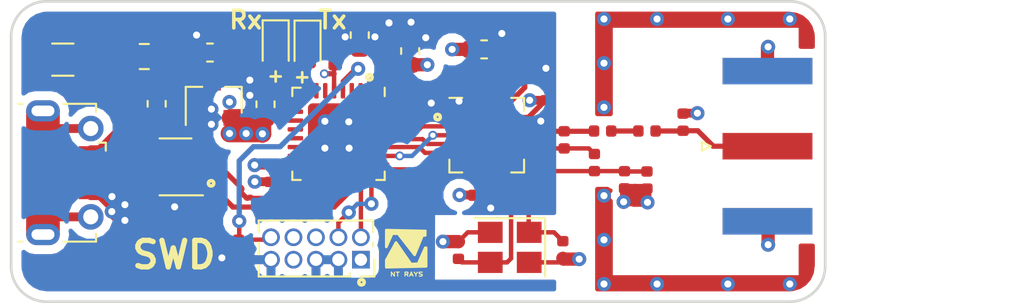
<source format=kicad_pcb>
(kicad_pcb (version 20171130) (host pcbnew "(5.0.1)-4")

  (general
    (thickness 1.6)
    (drawings 22)
    (tracks 418)
    (zones 0)
    (modules 38)
    (nets 51)
  )

  (page A4)
  (layers
    (0 F.Cu signal)
    (1 In1.Cu power)
    (2 In2.Cu power)
    (31 B.Cu signal)
    (32 B.Adhes user)
    (33 F.Adhes user)
    (34 B.Paste user)
    (35 F.Paste user)
    (36 B.SilkS user)
    (37 F.SilkS user)
    (38 B.Mask user)
    (39 F.Mask user)
    (40 Dwgs.User user)
    (41 Cmts.User user)
    (42 Eco1.User user)
    (43 Eco2.User user)
    (44 Edge.Cuts user)
    (45 Margin user)
    (46 B.CrtYd user)
    (47 F.CrtYd user)
    (48 B.Fab user hide)
    (49 F.Fab user hide)
  )

  (setup
    (last_trace_width 0.75)
    (user_trace_width 0.25)
    (user_trace_width 0.29337)
    (user_trace_width 0.3)
    (user_trace_width 0.5)
    (user_trace_width 0.75)
    (user_trace_width 1)
    (trace_clearance 0.2)
    (zone_clearance 0.508)
    (zone_45_only no)
    (trace_min 0.2)
    (segment_width 0.2)
    (edge_width 0.15)
    (via_size 0.8)
    (via_drill 0.4)
    (via_min_size 0.4)
    (via_min_drill 0.3)
    (uvia_size 0.3)
    (uvia_drill 0.1)
    (uvias_allowed no)
    (uvia_min_size 0.2)
    (uvia_min_drill 0.1)
    (pcb_text_width 0.3)
    (pcb_text_size 1.5 1.5)
    (mod_edge_width 0.15)
    (mod_text_size 1 1)
    (mod_text_width 0.15)
    (pad_size 2.5 2.5)
    (pad_drill 0)
    (pad_to_mask_clearance 0.051)
    (solder_mask_min_width 0.25)
    (aux_axis_origin 0 0)
    (visible_elements 7FFFFFFF)
    (pcbplotparams
      (layerselection 0x010fc_ffffffff)
      (usegerberextensions false)
      (usegerberattributes false)
      (usegerberadvancedattributes false)
      (creategerberjobfile false)
      (excludeedgelayer true)
      (linewidth 0.100000)
      (plotframeref false)
      (viasonmask false)
      (mode 1)
      (useauxorigin false)
      (hpglpennumber 1)
      (hpglpenspeed 20)
      (hpglpendiameter 15.000000)
      (psnegative false)
      (psa4output false)
      (plotreference true)
      (plotvalue true)
      (plotinvisibletext false)
      (padsonsilk false)
      (subtractmaskfromsilk false)
      (outputformat 1)
      (mirror false)
      (drillshape 1)
      (scaleselection 1)
      (outputdirectory ""))
  )

  (net 0 "")
  (net 1 "Net-(C1-Pad1)")
  (net 2 GND)
  (net 3 +3V3)
  (net 4 "Net-(C7-Pad1)")
  (net 5 "Net-(C7-Pad2)")
  (net 6 NRF_VDD_PA)
  (net 7 NRST)
  (net 8 NRF_XC1)
  (net 9 NRF_XC2)
  (net 10 "Net-(C18-Pad1)")
  (net 11 "Net-(D1-Pad1)")
  (net 12 "Net-(D1-Pad2)")
  (net 13 "Net-(D2-Pad2)")
  (net 14 "Net-(D2-Pad1)")
  (net 15 +5V)
  (net 16 "Net-(F1-Pad2)")
  (net 17 "Net-(J1-Pad6)")
  (net 18 USB_CONN_D-)
  (net 19 "Net-(J1-Pad4)")
  (net 20 USB_CONN_D+)
  (net 21 SWDIO)
  (net 22 SWCLK)
  (net 23 "Net-(J3-Pad6)")
  (net 24 "Net-(J3-Pad7)")
  (net 25 "Net-(J3-Pad8)")
  (net 26 NRF_ANT1)
  (net 27 NRF_ANT2)
  (net 28 "Net-(R1-Pad1)")
  (net 29 "Net-(R5-Pad2)")
  (net 30 USB_D-)
  (net 31 USB_D+)
  (net 32 "Net-(U3-Pad2)")
  (net 33 "Net-(U3-Pad3)")
  (net 34 "Net-(U3-Pad6)")
  (net 35 "Net-(U3-Pad7)")
  (net 36 "Net-(U3-Pad10)")
  (net 37 "Net-(U3-Pad11)")
  (net 38 "Net-(U3-Pad12)")
  (net 39 "Net-(U3-Pad13)")
  (net 40 "Net-(U3-Pad14)")
  (net 41 "Net-(U3-Pad15)")
  (net 42 "Net-(U3-Pad18)")
  (net 43 "Net-(U3-Pad19)")
  (net 44 "Net-(U3-Pad20)")
  (net 45 NRF_IRQ)
  (net 46 SPI3_SCK)
  (net 47 SPI3_MISO)
  (net 48 SPI3_MOSI)
  (net 49 SPI3_ICS)
  (net 50 NRF_CE)

  (net_class Default "This is the default net class."
    (clearance 0.2)
    (trace_width 0.25)
    (via_dia 0.8)
    (via_drill 0.4)
    (uvia_dia 0.3)
    (uvia_drill 0.1)
    (add_net +3V3)
    (add_net +5V)
    (add_net GND)
    (add_net NRF_ANT1)
    (add_net NRF_ANT2)
    (add_net NRF_CE)
    (add_net NRF_IRQ)
    (add_net NRF_VDD_PA)
    (add_net NRF_XC1)
    (add_net NRF_XC2)
    (add_net NRST)
    (add_net "Net-(C1-Pad1)")
    (add_net "Net-(C18-Pad1)")
    (add_net "Net-(C7-Pad1)")
    (add_net "Net-(C7-Pad2)")
    (add_net "Net-(D1-Pad1)")
    (add_net "Net-(D1-Pad2)")
    (add_net "Net-(D2-Pad1)")
    (add_net "Net-(D2-Pad2)")
    (add_net "Net-(F1-Pad2)")
    (add_net "Net-(J1-Pad4)")
    (add_net "Net-(J1-Pad6)")
    (add_net "Net-(J3-Pad6)")
    (add_net "Net-(J3-Pad7)")
    (add_net "Net-(J3-Pad8)")
    (add_net "Net-(R1-Pad1)")
    (add_net "Net-(R5-Pad2)")
    (add_net "Net-(U3-Pad10)")
    (add_net "Net-(U3-Pad11)")
    (add_net "Net-(U3-Pad12)")
    (add_net "Net-(U3-Pad13)")
    (add_net "Net-(U3-Pad14)")
    (add_net "Net-(U3-Pad15)")
    (add_net "Net-(U3-Pad18)")
    (add_net "Net-(U3-Pad19)")
    (add_net "Net-(U3-Pad2)")
    (add_net "Net-(U3-Pad20)")
    (add_net "Net-(U3-Pad3)")
    (add_net "Net-(U3-Pad6)")
    (add_net "Net-(U3-Pad7)")
    (add_net SPI3_ICS)
    (add_net SPI3_MISO)
    (add_net SPI3_MOSI)
    (add_net SPI3_SCK)
    (add_net SWCLK)
    (add_net SWDIO)
    (add_net USB_CONN_D-)
    (add_net USB_D+)
  )

  (net_class USB ""
    (clearance 0.2)
    (trace_width 0.25)
    (via_dia 0.8)
    (via_drill 0.4)
    (uvia_dia 0.3)
    (uvia_drill 0.1)
    (diff_pair_gap 0.20955)
    (diff_pair_width 0.254)
    (add_net USB_CONN_D+)
    (add_net USB_D-)
  )

  (module Capacitor_SMD:C_0603_1608Metric (layer F.Cu) (tedit 631B7F2B) (tstamp 6327E449)
    (at 87.225 94.8 270)
    (descr "Capacitor SMD 0603 (1608 Metric), square (rectangular) end terminal, IPC_7351 nominal, (Body size source: http://www.tortai-tech.com/upload/download/2011102023233369053.pdf), generated with kicad-footprint-generator")
    (tags capacitor)
    (path /631A04DB)
    (attr smd)
    (fp_text reference C1 (at -0.1 1.7 180) (layer F.Fab)
      (effects (font (size 1 1) (thickness 0.15)))
    )
    (fp_text value 100u (at 0 1.43 270) (layer F.Fab)
      (effects (font (size 1 1) (thickness 0.15)))
    )
    (fp_line (start -0.8 0.4) (end -0.8 -0.4) (layer F.Fab) (width 0.1))
    (fp_line (start -0.8 -0.4) (end 0.8 -0.4) (layer F.Fab) (width 0.1))
    (fp_line (start 0.8 -0.4) (end 0.8 0.4) (layer F.Fab) (width 0.1))
    (fp_line (start 0.8 0.4) (end -0.8 0.4) (layer F.Fab) (width 0.1))
    (fp_line (start -0.162779 -0.51) (end 0.162779 -0.51) (layer F.SilkS) (width 0.12))
    (fp_line (start -0.162779 0.51) (end 0.162779 0.51) (layer F.SilkS) (width 0.12))
    (fp_line (start -1.48 0.73) (end -1.48 -0.73) (layer F.CrtYd) (width 0.05))
    (fp_line (start -1.48 -0.73) (end 1.48 -0.73) (layer F.CrtYd) (width 0.05))
    (fp_line (start 1.48 -0.73) (end 1.48 0.73) (layer F.CrtYd) (width 0.05))
    (fp_line (start 1.48 0.73) (end -1.48 0.73) (layer F.CrtYd) (width 0.05))
    (fp_text user %R (at 0 0 270) (layer F.Fab)
      (effects (font (size 0.4 0.4) (thickness 0.06)))
    )
    (pad 1 smd roundrect (at -0.7875 0 270) (size 0.875 0.95) (layers F.Cu F.Paste F.Mask) (roundrect_rratio 0.25)
      (net 1 "Net-(C1-Pad1)"))
    (pad 2 smd roundrect (at 0.7875 0 270) (size 0.875 0.95) (layers F.Cu F.Paste F.Mask) (roundrect_rratio 0.25)
      (net 2 GND))
    (model ${KISYS3DMOD}/Capacitor_SMD.3dshapes/C_0603_1608Metric.wrl
      (at (xyz 0 0 0))
      (scale (xyz 1 1 1))
      (rotate (xyz 0 0 0))
    )
  )

  (module Capacitor_SMD:C_0603_1608Metric (layer F.Cu) (tedit 631C974C) (tstamp 6327E45A)
    (at 93.375 94.825 90)
    (descr "Capacitor SMD 0603 (1608 Metric), square (rectangular) end terminal, IPC_7351 nominal, (Body size source: http://www.tortai-tech.com/upload/download/2011102023233369053.pdf), generated with kicad-footprint-generator")
    (tags capacitor)
    (path /631A0517)
    (attr smd)
    (fp_text reference C2 (at -2.325 0.025 180) (layer F.Fab)
      (effects (font (size 1 1) (thickness 0.15)))
    )
    (fp_text value 100u (at 0 1.43 90) (layer F.Fab)
      (effects (font (size 1 1) (thickness 0.15)))
    )
    (fp_line (start -0.8 0.4) (end -0.8 -0.4) (layer F.Fab) (width 0.1))
    (fp_line (start -0.8 -0.4) (end 0.8 -0.4) (layer F.Fab) (width 0.1))
    (fp_line (start 0.8 -0.4) (end 0.8 0.4) (layer F.Fab) (width 0.1))
    (fp_line (start 0.8 0.4) (end -0.8 0.4) (layer F.Fab) (width 0.1))
    (fp_line (start -0.162779 -0.51) (end 0.162779 -0.51) (layer F.SilkS) (width 0.12))
    (fp_line (start -0.162779 0.51) (end 0.162779 0.51) (layer F.SilkS) (width 0.12))
    (fp_line (start -1.48 0.73) (end -1.48 -0.73) (layer F.CrtYd) (width 0.05))
    (fp_line (start -1.48 -0.73) (end 1.48 -0.73) (layer F.CrtYd) (width 0.05))
    (fp_line (start 1.48 -0.73) (end 1.48 0.73) (layer F.CrtYd) (width 0.05))
    (fp_line (start 1.48 0.73) (end -1.48 0.73) (layer F.CrtYd) (width 0.05))
    (fp_text user %R (at 0 0 90) (layer F.Fab)
      (effects (font (size 0.4 0.4) (thickness 0.06)))
    )
    (pad 1 smd roundrect (at -0.7875 0 90) (size 0.875 0.95) (layers F.Cu F.Paste F.Mask) (roundrect_rratio 0.25)
      (net 3 +3V3))
    (pad 2 smd roundrect (at 0.7875 0 90) (size 0.875 0.95) (layers F.Cu F.Paste F.Mask) (roundrect_rratio 0.25)
      (net 2 GND))
    (model ${KISYS3DMOD}/Capacitor_SMD.3dshapes/C_0603_1608Metric.wrl
      (at (xyz 0 0 0))
      (scale (xyz 1 1 1))
      (rotate (xyz 0 0 0))
    )
  )

  (module Capacitor_SMD:C_0603_1608Metric (layer F.Cu) (tedit 631B7F44) (tstamp 6327E46B)
    (at 101.55 91.8125 90)
    (descr "Capacitor SMD 0603 (1608 Metric), square (rectangular) end terminal, IPC_7351 nominal, (Body size source: http://www.tortai-tech.com/upload/download/2011102023233369053.pdf), generated with kicad-footprint-generator")
    (tags capacitor)
    (path /631A4294)
    (attr smd)
    (fp_text reference C3 (at 2.5 0 270) (layer F.Fab)
      (effects (font (size 1 1) (thickness 0.15)))
    )
    (fp_text value 1u (at 0 1.43 90) (layer F.Fab)
      (effects (font (size 1 1) (thickness 0.15)))
    )
    (fp_text user %R (at 0 0 90) (layer F.Fab)
      (effects (font (size 0.4 0.4) (thickness 0.06)))
    )
    (fp_line (start 1.48 0.73) (end -1.48 0.73) (layer F.CrtYd) (width 0.05))
    (fp_line (start 1.48 -0.73) (end 1.48 0.73) (layer F.CrtYd) (width 0.05))
    (fp_line (start -1.48 -0.73) (end 1.48 -0.73) (layer F.CrtYd) (width 0.05))
    (fp_line (start -1.48 0.73) (end -1.48 -0.73) (layer F.CrtYd) (width 0.05))
    (fp_line (start -0.162779 0.51) (end 0.162779 0.51) (layer F.SilkS) (width 0.12))
    (fp_line (start -0.162779 -0.51) (end 0.162779 -0.51) (layer F.SilkS) (width 0.12))
    (fp_line (start 0.8 0.4) (end -0.8 0.4) (layer F.Fab) (width 0.1))
    (fp_line (start 0.8 -0.4) (end 0.8 0.4) (layer F.Fab) (width 0.1))
    (fp_line (start -0.8 -0.4) (end 0.8 -0.4) (layer F.Fab) (width 0.1))
    (fp_line (start -0.8 0.4) (end -0.8 -0.4) (layer F.Fab) (width 0.1))
    (pad 2 smd roundrect (at 0.7875 0 90) (size 0.875 0.95) (layers F.Cu F.Paste F.Mask) (roundrect_rratio 0.25)
      (net 2 GND))
    (pad 1 smd roundrect (at -0.7875 0 90) (size 0.875 0.95) (layers F.Cu F.Paste F.Mask) (roundrect_rratio 0.25)
      (net 3 +3V3))
    (model ${KISYS3DMOD}/Capacitor_SMD.3dshapes/C_0603_1608Metric.wrl
      (at (xyz 0 0 0))
      (scale (xyz 1 1 1))
      (rotate (xyz 0 0 0))
    )
  )

  (module Capacitor_SMD:C_0402_1005Metric (layer F.Cu) (tedit 631C9745) (tstamp 6327E47A)
    (at 93.625 98.735 90)
    (descr "Capacitor SMD 0402 (1005 Metric), square (rectangular) end terminal, IPC_7351 nominal, (Body size source: http://www.tortai-tech.com/upload/download/2011102023233369053.pdf), generated with kicad-footprint-generator")
    (tags capacitor)
    (path /631A431E)
    (attr smd)
    (fp_text reference C4 (at 0 -1.17 90) (layer F.Fab)
      (effects (font (size 1 1) (thickness 0.15)))
    )
    (fp_text value 100n (at 0 1.17 90) (layer F.Fab)
      (effects (font (size 1 1) (thickness 0.15)))
    )
    (fp_line (start -0.5 0.25) (end -0.5 -0.25) (layer F.Fab) (width 0.1))
    (fp_line (start -0.5 -0.25) (end 0.5 -0.25) (layer F.Fab) (width 0.1))
    (fp_line (start 0.5 -0.25) (end 0.5 0.25) (layer F.Fab) (width 0.1))
    (fp_line (start 0.5 0.25) (end -0.5 0.25) (layer F.Fab) (width 0.1))
    (fp_line (start -0.93 0.47) (end -0.93 -0.47) (layer F.CrtYd) (width 0.05))
    (fp_line (start -0.93 -0.47) (end 0.93 -0.47) (layer F.CrtYd) (width 0.05))
    (fp_line (start 0.93 -0.47) (end 0.93 0.47) (layer F.CrtYd) (width 0.05))
    (fp_line (start 0.93 0.47) (end -0.93 0.47) (layer F.CrtYd) (width 0.05))
    (fp_text user %R (at 0 0 90) (layer F.Fab)
      (effects (font (size 0.25 0.25) (thickness 0.04)))
    )
    (pad 1 smd roundrect (at -0.485 0 90) (size 0.59 0.64) (layers F.Cu F.Paste F.Mask) (roundrect_rratio 0.25)
      (net 3 +3V3))
    (pad 2 smd roundrect (at 0.485 0 90) (size 0.59 0.64) (layers F.Cu F.Paste F.Mask) (roundrect_rratio 0.25)
      (net 2 GND))
    (model ${KISYS3DMOD}/Capacitor_SMD.3dshapes/C_0402_1005Metric.wrl
      (at (xyz 0 0 0))
      (scale (xyz 1 1 1))
      (rotate (xyz 0 0 0))
    )
  )

  (module Capacitor_SMD:C_0402_1005Metric (layer F.Cu) (tedit 631B7F48) (tstamp 6327E489)
    (at 100.15 92.125 90)
    (descr "Capacitor SMD 0402 (1005 Metric), square (rectangular) end terminal, IPC_7351 nominal, (Body size source: http://www.tortai-tech.com/upload/download/2011102023233369053.pdf), generated with kicad-footprint-generator")
    (tags capacitor)
    (path /631A436C)
    (attr smd)
    (fp_text reference C5 (at 1.9 0 90) (layer F.Fab)
      (effects (font (size 1 1) (thickness 0.15)))
    )
    (fp_text value 100n (at 0 1.17 90) (layer F.Fab)
      (effects (font (size 1 1) (thickness 0.15)))
    )
    (fp_line (start -0.5 0.25) (end -0.5 -0.25) (layer F.Fab) (width 0.1))
    (fp_line (start -0.5 -0.25) (end 0.5 -0.25) (layer F.Fab) (width 0.1))
    (fp_line (start 0.5 -0.25) (end 0.5 0.25) (layer F.Fab) (width 0.1))
    (fp_line (start 0.5 0.25) (end -0.5 0.25) (layer F.Fab) (width 0.1))
    (fp_line (start -0.93 0.47) (end -0.93 -0.47) (layer F.CrtYd) (width 0.05))
    (fp_line (start -0.93 -0.47) (end 0.93 -0.47) (layer F.CrtYd) (width 0.05))
    (fp_line (start 0.93 -0.47) (end 0.93 0.47) (layer F.CrtYd) (width 0.05))
    (fp_line (start 0.93 0.47) (end -0.93 0.47) (layer F.CrtYd) (width 0.05))
    (fp_text user %R (at 0 0 90) (layer F.Fab)
      (effects (font (size 0.25 0.25) (thickness 0.04)))
    )
    (pad 1 smd roundrect (at -0.485 0 90) (size 0.59 0.64) (layers F.Cu F.Paste F.Mask) (roundrect_rratio 0.25)
      (net 3 +3V3))
    (pad 2 smd roundrect (at 0.485 0 90) (size 0.59 0.64) (layers F.Cu F.Paste F.Mask) (roundrect_rratio 0.25)
      (net 2 GND))
    (model ${KISYS3DMOD}/Capacitor_SMD.3dshapes/C_0402_1005Metric.wrl
      (at (xyz 0 0 0))
      (scale (xyz 1 1 1))
      (rotate (xyz 0 0 0))
    )
  )

  (module Capacitor_SMD:C_0402_1005Metric (layer F.Cu) (tedit 631B679B) (tstamp 6328409B)
    (at 97.25 92.125 90)
    (descr "Capacitor SMD 0402 (1005 Metric), square (rectangular) end terminal, IPC_7351 nominal, (Body size source: http://www.tortai-tech.com/upload/download/2011102023233369053.pdf), generated with kicad-footprint-generator")
    (tags capacitor)
    (path /631A439C)
    (attr smd)
    (fp_text reference C6 (at 0.575 1.375 270) (layer F.Fab)
      (effects (font (size 1 1) (thickness 0.15)))
    )
    (fp_text value 100n (at 0 1.17 90) (layer F.Fab)
      (effects (font (size 1 1) (thickness 0.15)))
    )
    (fp_text user %R (at 0 0 90) (layer F.Fab)
      (effects (font (size 0.25 0.25) (thickness 0.04)))
    )
    (fp_line (start 0.93 0.47) (end -0.93 0.47) (layer F.CrtYd) (width 0.05))
    (fp_line (start 0.93 -0.47) (end 0.93 0.47) (layer F.CrtYd) (width 0.05))
    (fp_line (start -0.93 -0.47) (end 0.93 -0.47) (layer F.CrtYd) (width 0.05))
    (fp_line (start -0.93 0.47) (end -0.93 -0.47) (layer F.CrtYd) (width 0.05))
    (fp_line (start 0.5 0.25) (end -0.5 0.25) (layer F.Fab) (width 0.1))
    (fp_line (start 0.5 -0.25) (end 0.5 0.25) (layer F.Fab) (width 0.1))
    (fp_line (start -0.5 -0.25) (end 0.5 -0.25) (layer F.Fab) (width 0.1))
    (fp_line (start -0.5 0.25) (end -0.5 -0.25) (layer F.Fab) (width 0.1))
    (pad 2 smd roundrect (at 0.485 0 90) (size 0.59 0.64) (layers F.Cu F.Paste F.Mask) (roundrect_rratio 0.25)
      (net 2 GND))
    (pad 1 smd roundrect (at -0.485 0 90) (size 0.59 0.64) (layers F.Cu F.Paste F.Mask) (roundrect_rratio 0.25)
      (net 3 +3V3))
    (model ${KISYS3DMOD}/Capacitor_SMD.3dshapes/C_0402_1005Metric.wrl
      (at (xyz 0 0 0))
      (scale (xyz 1 1 1))
      (rotate (xyz 0 0 0))
    )
  )

  (module Capacitor_SMD:C_0402_1005Metric (layer F.Cu) (tedit 631C9787) (tstamp 6327E4A7)
    (at 114.93 96.34 180)
    (descr "Capacitor SMD 0402 (1005 Metric), square (rectangular) end terminal, IPC_7351 nominal, (Body size source: http://www.tortai-tech.com/upload/download/2011102023233369053.pdf), generated with kicad-footprint-generator")
    (tags capacitor)
    (path /631E2D9D)
    (attr smd)
    (fp_text reference C7 (at 0.015 1.1 180) (layer F.Fab)
      (effects (font (size 1 1) (thickness 0.15)))
    )
    (fp_text value 1p5 (at 0 1.17 180) (layer F.Fab)
      (effects (font (size 1 1) (thickness 0.15)))
    )
    (fp_line (start -0.5 0.25) (end -0.5 -0.25) (layer F.Fab) (width 0.1))
    (fp_line (start -0.5 -0.25) (end 0.5 -0.25) (layer F.Fab) (width 0.1))
    (fp_line (start 0.5 -0.25) (end 0.5 0.25) (layer F.Fab) (width 0.1))
    (fp_line (start 0.5 0.25) (end -0.5 0.25) (layer F.Fab) (width 0.1))
    (fp_line (start -0.93 0.47) (end -0.93 -0.47) (layer F.CrtYd) (width 0.05))
    (fp_line (start -0.93 -0.47) (end 0.93 -0.47) (layer F.CrtYd) (width 0.05))
    (fp_line (start 0.93 -0.47) (end 0.93 0.47) (layer F.CrtYd) (width 0.05))
    (fp_line (start 0.93 0.47) (end -0.93 0.47) (layer F.CrtYd) (width 0.05))
    (fp_text user %R (at 0 0 180) (layer F.Fab)
      (effects (font (size 0.25 0.25) (thickness 0.04)))
    )
    (pad 1 smd roundrect (at -0.485 0 180) (size 0.59 0.64) (layers F.Cu F.Paste F.Mask) (roundrect_rratio 0.25)
      (net 4 "Net-(C7-Pad1)"))
    (pad 2 smd roundrect (at 0.485 0 180) (size 0.59 0.64) (layers F.Cu F.Paste F.Mask) (roundrect_rratio 0.25)
      (net 5 "Net-(C7-Pad2)"))
    (model ${KISYS3DMOD}/Capacitor_SMD.3dshapes/C_0402_1005Metric.wrl
      (at (xyz 0 0 0))
      (scale (xyz 1 1 1))
      (rotate (xyz 0 0 0))
    )
  )

  (module Capacitor_SMD:C_0402_1005Metric (layer F.Cu) (tedit 631B7F83) (tstamp 6327E4B6)
    (at 116.97 95.84 270)
    (descr "Capacitor SMD 0402 (1005 Metric), square (rectangular) end terminal, IPC_7351 nominal, (Body size source: http://www.tortai-tech.com/upload/download/2011102023233369053.pdf), generated with kicad-footprint-generator")
    (tags capacitor)
    (path /631E2E5B)
    (attr smd)
    (fp_text reference C8 (at -1.72 0.07) (layer F.Fab)
      (effects (font (size 1 1) (thickness 0.15)))
    )
    (fp_text value 1p (at 0 1.17 270) (layer F.Fab)
      (effects (font (size 1 1) (thickness 0.15)))
    )
    (fp_text user %R (at 0 0 270) (layer F.Fab)
      (effects (font (size 0.25 0.25) (thickness 0.04)))
    )
    (fp_line (start 0.93 0.47) (end -0.93 0.47) (layer F.CrtYd) (width 0.05))
    (fp_line (start 0.93 -0.47) (end 0.93 0.47) (layer F.CrtYd) (width 0.05))
    (fp_line (start -0.93 -0.47) (end 0.93 -0.47) (layer F.CrtYd) (width 0.05))
    (fp_line (start -0.93 0.47) (end -0.93 -0.47) (layer F.CrtYd) (width 0.05))
    (fp_line (start 0.5 0.25) (end -0.5 0.25) (layer F.Fab) (width 0.1))
    (fp_line (start 0.5 -0.25) (end 0.5 0.25) (layer F.Fab) (width 0.1))
    (fp_line (start -0.5 -0.25) (end 0.5 -0.25) (layer F.Fab) (width 0.1))
    (fp_line (start -0.5 0.25) (end -0.5 -0.25) (layer F.Fab) (width 0.1))
    (pad 2 smd roundrect (at 0.485 0 270) (size 0.59 0.64) (layers F.Cu F.Paste F.Mask) (roundrect_rratio 0.25)
      (net 4 "Net-(C7-Pad1)"))
    (pad 1 smd roundrect (at -0.485 0 270) (size 0.59 0.64) (layers F.Cu F.Paste F.Mask) (roundrect_rratio 0.25)
      (net 2 GND))
    (model ${KISYS3DMOD}/Capacitor_SMD.3dshapes/C_0402_1005Metric.wrl
      (at (xyz 0 0 0))
      (scale (xyz 1 1 1))
      (rotate (xyz 0 0 0))
    )
  )

  (module Capacitor_SMD:C_0402_1005Metric (layer F.Cu) (tedit 631C977A) (tstamp 6327E4C5)
    (at 113.66 99.1 90)
    (descr "Capacitor SMD 0402 (1005 Metric), square (rectangular) end terminal, IPC_7351 nominal, (Body size source: http://www.tortai-tech.com/upload/download/2011102023233369053.pdf), generated with kicad-footprint-generator")
    (tags capacitor)
    (path /631E3407)
    (attr smd)
    (fp_text reference C9 (at -1.82 -0.3 180) (layer F.Fab)
      (effects (font (size 1 1) (thickness 0.15)))
    )
    (fp_text value 2n2 (at 0 1.17 90) (layer F.Fab)
      (effects (font (size 1 1) (thickness 0.15)))
    )
    (fp_line (start -0.5 0.25) (end -0.5 -0.25) (layer F.Fab) (width 0.1))
    (fp_line (start -0.5 -0.25) (end 0.5 -0.25) (layer F.Fab) (width 0.1))
    (fp_line (start 0.5 -0.25) (end 0.5 0.25) (layer F.Fab) (width 0.1))
    (fp_line (start 0.5 0.25) (end -0.5 0.25) (layer F.Fab) (width 0.1))
    (fp_line (start -0.93 0.47) (end -0.93 -0.47) (layer F.CrtYd) (width 0.05))
    (fp_line (start -0.93 -0.47) (end 0.93 -0.47) (layer F.CrtYd) (width 0.05))
    (fp_line (start 0.93 -0.47) (end 0.93 0.47) (layer F.CrtYd) (width 0.05))
    (fp_line (start 0.93 0.47) (end -0.93 0.47) (layer F.CrtYd) (width 0.05))
    (fp_text user %R (at 0 0 90) (layer F.Fab)
      (effects (font (size 0.25 0.25) (thickness 0.04)))
    )
    (pad 1 smd roundrect (at -0.485 0 90) (size 0.59 0.64) (layers F.Cu F.Paste F.Mask) (roundrect_rratio 0.25)
      (net 2 GND))
    (pad 2 smd roundrect (at 0.485 0 90) (size 0.59 0.64) (layers F.Cu F.Paste F.Mask) (roundrect_rratio 0.25)
      (net 6 NRF_VDD_PA))
    (model ${KISYS3DMOD}/Capacitor_SMD.3dshapes/C_0402_1005Metric.wrl
      (at (xyz 0 0 0))
      (scale (xyz 1 1 1))
      (rotate (xyz 0 0 0))
    )
  )

  (module Capacitor_SMD:C_0402_1005Metric (layer F.Cu) (tedit 631C977E) (tstamp 6327E4D4)
    (at 114.93 99.115 90)
    (descr "Capacitor SMD 0402 (1005 Metric), square (rectangular) end terminal, IPC_7351 nominal, (Body size source: http://www.tortai-tech.com/upload/download/2011102023233369053.pdf), generated with kicad-footprint-generator")
    (tags capacitor)
    (path /631E3563)
    (attr smd)
    (fp_text reference C10 (at -1.665 0.95 180) (layer F.Fab)
      (effects (font (size 1 1) (thickness 0.15)))
    )
    (fp_text value 4p7 (at 0 1.17 90) (layer F.Fab)
      (effects (font (size 1 1) (thickness 0.15)))
    )
    (fp_text user %R (at 0 0 90) (layer F.Fab)
      (effects (font (size 0.25 0.25) (thickness 0.04)))
    )
    (fp_line (start 0.93 0.47) (end -0.93 0.47) (layer F.CrtYd) (width 0.05))
    (fp_line (start 0.93 -0.47) (end 0.93 0.47) (layer F.CrtYd) (width 0.05))
    (fp_line (start -0.93 -0.47) (end 0.93 -0.47) (layer F.CrtYd) (width 0.05))
    (fp_line (start -0.93 0.47) (end -0.93 -0.47) (layer F.CrtYd) (width 0.05))
    (fp_line (start 0.5 0.25) (end -0.5 0.25) (layer F.Fab) (width 0.1))
    (fp_line (start 0.5 -0.25) (end 0.5 0.25) (layer F.Fab) (width 0.1))
    (fp_line (start -0.5 -0.25) (end 0.5 -0.25) (layer F.Fab) (width 0.1))
    (fp_line (start -0.5 0.25) (end -0.5 -0.25) (layer F.Fab) (width 0.1))
    (pad 2 smd roundrect (at 0.485 0 90) (size 0.59 0.64) (layers F.Cu F.Paste F.Mask) (roundrect_rratio 0.25)
      (net 6 NRF_VDD_PA))
    (pad 1 smd roundrect (at -0.485 0 90) (size 0.59 0.64) (layers F.Cu F.Paste F.Mask) (roundrect_rratio 0.25)
      (net 2 GND))
    (model ${KISYS3DMOD}/Capacitor_SMD.3dshapes/C_0402_1005Metric.wrl
      (at (xyz 0 0 0))
      (scale (xyz 1 1 1))
      (rotate (xyz 0 0 0))
    )
  )

  (module Capacitor_SMD:C_0603_1608Metric (layer F.Cu) (tedit 631B7F70) (tstamp 6327E4E5)
    (at 105.73 91.72)
    (descr "Capacitor SMD 0603 (1608 Metric), square (rectangular) end terminal, IPC_7351 nominal, (Body size source: http://www.tortai-tech.com/upload/download/2011102023233369053.pdf), generated with kicad-footprint-generator")
    (tags capacitor)
    (path /631CC5D4)
    (attr smd)
    (fp_text reference C11 (at -0.0925 -1.485) (layer F.Fab)
      (effects (font (size 1 1) (thickness 0.15)))
    )
    (fp_text value 10u (at 0 1.43) (layer F.Fab)
      (effects (font (size 1 1) (thickness 0.15)))
    )
    (fp_text user %R (at 0 0) (layer F.Fab)
      (effects (font (size 0.4 0.4) (thickness 0.06)))
    )
    (fp_line (start 1.48 0.73) (end -1.48 0.73) (layer F.CrtYd) (width 0.05))
    (fp_line (start 1.48 -0.73) (end 1.48 0.73) (layer F.CrtYd) (width 0.05))
    (fp_line (start -1.48 -0.73) (end 1.48 -0.73) (layer F.CrtYd) (width 0.05))
    (fp_line (start -1.48 0.73) (end -1.48 -0.73) (layer F.CrtYd) (width 0.05))
    (fp_line (start -0.162779 0.51) (end 0.162779 0.51) (layer F.SilkS) (width 0.12))
    (fp_line (start -0.162779 -0.51) (end 0.162779 -0.51) (layer F.SilkS) (width 0.12))
    (fp_line (start 0.8 0.4) (end -0.8 0.4) (layer F.Fab) (width 0.1))
    (fp_line (start 0.8 -0.4) (end 0.8 0.4) (layer F.Fab) (width 0.1))
    (fp_line (start -0.8 -0.4) (end 0.8 -0.4) (layer F.Fab) (width 0.1))
    (fp_line (start -0.8 0.4) (end -0.8 -0.4) (layer F.Fab) (width 0.1))
    (pad 2 smd roundrect (at 0.7875 0) (size 0.875 0.95) (layers F.Cu F.Paste F.Mask) (roundrect_rratio 0.25)
      (net 2 GND))
    (pad 1 smd roundrect (at -0.7875 0) (size 0.875 0.95) (layers F.Cu F.Paste F.Mask) (roundrect_rratio 0.25)
      (net 3 +3V3))
    (model ${KISYS3DMOD}/Capacitor_SMD.3dshapes/C_0603_1608Metric.wrl
      (at (xyz 0 0 0))
      (scale (xyz 1 1 1))
      (rotate (xyz 0 0 0))
    )
  )

  (module Capacitor_SMD:C_0402_1005Metric (layer F.Cu) (tedit 631B7F7E) (tstamp 6327E4F4)
    (at 109.2 94.115 90)
    (descr "Capacitor SMD 0402 (1005 Metric), square (rectangular) end terminal, IPC_7351 nominal, (Body size source: http://www.tortai-tech.com/upload/download/2011102023233369053.pdf), generated with kicad-footprint-generator")
    (tags capacitor)
    (path /631CC660)
    (attr smd)
    (fp_text reference C12 (at 0.415 1.925) (layer F.Fab)
      (effects (font (size 1 1) (thickness 0.15)))
    )
    (fp_text value 10n (at 0 1.17 90) (layer F.Fab)
      (effects (font (size 1 1) (thickness 0.15)))
    )
    (fp_line (start -0.5 0.25) (end -0.5 -0.25) (layer F.Fab) (width 0.1))
    (fp_line (start -0.5 -0.25) (end 0.5 -0.25) (layer F.Fab) (width 0.1))
    (fp_line (start 0.5 -0.25) (end 0.5 0.25) (layer F.Fab) (width 0.1))
    (fp_line (start 0.5 0.25) (end -0.5 0.25) (layer F.Fab) (width 0.1))
    (fp_line (start -0.93 0.47) (end -0.93 -0.47) (layer F.CrtYd) (width 0.05))
    (fp_line (start -0.93 -0.47) (end 0.93 -0.47) (layer F.CrtYd) (width 0.05))
    (fp_line (start 0.93 -0.47) (end 0.93 0.47) (layer F.CrtYd) (width 0.05))
    (fp_line (start 0.93 0.47) (end -0.93 0.47) (layer F.CrtYd) (width 0.05))
    (fp_text user %R (at 0 0 90) (layer F.Fab)
      (effects (font (size 0.25 0.25) (thickness 0.04)))
    )
    (pad 1 smd roundrect (at -0.485 0 90) (size 0.59 0.64) (layers F.Cu F.Paste F.Mask) (roundrect_rratio 0.25)
      (net 3 +3V3))
    (pad 2 smd roundrect (at 0.485 0 90) (size 0.59 0.64) (layers F.Cu F.Paste F.Mask) (roundrect_rratio 0.25)
      (net 2 GND))
    (model ${KISYS3DMOD}/Capacitor_SMD.3dshapes/C_0402_1005Metric.wrl
      (at (xyz 0 0 0))
      (scale (xyz 1 1 1))
      (rotate (xyz 0 0 0))
    )
  )

  (module Capacitor_SMD:C_0402_1005Metric (layer F.Cu) (tedit 631B69E9) (tstamp 6327E503)
    (at 106.365 93.175)
    (descr "Capacitor SMD 0402 (1005 Metric), square (rectangular) end terminal, IPC_7351 nominal, (Body size source: http://www.tortai-tech.com/upload/download/2011102023233369053.pdf), generated with kicad-footprint-generator")
    (tags capacitor)
    (path /631CC6DA)
    (attr smd)
    (fp_text reference C13 (at -0.635 -3.315 90) (layer F.Fab)
      (effects (font (size 1 1) (thickness 0.15)))
    )
    (fp_text value 10n (at 0 1.17) (layer F.Fab)
      (effects (font (size 1 1) (thickness 0.15)))
    )
    (fp_text user %R (at 0 0) (layer F.Fab)
      (effects (font (size 0.25 0.25) (thickness 0.04)))
    )
    (fp_line (start 0.93 0.47) (end -0.93 0.47) (layer F.CrtYd) (width 0.05))
    (fp_line (start 0.93 -0.47) (end 0.93 0.47) (layer F.CrtYd) (width 0.05))
    (fp_line (start -0.93 -0.47) (end 0.93 -0.47) (layer F.CrtYd) (width 0.05))
    (fp_line (start -0.93 0.47) (end -0.93 -0.47) (layer F.CrtYd) (width 0.05))
    (fp_line (start 0.5 0.25) (end -0.5 0.25) (layer F.Fab) (width 0.1))
    (fp_line (start 0.5 -0.25) (end 0.5 0.25) (layer F.Fab) (width 0.1))
    (fp_line (start -0.5 -0.25) (end 0.5 -0.25) (layer F.Fab) (width 0.1))
    (fp_line (start -0.5 0.25) (end -0.5 -0.25) (layer F.Fab) (width 0.1))
    (pad 2 smd roundrect (at 0.485 0) (size 0.59 0.64) (layers F.Cu F.Paste F.Mask) (roundrect_rratio 0.25)
      (net 2 GND))
    (pad 1 smd roundrect (at -0.485 0) (size 0.59 0.64) (layers F.Cu F.Paste F.Mask) (roundrect_rratio 0.25)
      (net 3 +3V3))
    (model ${KISYS3DMOD}/Capacitor_SMD.3dshapes/C_0402_1005Metric.wrl
      (at (xyz 0 0 0))
      (scale (xyz 1 1 1))
      (rotate (xyz 0 0 0))
    )
  )

  (module Capacitor_SMD:C_0402_1005Metric (layer F.Cu) (tedit 631C9769) (tstamp 6327E512)
    (at 105.59 99.975)
    (descr "Capacitor SMD 0402 (1005 Metric), square (rectangular) end terminal, IPC_7351 nominal, (Body size source: http://www.tortai-tech.com/upload/download/2011102023233369053.pdf), generated with kicad-footprint-generator")
    (tags capacitor)
    (path /631CC71C)
    (attr smd)
    (fp_text reference C14 (at -2.18 1.155) (layer F.Fab)
      (effects (font (size 1 1) (thickness 0.15)))
    )
    (fp_text value 10n (at 0 1.17) (layer F.Fab)
      (effects (font (size 1 1) (thickness 0.15)))
    )
    (fp_line (start -0.5 0.25) (end -0.5 -0.25) (layer F.Fab) (width 0.1))
    (fp_line (start -0.5 -0.25) (end 0.5 -0.25) (layer F.Fab) (width 0.1))
    (fp_line (start 0.5 -0.25) (end 0.5 0.25) (layer F.Fab) (width 0.1))
    (fp_line (start 0.5 0.25) (end -0.5 0.25) (layer F.Fab) (width 0.1))
    (fp_line (start -0.93 0.47) (end -0.93 -0.47) (layer F.CrtYd) (width 0.05))
    (fp_line (start -0.93 -0.47) (end 0.93 -0.47) (layer F.CrtYd) (width 0.05))
    (fp_line (start 0.93 -0.47) (end 0.93 0.47) (layer F.CrtYd) (width 0.05))
    (fp_line (start 0.93 0.47) (end -0.93 0.47) (layer F.CrtYd) (width 0.05))
    (fp_text user %R (at 0 0) (layer F.Fab)
      (effects (font (size 0.25 0.25) (thickness 0.04)))
    )
    (pad 1 smd roundrect (at -0.485 0) (size 0.59 0.64) (layers F.Cu F.Paste F.Mask) (roundrect_rratio 0.25)
      (net 3 +3V3))
    (pad 2 smd roundrect (at 0.485 0) (size 0.59 0.64) (layers F.Cu F.Paste F.Mask) (roundrect_rratio 0.25)
      (net 2 GND))
    (model ${KISYS3DMOD}/Capacitor_SMD.3dshapes/C_0402_1005Metric.wrl
      (at (xyz 0 0 0))
      (scale (xyz 1 1 1))
      (rotate (xyz 0 0 0))
    )
  )

  (module Capacitor_SMD:C_0402_1005Metric (layer F.Cu) (tedit 631B6551) (tstamp 6327E521)
    (at 91.85 102.975 270)
    (descr "Capacitor SMD 0402 (1005 Metric), square (rectangular) end terminal, IPC_7351 nominal, (Body size source: http://www.tortai-tech.com/upload/download/2011102023233369053.pdf), generated with kicad-footprint-generator")
    (tags capacitor)
    (path /631BC386)
    (attr smd)
    (fp_text reference C15 (at 0.015 -1.125 270) (layer F.Fab)
      (effects (font (size 1 1) (thickness 0.15)))
    )
    (fp_text value 100n (at 0 1.17 270) (layer F.Fab)
      (effects (font (size 1 1) (thickness 0.15)))
    )
    (fp_text user %R (at 0 0 270) (layer F.Fab)
      (effects (font (size 0.25 0.25) (thickness 0.04)))
    )
    (fp_line (start 0.93 0.47) (end -0.93 0.47) (layer F.CrtYd) (width 0.05))
    (fp_line (start 0.93 -0.47) (end 0.93 0.47) (layer F.CrtYd) (width 0.05))
    (fp_line (start -0.93 -0.47) (end 0.93 -0.47) (layer F.CrtYd) (width 0.05))
    (fp_line (start -0.93 0.47) (end -0.93 -0.47) (layer F.CrtYd) (width 0.05))
    (fp_line (start 0.5 0.25) (end -0.5 0.25) (layer F.Fab) (width 0.1))
    (fp_line (start 0.5 -0.25) (end 0.5 0.25) (layer F.Fab) (width 0.1))
    (fp_line (start -0.5 -0.25) (end 0.5 -0.25) (layer F.Fab) (width 0.1))
    (fp_line (start -0.5 0.25) (end -0.5 -0.25) (layer F.Fab) (width 0.1))
    (pad 2 smd roundrect (at 0.485 0 270) (size 0.59 0.64) (layers F.Cu F.Paste F.Mask) (roundrect_rratio 0.25)
      (net 2 GND))
    (pad 1 smd roundrect (at -0.485 0 270) (size 0.59 0.64) (layers F.Cu F.Paste F.Mask) (roundrect_rratio 0.25)
      (net 7 NRST))
    (model ${KISYS3DMOD}/Capacitor_SMD.3dshapes/C_0402_1005Metric.wrl
      (at (xyz 0 0 0))
      (scale (xyz 1 1 1))
      (rotate (xyz 0 0 0))
    )
  )

  (module Capacitor_SMD:C_0402_1005Metric (layer F.Cu) (tedit 631B7FB1) (tstamp 6327E530)
    (at 110.175 103.06 90)
    (descr "Capacitor SMD 0402 (1005 Metric), square (rectangular) end terminal, IPC_7351 nominal, (Body size source: http://www.tortai-tech.com/upload/download/2011102023233369053.pdf), generated with kicad-footprint-generator")
    (tags capacitor)
    (path /63202584)
    (attr smd)
    (fp_text reference C16 (at -1.88 0.635 180) (layer F.Fab)
      (effects (font (size 1 1) (thickness 0.15)))
    )
    (fp_text value 12p (at 0 1.17 90) (layer F.Fab)
      (effects (font (size 1 1) (thickness 0.15)))
    )
    (fp_line (start -0.5 0.25) (end -0.5 -0.25) (layer F.Fab) (width 0.1))
    (fp_line (start -0.5 -0.25) (end 0.5 -0.25) (layer F.Fab) (width 0.1))
    (fp_line (start 0.5 -0.25) (end 0.5 0.25) (layer F.Fab) (width 0.1))
    (fp_line (start 0.5 0.25) (end -0.5 0.25) (layer F.Fab) (width 0.1))
    (fp_line (start -0.93 0.47) (end -0.93 -0.47) (layer F.CrtYd) (width 0.05))
    (fp_line (start -0.93 -0.47) (end 0.93 -0.47) (layer F.CrtYd) (width 0.05))
    (fp_line (start 0.93 -0.47) (end 0.93 0.47) (layer F.CrtYd) (width 0.05))
    (fp_line (start 0.93 0.47) (end -0.93 0.47) (layer F.CrtYd) (width 0.05))
    (fp_text user %R (at 0 0 90) (layer F.Fab)
      (effects (font (size 0.25 0.25) (thickness 0.04)))
    )
    (pad 1 smd roundrect (at -0.485 0 90) (size 0.59 0.64) (layers F.Cu F.Paste F.Mask) (roundrect_rratio 0.25)
      (net 2 GND))
    (pad 2 smd roundrect (at 0.485 0 90) (size 0.59 0.64) (layers F.Cu F.Paste F.Mask) (roundrect_rratio 0.25)
      (net 8 NRF_XC1))
    (model ${KISYS3DMOD}/Capacitor_SMD.3dshapes/C_0402_1005Metric.wrl
      (at (xyz 0 0 0))
      (scale (xyz 1 1 1))
      (rotate (xyz 0 0 0))
    )
  )

  (module Capacitor_SMD:C_0402_1005Metric (layer F.Cu) (tedit 631B7FA8) (tstamp 6327E53F)
    (at 104.275 103.09 270)
    (descr "Capacitor SMD 0402 (1005 Metric), square (rectangular) end terminal, IPC_7351 nominal, (Body size source: http://www.tortai-tech.com/upload/download/2011102023233369053.pdf), generated with kicad-footprint-generator")
    (tags capacitor)
    (path /63202A04)
    (attr smd)
    (fp_text reference C17 (at 1.79 0.865) (layer F.Fab)
      (effects (font (size 1 1) (thickness 0.15)))
    )
    (fp_text value 12p (at 0 1.17 270) (layer F.Fab)
      (effects (font (size 1 1) (thickness 0.15)))
    )
    (fp_text user %R (at 0 0 270) (layer F.Fab)
      (effects (font (size 0.25 0.25) (thickness 0.04)))
    )
    (fp_line (start 0.93 0.47) (end -0.93 0.47) (layer F.CrtYd) (width 0.05))
    (fp_line (start 0.93 -0.47) (end 0.93 0.47) (layer F.CrtYd) (width 0.05))
    (fp_line (start -0.93 -0.47) (end 0.93 -0.47) (layer F.CrtYd) (width 0.05))
    (fp_line (start -0.93 0.47) (end -0.93 -0.47) (layer F.CrtYd) (width 0.05))
    (fp_line (start 0.5 0.25) (end -0.5 0.25) (layer F.Fab) (width 0.1))
    (fp_line (start 0.5 -0.25) (end 0.5 0.25) (layer F.Fab) (width 0.1))
    (fp_line (start -0.5 -0.25) (end 0.5 -0.25) (layer F.Fab) (width 0.1))
    (fp_line (start -0.5 0.25) (end -0.5 -0.25) (layer F.Fab) (width 0.1))
    (pad 2 smd roundrect (at 0.485 0 270) (size 0.59 0.64) (layers F.Cu F.Paste F.Mask) (roundrect_rratio 0.25)
      (net 9 NRF_XC2))
    (pad 1 smd roundrect (at -0.485 0 270) (size 0.59 0.64) (layers F.Cu F.Paste F.Mask) (roundrect_rratio 0.25)
      (net 2 GND))
    (model ${KISYS3DMOD}/Capacitor_SMD.3dshapes/C_0402_1005Metric.wrl
      (at (xyz 0 0 0))
      (scale (xyz 1 1 1))
      (rotate (xyz 0 0 0))
    )
  )

  (module Capacitor_SMD:C_0402_1005Metric (layer F.Cu) (tedit 631B7F6B) (tstamp 6327E54E)
    (at 104.28 93.16 180)
    (descr "Capacitor SMD 0402 (1005 Metric), square (rectangular) end terminal, IPC_7351 nominal, (Body size source: http://www.tortai-tech.com/upload/download/2011102023233369053.pdf), generated with kicad-footprint-generator")
    (tags capacitor)
    (path /631D778C)
    (attr smd)
    (fp_text reference C18 (at 0.78 2.075 270) (layer F.Fab)
      (effects (font (size 1 1) (thickness 0.15)))
    )
    (fp_text value 33n (at 0 1.17 180) (layer F.Fab)
      (effects (font (size 1 1) (thickness 0.15)))
    )
    (fp_text user %R (at 0 0 180) (layer F.Fab)
      (effects (font (size 0.25 0.25) (thickness 0.04)))
    )
    (fp_line (start 0.93 0.47) (end -0.93 0.47) (layer F.CrtYd) (width 0.05))
    (fp_line (start 0.93 -0.47) (end 0.93 0.47) (layer F.CrtYd) (width 0.05))
    (fp_line (start -0.93 -0.47) (end 0.93 -0.47) (layer F.CrtYd) (width 0.05))
    (fp_line (start -0.93 0.47) (end -0.93 -0.47) (layer F.CrtYd) (width 0.05))
    (fp_line (start 0.5 0.25) (end -0.5 0.25) (layer F.Fab) (width 0.1))
    (fp_line (start 0.5 -0.25) (end 0.5 0.25) (layer F.Fab) (width 0.1))
    (fp_line (start -0.5 -0.25) (end 0.5 -0.25) (layer F.Fab) (width 0.1))
    (fp_line (start -0.5 0.25) (end -0.5 -0.25) (layer F.Fab) (width 0.1))
    (pad 2 smd roundrect (at 0.485 0 180) (size 0.59 0.64) (layers F.Cu F.Paste F.Mask) (roundrect_rratio 0.25)
      (net 2 GND))
    (pad 1 smd roundrect (at -0.485 0 180) (size 0.59 0.64) (layers F.Cu F.Paste F.Mask) (roundrect_rratio 0.25)
      (net 10 "Net-(C18-Pad1)"))
    (model ${KISYS3DMOD}/Capacitor_SMD.3dshapes/C_0402_1005Metric.wrl
      (at (xyz 0 0 0))
      (scale (xyz 1 1 1))
      (rotate (xyz 0 0 0))
    )
  )

  (module LED_SMD:LED_0603_1608Metric (layer F.Cu) (tedit 631B7F34) (tstamp 6327E561)
    (at 93.95 91.5625 270)
    (descr "LED SMD 0603 (1608 Metric), square (rectangular) end terminal, IPC_7351 nominal, (Body size source: http://www.tortai-tech.com/upload/download/2011102023233369053.pdf), generated with kicad-footprint-generator")
    (tags diode)
    (path /631A6B5C)
    (attr smd)
    (fp_text reference D1 (at -2.2875 0.025) (layer F.Fab)
      (effects (font (size 1 1) (thickness 0.15)))
    )
    (fp_text value GR (at 0 1.43 270) (layer F.Fab)
      (effects (font (size 1 1) (thickness 0.15)))
    )
    (fp_line (start 0.8 -0.4) (end -0.5 -0.4) (layer F.Fab) (width 0.1))
    (fp_line (start -0.5 -0.4) (end -0.8 -0.1) (layer F.Fab) (width 0.1))
    (fp_line (start -0.8 -0.1) (end -0.8 0.4) (layer F.Fab) (width 0.1))
    (fp_line (start -0.8 0.4) (end 0.8 0.4) (layer F.Fab) (width 0.1))
    (fp_line (start 0.8 0.4) (end 0.8 -0.4) (layer F.Fab) (width 0.1))
    (fp_line (start 0.8 -0.735) (end -1.485 -0.735) (layer F.SilkS) (width 0.12))
    (fp_line (start -1.485 -0.735) (end -1.485 0.735) (layer F.SilkS) (width 0.12))
    (fp_line (start -1.485 0.735) (end 0.8 0.735) (layer F.SilkS) (width 0.12))
    (fp_line (start -1.48 0.73) (end -1.48 -0.73) (layer F.CrtYd) (width 0.05))
    (fp_line (start -1.48 -0.73) (end 1.48 -0.73) (layer F.CrtYd) (width 0.05))
    (fp_line (start 1.48 -0.73) (end 1.48 0.73) (layer F.CrtYd) (width 0.05))
    (fp_line (start 1.48 0.73) (end -1.48 0.73) (layer F.CrtYd) (width 0.05))
    (fp_text user %R (at 0 0 270) (layer F.Fab)
      (effects (font (size 0.4 0.4) (thickness 0.06)))
    )
    (pad 1 smd roundrect (at -0.7875 0 270) (size 0.875 0.95) (layers F.Cu F.Paste F.Mask) (roundrect_rratio 0.25)
      (net 11 "Net-(D1-Pad1)"))
    (pad 2 smd roundrect (at 0.7875 0 270) (size 0.875 0.95) (layers F.Cu F.Paste F.Mask) (roundrect_rratio 0.25)
      (net 12 "Net-(D1-Pad2)"))
    (model ${KISYS3DMOD}/LED_SMD.3dshapes/LED_0603_1608Metric.wrl
      (at (xyz 0 0 0))
      (scale (xyz 1 1 1))
      (rotate (xyz 0 0 0))
    )
  )

  (module LED_SMD:LED_0603_1608Metric (layer F.Cu) (tedit 631B7F3A) (tstamp 6327E574)
    (at 95.75 91.575 270)
    (descr "LED SMD 0603 (1608 Metric), square (rectangular) end terminal, IPC_7351 nominal, (Body size source: http://www.tortai-tech.com/upload/download/2011102023233369053.pdf), generated with kicad-footprint-generator")
    (tags diode)
    (path /631A6BEA)
    (attr smd)
    (fp_text reference D2 (at -2.3125 -0.025 180) (layer F.Fab)
      (effects (font (size 1 1) (thickness 0.15)))
    )
    (fp_text value YE (at 0 1.43 270) (layer F.Fab)
      (effects (font (size 1 1) (thickness 0.15)))
    )
    (fp_text user %R (at 0 0 270) (layer F.Fab)
      (effects (font (size 0.4 0.4) (thickness 0.06)))
    )
    (fp_line (start 1.48 0.73) (end -1.48 0.73) (layer F.CrtYd) (width 0.05))
    (fp_line (start 1.48 -0.73) (end 1.48 0.73) (layer F.CrtYd) (width 0.05))
    (fp_line (start -1.48 -0.73) (end 1.48 -0.73) (layer F.CrtYd) (width 0.05))
    (fp_line (start -1.48 0.73) (end -1.48 -0.73) (layer F.CrtYd) (width 0.05))
    (fp_line (start -1.485 0.735) (end 0.8 0.735) (layer F.SilkS) (width 0.12))
    (fp_line (start -1.485 -0.735) (end -1.485 0.735) (layer F.SilkS) (width 0.12))
    (fp_line (start 0.8 -0.735) (end -1.485 -0.735) (layer F.SilkS) (width 0.12))
    (fp_line (start 0.8 0.4) (end 0.8 -0.4) (layer F.Fab) (width 0.1))
    (fp_line (start -0.8 0.4) (end 0.8 0.4) (layer F.Fab) (width 0.1))
    (fp_line (start -0.8 -0.1) (end -0.8 0.4) (layer F.Fab) (width 0.1))
    (fp_line (start -0.5 -0.4) (end -0.8 -0.1) (layer F.Fab) (width 0.1))
    (fp_line (start 0.8 -0.4) (end -0.5 -0.4) (layer F.Fab) (width 0.1))
    (pad 2 smd roundrect (at 0.7875 0 270) (size 0.875 0.95) (layers F.Cu F.Paste F.Mask) (roundrect_rratio 0.25)
      (net 13 "Net-(D2-Pad2)"))
    (pad 1 smd roundrect (at -0.7875 0 270) (size 0.875 0.95) (layers F.Cu F.Paste F.Mask) (roundrect_rratio 0.25)
      (net 14 "Net-(D2-Pad1)"))
    (model ${KISYS3DMOD}/LED_SMD.3dshapes/LED_0603_1608Metric.wrl
      (at (xyz 0 0 0))
      (scale (xyz 1 1 1))
      (rotate (xyz 0 0 0))
    )
  )

  (module Fuse:Fuse_1206_3216Metric (layer F.Cu) (tedit 631B6265) (tstamp 6327E585)
    (at 81.925 92.3)
    (descr "Fuse SMD 1206 (3216 Metric), square (rectangular) end terminal, IPC_7351 nominal, (Body size source: http://www.tortai-tech.com/upload/download/2011102023233369053.pdf), generated with kicad-footprint-generator")
    (tags resistor)
    (path /6319FDD4)
    (attr smd)
    (fp_text reference F1 (at 0 -1.82) (layer F.Fab)
      (effects (font (size 1 1) (thickness 0.15)))
    )
    (fp_text value 100mA (at 0 1.82) (layer F.Fab)
      (effects (font (size 1 1) (thickness 0.15)))
    )
    (fp_line (start -1.6 0.8) (end -1.6 -0.8) (layer F.Fab) (width 0.1))
    (fp_line (start -1.6 -0.8) (end 1.6 -0.8) (layer F.Fab) (width 0.1))
    (fp_line (start 1.6 -0.8) (end 1.6 0.8) (layer F.Fab) (width 0.1))
    (fp_line (start 1.6 0.8) (end -1.6 0.8) (layer F.Fab) (width 0.1))
    (fp_line (start -0.602064 -0.91) (end 0.602064 -0.91) (layer F.SilkS) (width 0.12))
    (fp_line (start -0.602064 0.91) (end 0.602064 0.91) (layer F.SilkS) (width 0.12))
    (fp_line (start -2.28 1.12) (end -2.28 -1.12) (layer F.CrtYd) (width 0.05))
    (fp_line (start -2.28 -1.12) (end 2.28 -1.12) (layer F.CrtYd) (width 0.05))
    (fp_line (start 2.28 -1.12) (end 2.28 1.12) (layer F.CrtYd) (width 0.05))
    (fp_line (start 2.28 1.12) (end -2.28 1.12) (layer F.CrtYd) (width 0.05))
    (fp_text user %R (at 0 0) (layer F.Fab)
      (effects (font (size 0.8 0.8) (thickness 0.12)))
    )
    (pad 1 smd roundrect (at -1.4 0) (size 1.25 1.75) (layers F.Cu F.Paste F.Mask) (roundrect_rratio 0.2)
      (net 15 +5V))
    (pad 2 smd roundrect (at 1.4 0) (size 1.25 1.75) (layers F.Cu F.Paste F.Mask) (roundrect_rratio 0.2)
      (net 16 "Net-(F1-Pad2)"))
    (model ${KISYS3DMOD}/Fuse.3dshapes/Fuse_1206_3216Metric.wrl
      (at (xyz 0 0 0))
      (scale (xyz 1 1 1))
      (rotate (xyz 0 0 0))
    )
  )

  (module Inductor_SMD:L_0805_2012Metric (layer F.Cu) (tedit 631B6289) (tstamp 6327E596)
    (at 86.525 92.125 180)
    (descr "Inductor SMD 0805 (2012 Metric), square (rectangular) end terminal, IPC_7351 nominal, (Body size source: https://docs.google.com/spreadsheets/d/1BsfQQcO9C6DZCsRaXUlFlo91Tg2WpOkGARC1WS5S8t0/edit?usp=sharing), generated with kicad-footprint-generator")
    (tags inductor)
    (path /6319FE9D)
    (attr smd)
    (fp_text reference FB1 (at 0 1.7 180) (layer F.Fab)
      (effects (font (size 1 1) (thickness 0.15)))
    )
    (fp_text value "100 @ 100MHz" (at 0 1.65 180) (layer F.Fab)
      (effects (font (size 1 1) (thickness 0.15)))
    )
    (fp_line (start -1 0.6) (end -1 -0.6) (layer F.Fab) (width 0.1))
    (fp_line (start -1 -0.6) (end 1 -0.6) (layer F.Fab) (width 0.1))
    (fp_line (start 1 -0.6) (end 1 0.6) (layer F.Fab) (width 0.1))
    (fp_line (start 1 0.6) (end -1 0.6) (layer F.Fab) (width 0.1))
    (fp_line (start -0.258578 -0.71) (end 0.258578 -0.71) (layer F.SilkS) (width 0.12))
    (fp_line (start -0.258578 0.71) (end 0.258578 0.71) (layer F.SilkS) (width 0.12))
    (fp_line (start -1.68 0.95) (end -1.68 -0.95) (layer F.CrtYd) (width 0.05))
    (fp_line (start -1.68 -0.95) (end 1.68 -0.95) (layer F.CrtYd) (width 0.05))
    (fp_line (start 1.68 -0.95) (end 1.68 0.95) (layer F.CrtYd) (width 0.05))
    (fp_line (start 1.68 0.95) (end -1.68 0.95) (layer F.CrtYd) (width 0.05))
    (fp_text user %R (at 0 0 180) (layer F.Fab)
      (effects (font (size 0.5 0.5) (thickness 0.08)))
    )
    (pad 1 smd roundrect (at -0.9375 0 180) (size 0.975 1.4) (layers F.Cu F.Paste F.Mask) (roundrect_rratio 0.25)
      (net 1 "Net-(C1-Pad1)"))
    (pad 2 smd roundrect (at 0.9375 0 180) (size 0.975 1.4) (layers F.Cu F.Paste F.Mask) (roundrect_rratio 0.25)
      (net 16 "Net-(F1-Pad2)"))
    (model ${KISYS3DMOD}/Inductor_SMD.3dshapes/L_0805_2012Metric.wrl
      (at (xyz 0 0 0))
      (scale (xyz 1 1 1))
      (rotate (xyz 0 0 0))
    )
  )

  (module Connector_USB:USB_Micro-B_Molex-105017-0001 (layer F.Cu) (tedit 631B6251) (tstamp 6327E5BF)
    (at 82.0375 98.7 270)
    (descr http://www.molex.com/pdm_docs/sd/1050170001_sd.pdf)
    (tags "Micro-USB SMD Typ-B")
    (path /631A1976)
    (attr smd)
    (fp_text reference J1 (at 0 -3.1125 270) (layer F.Fab)
      (effects (font (size 1 1) (thickness 0.15)))
    )
    (fp_text value USB_B_Micro (at 0.3 4.3375 270) (layer F.Fab)
      (effects (font (size 1 1) (thickness 0.15)))
    )
    (fp_text user "PCB Edge" (at 0 2.6875 270) (layer Dwgs.User)
      (effects (font (size 0.5 0.5) (thickness 0.08)))
    )
    (fp_text user %R (at 0 0.8875 270) (layer F.Fab)
      (effects (font (size 1 1) (thickness 0.15)))
    )
    (fp_line (start -4.4 3.64) (end 4.4 3.64) (layer F.CrtYd) (width 0.05))
    (fp_line (start 4.4 -2.46) (end 4.4 3.64) (layer F.CrtYd) (width 0.05))
    (fp_line (start -4.4 -2.46) (end 4.4 -2.46) (layer F.CrtYd) (width 0.05))
    (fp_line (start -4.4 3.64) (end -4.4 -2.46) (layer F.CrtYd) (width 0.05))
    (fp_line (start -3.9 -1.7625) (end -3.45 -1.7625) (layer F.SilkS) (width 0.12))
    (fp_line (start -3.9 0.0875) (end -3.9 -1.7625) (layer F.SilkS) (width 0.12))
    (fp_line (start 3.9 2.6375) (end 3.9 2.3875) (layer F.SilkS) (width 0.12))
    (fp_line (start 3.75 3.3875) (end 3.75 -1.6125) (layer F.Fab) (width 0.1))
    (fp_line (start -3 2.689204) (end 3 2.689204) (layer F.Fab) (width 0.1))
    (fp_line (start -3.75 3.389204) (end 3.75 3.389204) (layer F.Fab) (width 0.1))
    (fp_line (start -3.75 -1.6125) (end 3.75 -1.6125) (layer F.Fab) (width 0.1))
    (fp_line (start -3.75 3.3875) (end -3.75 -1.6125) (layer F.Fab) (width 0.1))
    (fp_line (start -3.9 2.6375) (end -3.9 2.3875) (layer F.SilkS) (width 0.12))
    (fp_line (start 3.9 0.0875) (end 3.9 -1.7625) (layer F.SilkS) (width 0.12))
    (fp_line (start 3.9 -1.7625) (end 3.45 -1.7625) (layer F.SilkS) (width 0.12))
    (fp_line (start -1.7 -2.3125) (end -1.25 -2.3125) (layer F.SilkS) (width 0.12))
    (fp_line (start -1.7 -2.3125) (end -1.7 -1.8625) (layer F.SilkS) (width 0.12))
    (fp_line (start -1.3 -1.7125) (end -1.5 -1.9125) (layer F.Fab) (width 0.1))
    (fp_line (start -1.1 -1.9125) (end -1.3 -1.7125) (layer F.Fab) (width 0.1))
    (fp_line (start -1.5 -2.1225) (end -1.1 -2.1225) (layer F.Fab) (width 0.1))
    (fp_line (start -1.5 -2.1225) (end -1.5 -1.9125) (layer F.Fab) (width 0.1))
    (fp_line (start -1.1 -2.1225) (end -1.1 -1.9125) (layer F.Fab) (width 0.1))
    (pad 6 smd rect (at 1 1.2375 270) (size 1.5 1.9) (layers F.Cu F.Paste F.Mask)
      (net 17 "Net-(J1-Pad6)"))
    (pad 6 thru_hole circle (at -2.5 -1.4625 270) (size 1.45 1.45) (drill 0.85) (layers *.Cu *.Mask)
      (net 17 "Net-(J1-Pad6)"))
    (pad 2 smd rect (at -0.65 -1.4625 270) (size 0.4 1.35) (layers F.Cu F.Paste F.Mask)
      (net 18 USB_CONN_D-))
    (pad 1 smd rect (at -1.3 -1.4625 270) (size 0.4 1.35) (layers F.Cu F.Paste F.Mask)
      (net 15 +5V))
    (pad 5 smd rect (at 1.3 -1.4625 270) (size 0.4 1.35) (layers F.Cu F.Paste F.Mask)
      (net 2 GND))
    (pad 4 smd rect (at 0.65 -1.4625 270) (size 0.4 1.35) (layers F.Cu F.Paste F.Mask)
      (net 19 "Net-(J1-Pad4)"))
    (pad 3 smd rect (at 0 -1.4625 270) (size 0.4 1.35) (layers F.Cu F.Paste F.Mask)
      (net 20 USB_CONN_D+))
    (pad 6 thru_hole circle (at 2.5 -1.4625 270) (size 1.45 1.45) (drill 0.85) (layers *.Cu *.Mask)
      (net 17 "Net-(J1-Pad6)"))
    (pad 6 smd rect (at -1 1.2375 270) (size 1.5 1.9) (layers F.Cu F.Paste F.Mask)
      (net 17 "Net-(J1-Pad6)"))
    (pad 6 thru_hole oval (at -3.5 1.2375 90) (size 1.2 1.9) (drill oval 0.6 1.3) (layers *.Cu *.Mask)
      (net 17 "Net-(J1-Pad6)"))
    (pad 6 thru_hole oval (at 3.5 1.2375 270) (size 1.2 1.9) (drill oval 0.6 1.3) (layers *.Cu *.Mask)
      (net 17 "Net-(J1-Pad6)"))
    (pad 6 smd rect (at 2.9 1.2375 270) (size 1.2 1.9) (layers F.Cu F.Mask)
      (net 17 "Net-(J1-Pad6)"))
    (pad 6 smd rect (at -2.9 1.2375 270) (size 1.2 1.9) (layers F.Cu F.Mask)
      (net 17 "Net-(J1-Pad6)"))
    (model ${KISYS3DMOD}/Connector_USB.3dshapes/USB_Micro-B_Molex-105017-0001.wrl
      (at (xyz 0 0 0))
      (scale (xyz 1 1 1))
      (rotate (xyz 0 0 0))
    )
  )

  (module Connector_Coaxial:SMA_Amphenol_132289_EdgeMount (layer F.Cu) (tedit 631C978B) (tstamp 6327E5E2)
    (at 121.74 97.2)
    (descr http://www.amphenolrf.com/132289.html)
    (tags SMA)
    (path /631F60C8)
    (attr smd)
    (fp_text reference J2 (at -2.125 -6.45 180) (layer F.Fab)
      (effects (font (size 1 1) (thickness 0.15)))
    )
    (fp_text value "SMA Connector" (at 5 6) (layer F.Fab)
      (effects (font (size 1 1) (thickness 0.15)))
    )
    (fp_line (start -3.71 0.25) (end -3.21 0) (layer F.SilkS) (width 0.12))
    (fp_line (start -3.71 -0.25) (end -3.71 0.25) (layer F.SilkS) (width 0.12))
    (fp_line (start -3.21 0) (end -3.71 -0.25) (layer F.SilkS) (width 0.12))
    (fp_line (start 3.54 0) (end 2.54 0.75) (layer F.Fab) (width 0.1))
    (fp_line (start 2.54 -0.75) (end 3.54 0) (layer F.Fab) (width 0.1))
    (fp_text user %R (at 4.79 0 270) (layer F.Fab)
      (effects (font (size 1 1) (thickness 0.15)))
    )
    (fp_line (start 14.47 -5.58) (end -3.04 -5.58) (layer F.CrtYd) (width 0.05))
    (fp_line (start 14.47 -5.58) (end 14.47 5.58) (layer F.CrtYd) (width 0.05))
    (fp_line (start 14.47 5.58) (end -3.04 5.58) (layer F.CrtYd) (width 0.05))
    (fp_line (start -3.04 5.58) (end -3.04 -5.58) (layer F.CrtYd) (width 0.05))
    (fp_line (start 14.47 -5.58) (end -3.04 -5.58) (layer B.CrtYd) (width 0.05))
    (fp_line (start 14.47 -5.58) (end 14.47 5.58) (layer B.CrtYd) (width 0.05))
    (fp_line (start 14.47 5.58) (end -3.04 5.58) (layer B.CrtYd) (width 0.05))
    (fp_line (start -3.04 5.58) (end -3.04 -5.58) (layer B.CrtYd) (width 0.05))
    (fp_line (start 4.445 -3.81) (end 13.97 -3.81) (layer F.Fab) (width 0.1))
    (fp_line (start 13.97 -3.81) (end 13.97 3.81) (layer F.Fab) (width 0.1))
    (fp_line (start 13.97 3.81) (end 4.445 3.81) (layer F.Fab) (width 0.1))
    (fp_line (start 4.445 5.08) (end 4.445 3.81) (layer F.Fab) (width 0.1))
    (fp_line (start 4.445 -3.81) (end 4.445 -5.08) (layer F.Fab) (width 0.1))
    (fp_line (start -1.91 -5.08) (end 4.445 -5.08) (layer F.Fab) (width 0.1))
    (fp_line (start -1.91 -5.08) (end -1.91 -3.81) (layer F.Fab) (width 0.1))
    (fp_line (start -1.91 -3.81) (end 2.54 -3.81) (layer F.Fab) (width 0.1))
    (fp_line (start 2.54 -3.81) (end 2.54 3.81) (layer F.Fab) (width 0.1))
    (fp_line (start 2.54 3.81) (end -1.91 3.81) (layer F.Fab) (width 0.1))
    (fp_line (start -1.91 3.81) (end -1.91 5.08) (layer F.Fab) (width 0.1))
    (fp_line (start -1.91 5.08) (end 4.445 5.08) (layer F.Fab) (width 0.1))
    (pad 2 smd rect (at 0 4.25 90) (size 1.5 5.08) (layers B.Cu B.Paste B.Mask)
      (net 2 GND))
    (pad 2 smd rect (at 0 -4.25 90) (size 1.5 5.08) (layers B.Cu B.Paste B.Mask)
      (net 2 GND))
    (pad 2 smd rect (at 0 4.25 90) (size 1.5 5.08) (layers F.Cu F.Paste F.Mask)
      (net 2 GND))
    (pad 2 smd rect (at 0 -4.25 90) (size 1.5 5.08) (layers F.Cu F.Paste F.Mask)
      (net 2 GND))
    (pad 1 smd rect (at 0 0 90) (size 1.5 5.08) (layers F.Cu F.Paste F.Mask)
      (net 4 "Net-(C7-Pad1)"))
    (model ${KISYS3DMOD}/Connector_Coaxial.3dshapes/SMA_Amphenol_132289_EdgeMount.wrl
      (at (xyz 0 0 0))
      (scale (xyz 1 1 1))
      (rotate (xyz 0 0 0))
    )
  )

  (module Connector_PinSocket_1.27mm:PinSocket_2x05_P1.27mm_Vertical (layer F.Cu) (tedit 631C9764) (tstamp 6327FEA5)
    (at 98.765 103.625 270)
    (descr "Through hole straight socket strip, 2x05, 1.27mm pitch, double cols (from Kicad 4.0.7), script generated")
    (tags "Through hole socket strip THT 2x05 1.27mm double row")
    (path /631B57D3)
    (fp_text reference J3 (at -0.635 -2.135) (layer F.Fab)
      (effects (font (size 1 1) (thickness 0.15)))
    )
    (fp_text value "ARM 10 Pin" (at -0.635 7.215 270) (layer F.Fab)
      (effects (font (size 1 1) (thickness 0.15)))
    )
    (fp_line (start -2.16 -0.635) (end 0.1275 -0.635) (layer F.Fab) (width 0.1))
    (fp_line (start 0.1275 -0.635) (end 0.89 0.1275) (layer F.Fab) (width 0.1))
    (fp_line (start 0.89 0.1275) (end 0.89 5.715) (layer F.Fab) (width 0.1))
    (fp_line (start 0.89 5.715) (end -2.16 5.715) (layer F.Fab) (width 0.1))
    (fp_line (start -2.16 5.715) (end -2.16 -0.635) (layer F.Fab) (width 0.1))
    (fp_line (start -2.22 -0.695) (end -1.57753 -0.695) (layer F.SilkS) (width 0.12))
    (fp_line (start -0.96247 -0.695) (end -0.76 -0.695) (layer F.SilkS) (width 0.12))
    (fp_line (start -2.22 -0.695) (end -2.22 5.775) (layer F.SilkS) (width 0.12))
    (fp_line (start 0.30753 5.775) (end 0.95 5.775) (layer F.SilkS) (width 0.12))
    (fp_line (start -2.22 5.775) (end -1.57753 5.775) (layer F.SilkS) (width 0.12))
    (fp_line (start -0.96247 5.775) (end -0.30753 5.775) (layer F.SilkS) (width 0.12))
    (fp_line (start 0.95 0.635) (end 0.95 5.775) (layer F.SilkS) (width 0.12))
    (fp_line (start 0.76 0.635) (end 0.95 0.635) (layer F.SilkS) (width 0.12))
    (fp_line (start 0.95 -0.76) (end 0.95 0) (layer F.SilkS) (width 0.12))
    (fp_line (start 0 -0.76) (end 0.95 -0.76) (layer F.SilkS) (width 0.12))
    (fp_line (start -2.67 -1.15) (end 1.38 -1.15) (layer F.CrtYd) (width 0.05))
    (fp_line (start 1.38 -1.15) (end 1.38 6.2) (layer F.CrtYd) (width 0.05))
    (fp_line (start 1.38 6.2) (end -2.67 6.2) (layer F.CrtYd) (width 0.05))
    (fp_line (start -2.67 6.2) (end -2.67 -1.15) (layer F.CrtYd) (width 0.05))
    (fp_text user %R (at -0.635 2.54) (layer F.Fab)
      (effects (font (size 1 1) (thickness 0.15)))
    )
    (pad 1 thru_hole rect (at 0 0 270) (size 1 1) (drill 0.7) (layers *.Cu *.Mask)
      (net 3 +3V3))
    (pad 2 thru_hole oval (at -1.27 0 270) (size 1 1) (drill 0.7) (layers *.Cu *.Mask)
      (net 21 SWDIO))
    (pad 3 thru_hole oval (at 0 1.27 270) (size 1 1) (drill 0.7) (layers *.Cu *.Mask)
      (net 2 GND))
    (pad 4 thru_hole oval (at -1.27 1.27 270) (size 1 1) (drill 0.7) (layers *.Cu *.Mask)
      (net 22 SWCLK))
    (pad 5 thru_hole oval (at 0 2.54 270) (size 1 1) (drill 0.7) (layers *.Cu *.Mask)
      (net 2 GND))
    (pad 6 thru_hole oval (at -1.27 2.54 270) (size 1 1) (drill 0.7) (layers *.Cu *.Mask)
      (net 23 "Net-(J3-Pad6)"))
    (pad 7 thru_hole oval (at 0 3.81 270) (size 1 1) (drill 0.7) (layers *.Cu *.Mask)
      (net 24 "Net-(J3-Pad7)"))
    (pad 8 thru_hole oval (at -1.27 3.81 270) (size 1 1) (drill 0.7) (layers *.Cu *.Mask)
      (net 25 "Net-(J3-Pad8)"))
    (pad 9 thru_hole oval (at 0 5.08 270) (size 1 1) (drill 0.7) (layers *.Cu *.Mask)
      (net 2 GND))
    (pad 10 thru_hole oval (at -1.27 5.08 270) (size 1 1) (drill 0.7) (layers *.Cu *.Mask)
      (net 7 NRST))
    (model ${KISYS3DMOD}/Connector_PinSocket_1.27mm.3dshapes/PinSocket_2x05_P1.27mm_Vertical.wrl
      (at (xyz 0 0 0))
      (scale (xyz 1 1 1))
      (rotate (xyz 0 0 0))
    )
  )

  (module Inductor_SMD:L_0402_1005Metric (layer F.Cu) (tedit 631C9782) (tstamp 6327E613)
    (at 112.425 96.34)
    (descr "Inductor SMD 0402 (1005 Metric), square (rectangular) end terminal, IPC_7351 nominal, (Body size source: http://www.tortai-tech.com/upload/download/2011102023233369053.pdf), generated with kicad-footprint-generator")
    (tags inductor)
    (path /631E2C83)
    (attr smd)
    (fp_text reference L1 (at -0.015 -1.08 180) (layer F.Fab)
      (effects (font (size 1 1) (thickness 0.15)))
    )
    (fp_text value 3n9 (at 0 1.17) (layer F.Fab)
      (effects (font (size 1 1) (thickness 0.15)))
    )
    (fp_text user %R (at 0 0) (layer F.Fab)
      (effects (font (size 0.25 0.25) (thickness 0.04)))
    )
    (fp_line (start 0.93 0.47) (end -0.93 0.47) (layer F.CrtYd) (width 0.05))
    (fp_line (start 0.93 -0.47) (end 0.93 0.47) (layer F.CrtYd) (width 0.05))
    (fp_line (start -0.93 -0.47) (end 0.93 -0.47) (layer F.CrtYd) (width 0.05))
    (fp_line (start -0.93 0.47) (end -0.93 -0.47) (layer F.CrtYd) (width 0.05))
    (fp_line (start 0.5 0.25) (end -0.5 0.25) (layer F.Fab) (width 0.1))
    (fp_line (start 0.5 -0.25) (end 0.5 0.25) (layer F.Fab) (width 0.1))
    (fp_line (start -0.5 -0.25) (end 0.5 -0.25) (layer F.Fab) (width 0.1))
    (fp_line (start -0.5 0.25) (end -0.5 -0.25) (layer F.Fab) (width 0.1))
    (pad 2 smd roundrect (at 0.485 0) (size 0.59 0.64) (layers F.Cu F.Paste F.Mask) (roundrect_rratio 0.25)
      (net 5 "Net-(C7-Pad2)"))
    (pad 1 smd roundrect (at -0.485 0) (size 0.59 0.64) (layers F.Cu F.Paste F.Mask) (roundrect_rratio 0.25)
      (net 27 NRF_ANT2))
    (model ${KISYS3DMOD}/Inductor_SMD.3dshapes/L_0402_1005Metric.wrl
      (at (xyz 0 0 0))
      (scale (xyz 1 1 1))
      (rotate (xyz 0 0 0))
    )
  )

  (module Inductor_SMD:L_0402_1005Metric (layer F.Cu) (tedit 631C9772) (tstamp 6327E622)
    (at 110.25 96.84 270)
    (descr "Inductor SMD 0402 (1005 Metric), square (rectangular) end terminal, IPC_7351 nominal, (Body size source: http://www.tortai-tech.com/upload/download/2011102023233369053.pdf), generated with kicad-footprint-generator")
    (tags inductor)
    (path /631DE2E5)
    (attr smd)
    (fp_text reference L2 (at 1.71 -0.08 180) (layer F.Fab)
      (effects (font (size 1 1) (thickness 0.15)))
    )
    (fp_text value 8n2 (at 0 1.17 270) (layer F.Fab)
      (effects (font (size 1 1) (thickness 0.15)))
    )
    (fp_line (start -0.5 0.25) (end -0.5 -0.25) (layer F.Fab) (width 0.1))
    (fp_line (start -0.5 -0.25) (end 0.5 -0.25) (layer F.Fab) (width 0.1))
    (fp_line (start 0.5 -0.25) (end 0.5 0.25) (layer F.Fab) (width 0.1))
    (fp_line (start 0.5 0.25) (end -0.5 0.25) (layer F.Fab) (width 0.1))
    (fp_line (start -0.93 0.47) (end -0.93 -0.47) (layer F.CrtYd) (width 0.05))
    (fp_line (start -0.93 -0.47) (end 0.93 -0.47) (layer F.CrtYd) (width 0.05))
    (fp_line (start 0.93 -0.47) (end 0.93 0.47) (layer F.CrtYd) (width 0.05))
    (fp_line (start 0.93 0.47) (end -0.93 0.47) (layer F.CrtYd) (width 0.05))
    (fp_text user %R (at 0 0 270) (layer F.Fab)
      (effects (font (size 0.25 0.25) (thickness 0.04)))
    )
    (pad 1 smd roundrect (at -0.485 0 270) (size 0.59 0.64) (layers F.Cu F.Paste F.Mask) (roundrect_rratio 0.25)
      (net 27 NRF_ANT2))
    (pad 2 smd roundrect (at 0.485 0 270) (size 0.59 0.64) (layers F.Cu F.Paste F.Mask) (roundrect_rratio 0.25)
      (net 26 NRF_ANT1))
    (model ${KISYS3DMOD}/Inductor_SMD.3dshapes/L_0402_1005Metric.wrl
      (at (xyz 0 0 0))
      (scale (xyz 1 1 1))
      (rotate (xyz 0 0 0))
    )
  )

  (module Inductor_SMD:L_0402_1005Metric (layer F.Cu) (tedit 631C9776) (tstamp 6327E631)
    (at 111.96 98.125 270)
    (descr "Inductor SMD 0402 (1005 Metric), square (rectangular) end terminal, IPC_7351 nominal, (Body size source: http://www.tortai-tech.com/upload/download/2011102023233369053.pdf), generated with kicad-footprint-generator")
    (tags inductor)
    (path /631E30BE)
    (attr smd)
    (fp_text reference L3 (at 1.765 0.14) (layer F.Fab)
      (effects (font (size 1 1) (thickness 0.15)))
    )
    (fp_text value 2n7 (at 0 1.17 270) (layer F.Fab)
      (effects (font (size 1 1) (thickness 0.15)))
    )
    (fp_line (start -0.5 0.25) (end -0.5 -0.25) (layer F.Fab) (width 0.1))
    (fp_line (start -0.5 -0.25) (end 0.5 -0.25) (layer F.Fab) (width 0.1))
    (fp_line (start 0.5 -0.25) (end 0.5 0.25) (layer F.Fab) (width 0.1))
    (fp_line (start 0.5 0.25) (end -0.5 0.25) (layer F.Fab) (width 0.1))
    (fp_line (start -0.93 0.47) (end -0.93 -0.47) (layer F.CrtYd) (width 0.05))
    (fp_line (start -0.93 -0.47) (end 0.93 -0.47) (layer F.CrtYd) (width 0.05))
    (fp_line (start 0.93 -0.47) (end 0.93 0.47) (layer F.CrtYd) (width 0.05))
    (fp_line (start 0.93 0.47) (end -0.93 0.47) (layer F.CrtYd) (width 0.05))
    (fp_text user %R (at 0 0 270) (layer F.Fab)
      (effects (font (size 0.25 0.25) (thickness 0.04)))
    )
    (pad 1 smd roundrect (at -0.485 0 270) (size 0.59 0.64) (layers F.Cu F.Paste F.Mask) (roundrect_rratio 0.25)
      (net 26 NRF_ANT1))
    (pad 2 smd roundrect (at 0.485 0 270) (size 0.59 0.64) (layers F.Cu F.Paste F.Mask) (roundrect_rratio 0.25)
      (net 6 NRF_VDD_PA))
    (model ${KISYS3DMOD}/Inductor_SMD.3dshapes/L_0402_1005Metric.wrl
      (at (xyz 0 0 0))
      (scale (xyz 1 1 1))
      (rotate (xyz 0 0 0))
    )
  )

  (module Resistor_SMD:R_0402_1005Metric (layer F.Cu) (tedit 631B7F79) (tstamp 6327E640)
    (at 101.325 94.59 90)
    (descr "Resistor SMD 0402 (1005 Metric), square (rectangular) end terminal, IPC_7351 nominal, (Body size source: http://www.tortai-tech.com/upload/download/2011102023233369053.pdf), generated with kicad-footprint-generator")
    (tags resistor)
    (path /631AAA16)
    (attr smd)
    (fp_text reference R1 (at 0.285 1.4 180) (layer F.Fab)
      (effects (font (size 1 1) (thickness 0.15)))
    )
    (fp_text value 10k (at 0 1.17 90) (layer F.Fab)
      (effects (font (size 1 1) (thickness 0.15)))
    )
    (fp_line (start -0.5 0.25) (end -0.5 -0.25) (layer F.Fab) (width 0.1))
    (fp_line (start -0.5 -0.25) (end 0.5 -0.25) (layer F.Fab) (width 0.1))
    (fp_line (start 0.5 -0.25) (end 0.5 0.25) (layer F.Fab) (width 0.1))
    (fp_line (start 0.5 0.25) (end -0.5 0.25) (layer F.Fab) (width 0.1))
    (fp_line (start -0.93 0.47) (end -0.93 -0.47) (layer F.CrtYd) (width 0.05))
    (fp_line (start -0.93 -0.47) (end 0.93 -0.47) (layer F.CrtYd) (width 0.05))
    (fp_line (start 0.93 -0.47) (end 0.93 0.47) (layer F.CrtYd) (width 0.05))
    (fp_line (start 0.93 0.47) (end -0.93 0.47) (layer F.CrtYd) (width 0.05))
    (fp_text user %R (at 0 0 90) (layer F.Fab)
      (effects (font (size 0.25 0.25) (thickness 0.04)))
    )
    (pad 1 smd roundrect (at -0.485 0 90) (size 0.59 0.64) (layers F.Cu F.Paste F.Mask) (roundrect_rratio 0.25)
      (net 28 "Net-(R1-Pad1)"))
    (pad 2 smd roundrect (at 0.485 0 90) (size 0.59 0.64) (layers F.Cu F.Paste F.Mask) (roundrect_rratio 0.25)
      (net 2 GND))
    (model ${KISYS3DMOD}/Resistor_SMD.3dshapes/R_0402_1005Metric.wrl
      (at (xyz 0 0 0))
      (scale (xyz 1 1 1))
      (rotate (xyz 0 0 0))
    )
  )

  (module Resistor_SMD:R_0603_1608Metric (layer F.Cu) (tedit 631B7F2F) (tstamp 6327E651)
    (at 90.2375 91.9 180)
    (descr "Resistor SMD 0603 (1608 Metric), square (rectangular) end terminal, IPC_7351 nominal, (Body size source: http://www.tortai-tech.com/upload/download/2011102023233369053.pdf), generated with kicad-footprint-generator")
    (tags resistor)
    (path /631A7969)
    (attr smd)
    (fp_text reference R2 (at -0.5725 1.87 180) (layer F.Fab)
      (effects (font (size 1 1) (thickness 0.15)))
    )
    (fp_text value 2k2 (at 0 1.43 180) (layer F.Fab)
      (effects (font (size 1 1) (thickness 0.15)))
    )
    (fp_text user %R (at 0 0 180) (layer F.Fab)
      (effects (font (size 0.4 0.4) (thickness 0.06)))
    )
    (fp_line (start 1.48 0.73) (end -1.48 0.73) (layer F.CrtYd) (width 0.05))
    (fp_line (start 1.48 -0.73) (end 1.48 0.73) (layer F.CrtYd) (width 0.05))
    (fp_line (start -1.48 -0.73) (end 1.48 -0.73) (layer F.CrtYd) (width 0.05))
    (fp_line (start -1.48 0.73) (end -1.48 -0.73) (layer F.CrtYd) (width 0.05))
    (fp_line (start -0.162779 0.51) (end 0.162779 0.51) (layer F.SilkS) (width 0.12))
    (fp_line (start -0.162779 -0.51) (end 0.162779 -0.51) (layer F.SilkS) (width 0.12))
    (fp_line (start 0.8 0.4) (end -0.8 0.4) (layer F.Fab) (width 0.1))
    (fp_line (start 0.8 -0.4) (end 0.8 0.4) (layer F.Fab) (width 0.1))
    (fp_line (start -0.8 -0.4) (end 0.8 -0.4) (layer F.Fab) (width 0.1))
    (fp_line (start -0.8 0.4) (end -0.8 -0.4) (layer F.Fab) (width 0.1))
    (pad 2 smd roundrect (at 0.7875 0 180) (size 0.875 0.95) (layers F.Cu F.Paste F.Mask) (roundrect_rratio 0.25)
      (net 2 GND))
    (pad 1 smd roundrect (at -0.7875 0 180) (size 0.875 0.95) (layers F.Cu F.Paste F.Mask) (roundrect_rratio 0.25)
      (net 11 "Net-(D1-Pad1)"))
    (model ${KISYS3DMOD}/Resistor_SMD.3dshapes/R_0603_1608Metric.wrl
      (at (xyz 0 0 0))
      (scale (xyz 1 1 1))
      (rotate (xyz 0 0 0))
    )
  )

  (module Resistor_SMD:R_0603_1608Metric (layer F.Cu) (tedit 631B7F3E) (tstamp 6327E662)
    (at 98.7 90.9125 270)
    (descr "Resistor SMD 0603 (1608 Metric), square (rectangular) end terminal, IPC_7351 nominal, (Body size source: http://www.tortai-tech.com/upload/download/2011102023233369053.pdf), generated with kicad-footprint-generator")
    (tags resistor)
    (path /631A79AF)
    (attr smd)
    (fp_text reference R3 (at -0.9 1.4 270) (layer F.Fab)
      (effects (font (size 1 1) (thickness 0.15)))
    )
    (fp_text value 2k2 (at 0 1.43 270) (layer F.Fab)
      (effects (font (size 1 1) (thickness 0.15)))
    )
    (fp_line (start -0.8 0.4) (end -0.8 -0.4) (layer F.Fab) (width 0.1))
    (fp_line (start -0.8 -0.4) (end 0.8 -0.4) (layer F.Fab) (width 0.1))
    (fp_line (start 0.8 -0.4) (end 0.8 0.4) (layer F.Fab) (width 0.1))
    (fp_line (start 0.8 0.4) (end -0.8 0.4) (layer F.Fab) (width 0.1))
    (fp_line (start -0.162779 -0.51) (end 0.162779 -0.51) (layer F.SilkS) (width 0.12))
    (fp_line (start -0.162779 0.51) (end 0.162779 0.51) (layer F.SilkS) (width 0.12))
    (fp_line (start -1.48 0.73) (end -1.48 -0.73) (layer F.CrtYd) (width 0.05))
    (fp_line (start -1.48 -0.73) (end 1.48 -0.73) (layer F.CrtYd) (width 0.05))
    (fp_line (start 1.48 -0.73) (end 1.48 0.73) (layer F.CrtYd) (width 0.05))
    (fp_line (start 1.48 0.73) (end -1.48 0.73) (layer F.CrtYd) (width 0.05))
    (fp_text user %R (at 0 0 270) (layer F.Fab)
      (effects (font (size 0.4 0.4) (thickness 0.06)))
    )
    (pad 1 smd roundrect (at -0.7875 0 270) (size 0.875 0.95) (layers F.Cu F.Paste F.Mask) (roundrect_rratio 0.25)
      (net 14 "Net-(D2-Pad1)"))
    (pad 2 smd roundrect (at 0.7875 0 270) (size 0.875 0.95) (layers F.Cu F.Paste F.Mask) (roundrect_rratio 0.25)
      (net 2 GND))
    (model ${KISYS3DMOD}/Resistor_SMD.3dshapes/R_0603_1608Metric.wrl
      (at (xyz 0 0 0))
      (scale (xyz 1 1 1))
      (rotate (xyz 0 0 0))
    )
  )

  (module Resistor_SMD:R_0402_1005Metric (layer F.Cu) (tedit 631C976D) (tstamp 6327E671)
    (at 107.76 99.975)
    (descr "Resistor SMD 0402 (1005 Metric), square (rectangular) end terminal, IPC_7351 nominal, (Body size source: http://www.tortai-tech.com/upload/download/2011102023233369053.pdf), generated with kicad-footprint-generator")
    (tags resistor)
    (path /63203084)
    (attr smd)
    (fp_text reference R4 (at 2.085 0) (layer F.Fab)
      (effects (font (size 1 1) (thickness 0.15)))
    )
    (fp_text value 1M (at 0 1.17) (layer F.Fab)
      (effects (font (size 1 1) (thickness 0.15)))
    )
    (fp_line (start -0.5 0.25) (end -0.5 -0.25) (layer F.Fab) (width 0.1))
    (fp_line (start -0.5 -0.25) (end 0.5 -0.25) (layer F.Fab) (width 0.1))
    (fp_line (start 0.5 -0.25) (end 0.5 0.25) (layer F.Fab) (width 0.1))
    (fp_line (start 0.5 0.25) (end -0.5 0.25) (layer F.Fab) (width 0.1))
    (fp_line (start -0.93 0.47) (end -0.93 -0.47) (layer F.CrtYd) (width 0.05))
    (fp_line (start -0.93 -0.47) (end 0.93 -0.47) (layer F.CrtYd) (width 0.05))
    (fp_line (start 0.93 -0.47) (end 0.93 0.47) (layer F.CrtYd) (width 0.05))
    (fp_line (start 0.93 0.47) (end -0.93 0.47) (layer F.CrtYd) (width 0.05))
    (fp_text user %R (at 0 0) (layer F.Fab)
      (effects (font (size 0.25 0.25) (thickness 0.04)))
    )
    (pad 1 smd roundrect (at -0.485 0) (size 0.59 0.64) (layers F.Cu F.Paste F.Mask) (roundrect_rratio 0.25)
      (net 9 NRF_XC2))
    (pad 2 smd roundrect (at 0.485 0) (size 0.59 0.64) (layers F.Cu F.Paste F.Mask) (roundrect_rratio 0.25)
      (net 8 NRF_XC1))
    (model ${KISYS3DMOD}/Resistor_SMD.3dshapes/R_0402_1005Metric.wrl
      (at (xyz 0 0 0))
      (scale (xyz 1 1 1))
      (rotate (xyz 0 0 0))
    )
  )

  (module Resistor_SMD:R_0402_1005Metric (layer F.Cu) (tedit 631B7F75) (tstamp 6327E680)
    (at 108.02 92.69 270)
    (descr "Resistor SMD 0402 (1005 Metric), square (rectangular) end terminal, IPC_7351 nominal, (Body size source: http://www.tortai-tech.com/upload/download/2011102023233369053.pdf), generated with kicad-footprint-generator")
    (tags resistor)
    (path /631D391C)
    (attr smd)
    (fp_text reference R5 (at -2.15 -0.125 270) (layer F.Fab)
      (effects (font (size 1 1) (thickness 0.15)))
    )
    (fp_text value 22k (at 0 1.17 270) (layer F.Fab)
      (effects (font (size 1 1) (thickness 0.15)))
    )
    (fp_text user %R (at 0 0 270) (layer F.Fab)
      (effects (font (size 0.25 0.25) (thickness 0.04)))
    )
    (fp_line (start 0.93 0.47) (end -0.93 0.47) (layer F.CrtYd) (width 0.05))
    (fp_line (start 0.93 -0.47) (end 0.93 0.47) (layer F.CrtYd) (width 0.05))
    (fp_line (start -0.93 -0.47) (end 0.93 -0.47) (layer F.CrtYd) (width 0.05))
    (fp_line (start -0.93 0.47) (end -0.93 -0.47) (layer F.CrtYd) (width 0.05))
    (fp_line (start 0.5 0.25) (end -0.5 0.25) (layer F.Fab) (width 0.1))
    (fp_line (start 0.5 -0.25) (end 0.5 0.25) (layer F.Fab) (width 0.1))
    (fp_line (start -0.5 -0.25) (end 0.5 -0.25) (layer F.Fab) (width 0.1))
    (fp_line (start -0.5 0.25) (end -0.5 -0.25) (layer F.Fab) (width 0.1))
    (pad 2 smd roundrect (at 0.485 0 270) (size 0.59 0.64) (layers F.Cu F.Paste F.Mask) (roundrect_rratio 0.25)
      (net 29 "Net-(R5-Pad2)"))
    (pad 1 smd roundrect (at -0.485 0 270) (size 0.59 0.64) (layers F.Cu F.Paste F.Mask) (roundrect_rratio 0.25)
      (net 3 +3V3))
    (model ${KISYS3DMOD}/Resistor_SMD.3dshapes/R_0402_1005Metric.wrl
      (at (xyz 0 0 0))
      (scale (xyz 1 1 1))
      (rotate (xyz 0 0 0))
    )
  )

  (module Package_TO_SOT_SMD:SOT-23 (layer F.Cu) (tedit 631B628C) (tstamp 6327E695)
    (at 90.45 94.6 90)
    (descr "SOT-23, Standard")
    (tags SOT-23)
    (path /631A01C5)
    (attr smd)
    (fp_text reference U1 (at 0 2.4 90) (layer F.Fab)
      (effects (font (size 1 1) (thickness 0.15)))
    )
    (fp_text value XC6206P332MR (at 0 2.5 90) (layer F.Fab)
      (effects (font (size 1 1) (thickness 0.15)))
    )
    (fp_text user %R (at 0 0 180) (layer F.Fab)
      (effects (font (size 0.5 0.5) (thickness 0.075)))
    )
    (fp_line (start -0.7 -0.95) (end -0.7 1.5) (layer F.Fab) (width 0.1))
    (fp_line (start -0.15 -1.52) (end 0.7 -1.52) (layer F.Fab) (width 0.1))
    (fp_line (start -0.7 -0.95) (end -0.15 -1.52) (layer F.Fab) (width 0.1))
    (fp_line (start 0.7 -1.52) (end 0.7 1.52) (layer F.Fab) (width 0.1))
    (fp_line (start -0.7 1.52) (end 0.7 1.52) (layer F.Fab) (width 0.1))
    (fp_line (start 0.76 1.58) (end 0.76 0.65) (layer F.SilkS) (width 0.12))
    (fp_line (start 0.76 -1.58) (end 0.76 -0.65) (layer F.SilkS) (width 0.12))
    (fp_line (start -1.7 -1.75) (end 1.7 -1.75) (layer F.CrtYd) (width 0.05))
    (fp_line (start 1.7 -1.75) (end 1.7 1.75) (layer F.CrtYd) (width 0.05))
    (fp_line (start 1.7 1.75) (end -1.7 1.75) (layer F.CrtYd) (width 0.05))
    (fp_line (start -1.7 1.75) (end -1.7 -1.75) (layer F.CrtYd) (width 0.05))
    (fp_line (start 0.76 -1.58) (end -1.4 -1.58) (layer F.SilkS) (width 0.12))
    (fp_line (start 0.76 1.58) (end -0.7 1.58) (layer F.SilkS) (width 0.12))
    (pad 1 smd rect (at -1 -0.95 90) (size 0.9 0.8) (layers F.Cu F.Paste F.Mask)
      (net 2 GND))
    (pad 2 smd rect (at -1 0.95 90) (size 0.9 0.8) (layers F.Cu F.Paste F.Mask)
      (net 3 +3V3))
    (pad 3 smd rect (at 1 0 90) (size 0.9 0.8) (layers F.Cu F.Paste F.Mask)
      (net 1 "Net-(C1-Pad1)"))
    (model ${KISYS3DMOD}/Package_TO_SOT_SMD.3dshapes/SOT-23.wrl
      (at (xyz 0 0 0))
      (scale (xyz 1 1 1))
      (rotate (xyz 0 0 0))
    )
  )

  (module Package_TO_SOT_SMD:SOT-23-6 (layer F.Cu) (tedit 631B64DE) (tstamp 6327E6AB)
    (at 88.29 98.37 180)
    (descr "6-pin SOT-23 package")
    (tags SOT-23-6)
    (path /631C17E4)
    (attr smd)
    (fp_text reference U2 (at 0 -2.9 180) (layer F.Fab)
      (effects (font (size 1 1) (thickness 0.15)))
    )
    (fp_text value USBLC6-2SC6 (at 0 2.9 180) (layer F.Fab)
      (effects (font (size 1 1) (thickness 0.15)))
    )
    (fp_text user %R (at 0 0 270) (layer F.Fab)
      (effects (font (size 0.5 0.5) (thickness 0.075)))
    )
    (fp_line (start -0.9 1.61) (end 0.9 1.61) (layer F.SilkS) (width 0.12))
    (fp_line (start 0.9 -1.61) (end -1.55 -1.61) (layer F.SilkS) (width 0.12))
    (fp_line (start 1.9 -1.8) (end -1.9 -1.8) (layer F.CrtYd) (width 0.05))
    (fp_line (start 1.9 1.8) (end 1.9 -1.8) (layer F.CrtYd) (width 0.05))
    (fp_line (start -1.9 1.8) (end 1.9 1.8) (layer F.CrtYd) (width 0.05))
    (fp_line (start -1.9 -1.8) (end -1.9 1.8) (layer F.CrtYd) (width 0.05))
    (fp_line (start -0.9 -0.9) (end -0.25 -1.55) (layer F.Fab) (width 0.1))
    (fp_line (start 0.9 -1.55) (end -0.25 -1.55) (layer F.Fab) (width 0.1))
    (fp_line (start -0.9 -0.9) (end -0.9 1.55) (layer F.Fab) (width 0.1))
    (fp_line (start 0.9 1.55) (end -0.9 1.55) (layer F.Fab) (width 0.1))
    (fp_line (start 0.9 -1.55) (end 0.9 1.55) (layer F.Fab) (width 0.1))
    (pad 1 smd rect (at -1.1 -0.95 180) (size 1.06 0.65) (layers F.Cu F.Paste F.Mask)
      (net 31 USB_D+))
    (pad 2 smd rect (at -1.1 0 180) (size 1.06 0.65) (layers F.Cu F.Paste F.Mask)
      (net 2 GND))
    (pad 3 smd rect (at -1.1 0.95 180) (size 1.06 0.65) (layers F.Cu F.Paste F.Mask)
      (net 30 USB_D-))
    (pad 4 smd rect (at 1.1 0.95 180) (size 1.06 0.65) (layers F.Cu F.Paste F.Mask)
      (net 18 USB_CONN_D-))
    (pad 6 smd rect (at 1.1 -0.95 180) (size 1.06 0.65) (layers F.Cu F.Paste F.Mask)
      (net 20 USB_CONN_D+))
    (pad 5 smd rect (at 1.1 0 180) (size 1.06 0.65) (layers F.Cu F.Paste F.Mask)
      (net 15 +5V))
    (model ${KISYS3DMOD}/Package_TO_SOT_SMD.3dshapes/SOT-23-6.wrl
      (at (xyz 0 0 0))
      (scale (xyz 1 1 1))
      (rotate (xyz 0 0 0))
    )
  )

  (module Package_DFN_QFN:QFN-32-1EP_5x5mm_P0.5mm_EP3.45x3.45mm (layer F.Cu) (tedit 631C9760) (tstamp 6327F5F8)
    (at 97.5 96.5 270)
    (descr "QFN, 32 Pin (http://www.analog.com/media/en/package-pcb-resources/package/pkg_pdf/ltc-legacy-qfn/QFN_32_05-08-1693.pdf), generated with kicad-footprint-generator ipc_dfn_qfn_generator.py")
    (tags "QFN DFN_QFN")
    (path /631A33AC)
    (attr smd)
    (fp_text reference U3 (at 3.86 -2.99) (layer F.Fab)
      (effects (font (size 1 1) (thickness 0.15)))
    )
    (fp_text value STM32L432KBU6 (at 0 3.82 270) (layer F.Fab)
      (effects (font (size 1 1) (thickness 0.15)))
    )
    (fp_line (start 2.135 -2.61) (end 2.61 -2.61) (layer F.SilkS) (width 0.12))
    (fp_line (start 2.61 -2.61) (end 2.61 -2.135) (layer F.SilkS) (width 0.12))
    (fp_line (start -2.135 2.61) (end -2.61 2.61) (layer F.SilkS) (width 0.12))
    (fp_line (start -2.61 2.61) (end -2.61 2.135) (layer F.SilkS) (width 0.12))
    (fp_line (start 2.135 2.61) (end 2.61 2.61) (layer F.SilkS) (width 0.12))
    (fp_line (start 2.61 2.61) (end 2.61 2.135) (layer F.SilkS) (width 0.12))
    (fp_line (start -2.135 -2.61) (end -2.61 -2.61) (layer F.SilkS) (width 0.12))
    (fp_line (start -1.5 -2.5) (end 2.5 -2.5) (layer F.Fab) (width 0.1))
    (fp_line (start 2.5 -2.5) (end 2.5 2.5) (layer F.Fab) (width 0.1))
    (fp_line (start 2.5 2.5) (end -2.5 2.5) (layer F.Fab) (width 0.1))
    (fp_line (start -2.5 2.5) (end -2.5 -1.5) (layer F.Fab) (width 0.1))
    (fp_line (start -2.5 -1.5) (end -1.5 -2.5) (layer F.Fab) (width 0.1))
    (fp_line (start -3.12 -3.12) (end -3.12 3.12) (layer F.CrtYd) (width 0.05))
    (fp_line (start -3.12 3.12) (end 3.12 3.12) (layer F.CrtYd) (width 0.05))
    (fp_line (start 3.12 3.12) (end 3.12 -3.12) (layer F.CrtYd) (width 0.05))
    (fp_line (start 3.12 -3.12) (end -3.12 -3.12) (layer F.CrtYd) (width 0.05))
    (fp_text user %R (at 0 0 270) (layer F.Fab)
      (effects (font (size 1 1) (thickness 0.15)))
    )
    (pad 33 smd roundrect (at 0 0 270) (size 3.45 3.45) (layers F.Cu F.Mask) (roundrect_rratio 0.072464)
      (net 2 GND))
    (pad "" smd roundrect (at -1.15 -1.15 270) (size 0.93 0.93) (layers F.Paste) (roundrect_rratio 0.25))
    (pad "" smd roundrect (at -1.15 0 270) (size 0.93 0.93) (layers F.Paste) (roundrect_rratio 0.25))
    (pad "" smd roundrect (at -1.15 1.15 270) (size 0.93 0.93) (layers F.Paste) (roundrect_rratio 0.25))
    (pad "" smd roundrect (at 0 -1.15 270) (size 0.93 0.93) (layers F.Paste) (roundrect_rratio 0.25))
    (pad "" smd roundrect (at 0 0 270) (size 0.93 0.93) (layers F.Paste) (roundrect_rratio 0.25))
    (pad "" smd roundrect (at 0 1.15 270) (size 0.93 0.93) (layers F.Paste) (roundrect_rratio 0.25))
    (pad "" smd roundrect (at 1.15 -1.15 270) (size 0.93 0.93) (layers F.Paste) (roundrect_rratio 0.25))
    (pad "" smd roundrect (at 1.15 0 270) (size 0.93 0.93) (layers F.Paste) (roundrect_rratio 0.25))
    (pad "" smd roundrect (at 1.15 1.15 270) (size 0.93 0.93) (layers F.Paste) (roundrect_rratio 0.25))
    (pad 1 smd roundrect (at -2.4375 -1.75 270) (size 0.875 0.25) (layers F.Cu F.Paste F.Mask) (roundrect_rratio 0.25)
      (net 3 +3V3))
    (pad 2 smd roundrect (at -2.4375 -1.25 270) (size 0.875 0.25) (layers F.Cu F.Paste F.Mask) (roundrect_rratio 0.25)
      (net 32 "Net-(U3-Pad2)"))
    (pad 3 smd roundrect (at -2.4375 -0.75 270) (size 0.875 0.25) (layers F.Cu F.Paste F.Mask) (roundrect_rratio 0.25)
      (net 33 "Net-(U3-Pad3)"))
    (pad 4 smd roundrect (at -2.4375 -0.25 270) (size 0.875 0.25) (layers F.Cu F.Paste F.Mask) (roundrect_rratio 0.25)
      (net 7 NRST))
    (pad 5 smd roundrect (at -2.4375 0.25 270) (size 0.875 0.25) (layers F.Cu F.Paste F.Mask) (roundrect_rratio 0.25)
      (net 3 +3V3))
    (pad 6 smd roundrect (at -2.4375 0.75 270) (size 0.875 0.25) (layers F.Cu F.Paste F.Mask) (roundrect_rratio 0.25)
      (net 34 "Net-(U3-Pad6)"))
    (pad 7 smd roundrect (at -2.4375 1.25 270) (size 0.875 0.25) (layers F.Cu F.Paste F.Mask) (roundrect_rratio 0.25)
      (net 35 "Net-(U3-Pad7)"))
    (pad 8 smd roundrect (at -2.4375 1.75 270) (size 0.875 0.25) (layers F.Cu F.Paste F.Mask) (roundrect_rratio 0.25)
      (net 13 "Net-(D2-Pad2)"))
    (pad 9 smd roundrect (at -1.75 2.4375 270) (size 0.25 0.875) (layers F.Cu F.Paste F.Mask) (roundrect_rratio 0.25)
      (net 12 "Net-(D1-Pad2)"))
    (pad 10 smd roundrect (at -1.25 2.4375 270) (size 0.25 0.875) (layers F.Cu F.Paste F.Mask) (roundrect_rratio 0.25)
      (net 36 "Net-(U3-Pad10)"))
    (pad 11 smd roundrect (at -0.75 2.4375 270) (size 0.25 0.875) (layers F.Cu F.Paste F.Mask) (roundrect_rratio 0.25)
      (net 37 "Net-(U3-Pad11)"))
    (pad 12 smd roundrect (at -0.25 2.4375 270) (size 0.25 0.875) (layers F.Cu F.Paste F.Mask) (roundrect_rratio 0.25)
      (net 38 "Net-(U3-Pad12)"))
    (pad 13 smd roundrect (at 0.25 2.4375 270) (size 0.25 0.875) (layers F.Cu F.Paste F.Mask) (roundrect_rratio 0.25)
      (net 39 "Net-(U3-Pad13)"))
    (pad 14 smd roundrect (at 0.75 2.4375 270) (size 0.25 0.875) (layers F.Cu F.Paste F.Mask) (roundrect_rratio 0.25)
      (net 40 "Net-(U3-Pad14)"))
    (pad 15 smd roundrect (at 1.25 2.4375 270) (size 0.25 0.875) (layers F.Cu F.Paste F.Mask) (roundrect_rratio 0.25)
      (net 41 "Net-(U3-Pad15)"))
    (pad 16 smd roundrect (at 1.75 2.4375 270) (size 0.25 0.875) (layers F.Cu F.Paste F.Mask) (roundrect_rratio 0.25)
      (net 2 GND))
    (pad 17 smd roundrect (at 2.4375 1.75 270) (size 0.875 0.25) (layers F.Cu F.Paste F.Mask) (roundrect_rratio 0.25)
      (net 3 +3V3))
    (pad 18 smd roundrect (at 2.4375 1.25 270) (size 0.875 0.25) (layers F.Cu F.Paste F.Mask) (roundrect_rratio 0.25)
      (net 42 "Net-(U3-Pad18)"))
    (pad 19 smd roundrect (at 2.4375 0.75 270) (size 0.875 0.25) (layers F.Cu F.Paste F.Mask) (roundrect_rratio 0.25)
      (net 43 "Net-(U3-Pad19)"))
    (pad 20 smd roundrect (at 2.4375 0.25 270) (size 0.875 0.25) (layers F.Cu F.Paste F.Mask) (roundrect_rratio 0.25)
      (net 44 "Net-(U3-Pad20)"))
    (pad 21 smd roundrect (at 2.4375 -0.25 270) (size 0.875 0.25) (layers F.Cu F.Paste F.Mask) (roundrect_rratio 0.25)
      (net 30 USB_D-))
    (pad 22 smd roundrect (at 2.4375 -0.75 270) (size 0.875 0.25) (layers F.Cu F.Paste F.Mask) (roundrect_rratio 0.25)
      (net 31 USB_D+))
    (pad 23 smd roundrect (at 2.4375 -1.25 270) (size 0.875 0.25) (layers F.Cu F.Paste F.Mask) (roundrect_rratio 0.25)
      (net 21 SWDIO))
    (pad 24 smd roundrect (at 2.4375 -1.75 270) (size 0.875 0.25) (layers F.Cu F.Paste F.Mask) (roundrect_rratio 0.25)
      (net 22 SWCLK))
    (pad 25 smd roundrect (at 1.75 -2.4375 270) (size 0.25 0.875) (layers F.Cu F.Paste F.Mask) (roundrect_rratio 0.25)
      (net 45 NRF_IRQ))
    (pad 26 smd roundrect (at 1.25 -2.4375 270) (size 0.25 0.875) (layers F.Cu F.Paste F.Mask) (roundrect_rratio 0.25)
      (net 46 SPI3_SCK))
    (pad 27 smd roundrect (at 0.75 -2.4375 270) (size 0.25 0.875) (layers F.Cu F.Paste F.Mask) (roundrect_rratio 0.25)
      (net 47 SPI3_MISO))
    (pad 28 smd roundrect (at 0.25 -2.4375 270) (size 0.25 0.875) (layers F.Cu F.Paste F.Mask) (roundrect_rratio 0.25)
      (net 48 SPI3_MOSI))
    (pad 29 smd roundrect (at -0.25 -2.4375 270) (size 0.25 0.875) (layers F.Cu F.Paste F.Mask) (roundrect_rratio 0.25)
      (net 49 SPI3_ICS))
    (pad 30 smd roundrect (at -0.75 -2.4375 270) (size 0.25 0.875) (layers F.Cu F.Paste F.Mask) (roundrect_rratio 0.25)
      (net 50 NRF_CE))
    (pad 31 smd roundrect (at -1.25 -2.4375 270) (size 0.25 0.875) (layers F.Cu F.Paste F.Mask) (roundrect_rratio 0.25)
      (net 28 "Net-(R1-Pad1)"))
    (pad 32 smd roundrect (at -1.75 -2.4375 270) (size 0.25 0.875) (layers F.Cu F.Paste F.Mask) (roundrect_rratio 0.25)
      (net 2 GND))
    (model ${KISYS3DMOD}/Package_DFN_QFN.3dshapes/QFN-32-1EP_5x5mm_P0.5mm_EP3.45x3.45mm.wrl
      (at (xyz 0 0 0))
      (scale (xyz 1 1 1))
      (rotate (xyz 0 0 0))
    )
  )

  (module Package_DFN_QFN:QFN-20-1EP_4x4mm_P0.5mm_EP2.5x2.5mm (layer F.Cu) (tedit 631B5FA7) (tstamp 6327E718)
    (at 105.875 96.575)
    (descr "QFN, 20 Pin (http://ww1.microchip.com/downloads/en/PackagingSpec/00000049BQ.pdf (Page 274)), generated with kicad-footprint-generator ipc_dfn_qfn_generator.py")
    (tags "QFN DFN_QFN")
    (path /631C1EEA)
    (attr smd)
    (fp_text reference U4 (at 2.7 -4.4) (layer F.Fab)
      (effects (font (size 1 1) (thickness 0.15)))
    )
    (fp_text value nRF24L01P (at 0 3.3) (layer F.Fab)
      (effects (font (size 1 1) (thickness 0.15)))
    )
    (fp_line (start 1.385 -2.11) (end 2.11 -2.11) (layer F.SilkS) (width 0.12))
    (fp_line (start 2.11 -2.11) (end 2.11 -1.385) (layer F.SilkS) (width 0.12))
    (fp_line (start -1.385 2.11) (end -2.11 2.11) (layer F.SilkS) (width 0.12))
    (fp_line (start -2.11 2.11) (end -2.11 1.385) (layer F.SilkS) (width 0.12))
    (fp_line (start 1.385 2.11) (end 2.11 2.11) (layer F.SilkS) (width 0.12))
    (fp_line (start 2.11 2.11) (end 2.11 1.385) (layer F.SilkS) (width 0.12))
    (fp_line (start -1.385 -2.11) (end -2.11 -2.11) (layer F.SilkS) (width 0.12))
    (fp_line (start -1 -2) (end 2 -2) (layer F.Fab) (width 0.1))
    (fp_line (start 2 -2) (end 2 2) (layer F.Fab) (width 0.1))
    (fp_line (start 2 2) (end -2 2) (layer F.Fab) (width 0.1))
    (fp_line (start -2 2) (end -2 -1) (layer F.Fab) (width 0.1))
    (fp_line (start -2 -1) (end -1 -2) (layer F.Fab) (width 0.1))
    (fp_line (start -2.6 -2.6) (end -2.6 2.6) (layer F.CrtYd) (width 0.05))
    (fp_line (start -2.6 2.6) (end 2.6 2.6) (layer F.CrtYd) (width 0.05))
    (fp_line (start 2.6 2.6) (end 2.6 -2.6) (layer F.CrtYd) (width 0.05))
    (fp_line (start 2.6 -2.6) (end -2.6 -2.6) (layer F.CrtYd) (width 0.05))
    (fp_text user %R (at 0 0) (layer F.Fab)
      (effects (font (size 1 1) (thickness 0.15)))
    )
    (pad 21 smd roundrect (at 0 0) (size 2.5 2.5) (layers F.Cu F.Mask) (roundrect_rratio 0.1))
    (pad "" smd roundrect (at -0.625 -0.625) (size 1.01 1.01) (layers F.Paste) (roundrect_rratio 0.247525))
    (pad "" smd roundrect (at -0.625 0.625) (size 1.01 1.01) (layers F.Paste) (roundrect_rratio 0.247525))
    (pad "" smd roundrect (at 0.625 -0.625) (size 1.01 1.01) (layers F.Paste) (roundrect_rratio 0.247525))
    (pad "" smd roundrect (at 0.625 0.625) (size 1.01 1.01) (layers F.Paste) (roundrect_rratio 0.247525))
    (pad 1 smd roundrect (at -1.9375 -1) (size 0.825 0.25) (layers F.Cu F.Paste F.Mask) (roundrect_rratio 0.25)
      (net 50 NRF_CE))
    (pad 2 smd roundrect (at -1.9375 -0.5) (size 0.825 0.25) (layers F.Cu F.Paste F.Mask) (roundrect_rratio 0.25)
      (net 49 SPI3_ICS))
    (pad 3 smd roundrect (at -1.9375 0) (size 0.825 0.25) (layers F.Cu F.Paste F.Mask) (roundrect_rratio 0.25)
      (net 46 SPI3_SCK))
    (pad 4 smd roundrect (at -1.9375 0.5) (size 0.825 0.25) (layers F.Cu F.Paste F.Mask) (roundrect_rratio 0.25)
      (net 48 SPI3_MOSI))
    (pad 5 smd roundrect (at -1.9375 1) (size 0.825 0.25) (layers F.Cu F.Paste F.Mask) (roundrect_rratio 0.25)
      (net 47 SPI3_MISO))
    (pad 6 smd roundrect (at -1 1.9375) (size 0.25 0.825) (layers F.Cu F.Paste F.Mask) (roundrect_rratio 0.25)
      (net 45 NRF_IRQ))
    (pad 7 smd roundrect (at -0.5 1.9375) (size 0.25 0.825) (layers F.Cu F.Paste F.Mask) (roundrect_rratio 0.25)
      (net 3 +3V3))
    (pad 8 smd roundrect (at 0 1.9375) (size 0.25 0.825) (layers F.Cu F.Paste F.Mask) (roundrect_rratio 0.25)
      (net 2 GND))
    (pad 9 smd roundrect (at 0.5 1.9375) (size 0.25 0.825) (layers F.Cu F.Paste F.Mask) (roundrect_rratio 0.25)
      (net 9 NRF_XC2))
    (pad 10 smd roundrect (at 1 1.9375) (size 0.25 0.825) (layers F.Cu F.Paste F.Mask) (roundrect_rratio 0.25)
      (net 8 NRF_XC1))
    (pad 11 smd roundrect (at 1.9375 1) (size 0.825 0.25) (layers F.Cu F.Paste F.Mask) (roundrect_rratio 0.25)
      (net 6 NRF_VDD_PA))
    (pad 12 smd roundrect (at 1.9375 0.5) (size 0.825 0.25) (layers F.Cu F.Paste F.Mask) (roundrect_rratio 0.25)
      (net 26 NRF_ANT1))
    (pad 13 smd roundrect (at 1.9375 0) (size 0.825 0.25) (layers F.Cu F.Paste F.Mask) (roundrect_rratio 0.25)
      (net 27 NRF_ANT2))
    (pad 14 smd roundrect (at 1.9375 -0.5) (size 0.825 0.25) (layers F.Cu F.Paste F.Mask) (roundrect_rratio 0.25)
      (net 2 GND))
    (pad 15 smd roundrect (at 1.9375 -1) (size 0.825 0.25) (layers F.Cu F.Paste F.Mask) (roundrect_rratio 0.25)
      (net 3 +3V3))
    (pad 16 smd roundrect (at 1 -1.9375) (size 0.25 0.825) (layers F.Cu F.Paste F.Mask) (roundrect_rratio 0.25)
      (net 29 "Net-(R5-Pad2)"))
    (pad 17 smd roundrect (at 0.5 -1.9375) (size 0.25 0.825) (layers F.Cu F.Paste F.Mask) (roundrect_rratio 0.25)
      (net 2 GND))
    (pad 18 smd roundrect (at 0 -1.9375) (size 0.25 0.825) (layers F.Cu F.Paste F.Mask) (roundrect_rratio 0.25)
      (net 3 +3V3))
    (pad 19 smd roundrect (at -0.5 -1.9375) (size 0.25 0.825) (layers F.Cu F.Paste F.Mask) (roundrect_rratio 0.25)
      (net 10 "Net-(C18-Pad1)"))
    (pad 20 smd roundrect (at -1 -1.9375) (size 0.25 0.825) (layers F.Cu F.Paste F.Mask) (roundrect_rratio 0.25)
      (net 2 GND))
    (model ${KISYS3DMOD}/Package_DFN_QFN.3dshapes/QFN-20-1EP_4x4mm_P0.5mm_EP2.5x2.5mm.wrl
      (at (xyz 0 0 0))
      (scale (xyz 1 1 1))
      (rotate (xyz 0 0 0))
    )
  )

  (module Crystal:Crystal_SMD_3225-4Pin_3.2x2.5mm (layer F.Cu) (tedit 631B7FAC) (tstamp 6327E72C)
    (at 107.175 102.925 180)
    (descr "SMD Crystal SERIES SMD3225/4 http://www.txccrystal.com/images/pdf/7m-accuracy.pdf, 3.2x2.5mm^2 package")
    (tags "SMD SMT crystal")
    (path /632022DF)
    (attr smd)
    (fp_text reference Y1 (at 0 -2.45 180) (layer F.Fab)
      (effects (font (size 1 1) (thickness 0.15)))
    )
    (fp_text value 16MHz (at 0 2.45 180) (layer F.Fab)
      (effects (font (size 1 1) (thickness 0.15)))
    )
    (fp_text user %R (at 0 0 180) (layer F.Fab)
      (effects (font (size 0.7 0.7) (thickness 0.105)))
    )
    (fp_line (start -1.6 -1.25) (end -1.6 1.25) (layer F.Fab) (width 0.1))
    (fp_line (start -1.6 1.25) (end 1.6 1.25) (layer F.Fab) (width 0.1))
    (fp_line (start 1.6 1.25) (end 1.6 -1.25) (layer F.Fab) (width 0.1))
    (fp_line (start 1.6 -1.25) (end -1.6 -1.25) (layer F.Fab) (width 0.1))
    (fp_line (start -1.6 0.25) (end -0.6 1.25) (layer F.Fab) (width 0.1))
    (fp_line (start -2 -1.65) (end -2 1.65) (layer F.SilkS) (width 0.12))
    (fp_line (start -2 1.65) (end 2 1.65) (layer F.SilkS) (width 0.12))
    (fp_line (start -2.1 -1.7) (end -2.1 1.7) (layer F.CrtYd) (width 0.05))
    (fp_line (start -2.1 1.7) (end 2.1 1.7) (layer F.CrtYd) (width 0.05))
    (fp_line (start 2.1 1.7) (end 2.1 -1.7) (layer F.CrtYd) (width 0.05))
    (fp_line (start 2.1 -1.7) (end -2.1 -1.7) (layer F.CrtYd) (width 0.05))
    (pad 1 smd rect (at -1.1 0.85 180) (size 1.4 1.2) (layers F.Cu F.Paste F.Mask)
      (net 8 NRF_XC1))
    (pad 2 smd rect (at 1.1 0.85 180) (size 1.4 1.2) (layers F.Cu F.Paste F.Mask)
      (net 2 GND))
    (pad 3 smd rect (at 1.1 -0.85 180) (size 1.4 1.2) (layers F.Cu F.Paste F.Mask)
      (net 9 NRF_XC2))
    (pad 4 smd rect (at -1.1 -0.85 180) (size 1.4 1.2) (layers F.Cu F.Paste F.Mask)
      (net 2 GND))
    (model ${KISYS3DMOD}/Crystal.3dshapes/Crystal_SMD_3225-4Pin_3.2x2.5mm.wrl
      (at (xyz 0 0 0))
      (scale (xyz 1 1 1))
      (rotate (xyz 0 0 0))
    )
  )

  (gr_text "NT RAYS" (at 101.35 104.45) (layer F.SilkS)
    (effects (font (size 0.23 0.3) (thickness 0.0575)))
  )
  (gr_poly (pts (xy 100.75 102.65) (xy 101.6 103.875) (xy 102 103.85) (xy 102.4 102.95) (xy 102.45 102.95) (xy 102.45 104) (xy 100.2 104.05) (xy 100.2 103.65)) (layer F.SilkS) (width 0.15))
  (gr_poly (pts (xy 100.2 101.95) (xy 100.2 102.9) (xy 100.53125 102.15) (xy 100.86875 102.15) (xy 101.8 103.35) (xy 102.25 102.25) (xy 102.4 102.25) (xy 102.4 102)) (layer F.SilkS) (width 0.15))
  (gr_circle (center 98.8 104.9) (end 98.8 104.95) (layer F.SilkS) (width 0.2) (tstamp 631D0793))
  (gr_text SWD (at 88.2 103.35) (layer F.SilkS)
    (effects (font (size 1.5 1.5) (thickness 0.3)))
  )
  (gr_circle (center 90.3 99.3) (end 90.3 99.35) (layer F.SilkS) (width 0.2) (tstamp 631D0751))
  (gr_circle (center 103.1 95.55) (end 103.1 95.6) (layer F.SilkS) (width 0.2) (tstamp 631D05BA))
  (gr_circle (center 99.25 93.3) (end 99.25 93.35) (layer F.SilkS) (width 0.2))
  (gr_text + (at 95.45 93.25) (layer F.SilkS) (tstamp 631D024C)
    (effects (font (size 0.75 0.75) (thickness 0.15)))
  )
  (gr_text + (at 93.95 93.2) (layer F.SilkS) (tstamp 631D0241)
    (effects (font (size 0.75 0.75) (thickness 0.15)))
  )
  (gr_text Tx (at 97.15 90.05) (layer F.SilkS) (tstamp 631CFF01)
    (effects (font (size 1 1) (thickness 0.2)))
  )
  (gr_text Rx (at 92.25 90.05) (layer F.SilkS)
    (effects (font (size 1 1) (thickness 0.2)))
  )
  (gr_poly (pts (xy 112 99.5) (xy 113 99.5) (xy 113 104.5) (xy 123.5 104.5) (xy 123.5 102.5) (xy 124.5 102.5) (xy 124.5 105.5) (xy 112 105.5)) (layer F.Mask) (width 0.15))
  (gr_poly (pts (xy 112 89.5) (xy 112 95.5) (xy 113 95.5) (xy 113 90.5) (xy 123.5 90.5) (xy 123.5 92) (xy 124.5 92) (xy 124.5 89.5)) (layer F.Mask) (width 0.15) (tstamp 631CFBBD))
  (gr_line (start 79 104) (end 79 91) (layer Edge.Cuts) (width 0.15))
  (gr_line (start 125 104) (end 125 91) (layer Edge.Cuts) (width 0.15))
  (gr_arc (start 81 104) (end 79 104) (angle -90) (layer Edge.Cuts) (width 0.15))
  (gr_arc (start 81 91) (end 81 89) (angle -90) (layer Edge.Cuts) (width 0.15))
  (gr_arc (start 123 91) (end 125 91) (angle -90) (layer Edge.Cuts) (width 0.15))
  (gr_arc (start 123 104) (end 123 106) (angle -90) (layer Edge.Cuts) (width 0.15))
  (gr_line (start 123 106) (end 81 106) (layer Edge.Cuts) (width 0.15))
  (gr_line (start 81 89) (end 123 89) (layer Edge.Cuts) (width 0.15))

  (via (at 121.775 102.775) (size 0.8) (drill 0.4) (layers F.Cu B.Cu) (net 2))
  (segment (start 87.4625 93.775) (end 87.225 94.0125) (width 0.75) (layer F.Cu) (net 1))
  (segment (start 87.4625 92.125) (end 87.4625 93.775) (width 0.75) (layer F.Cu) (net 1))
  (segment (start 87.6375 93.6) (end 87.225 94.0125) (width 0.75) (layer F.Cu) (net 1))
  (segment (start 90.45 93.6) (end 87.6375 93.6) (width 0.75) (layer F.Cu) (net 1))
  (via (at 98.08 95.82) (size 0.8) (drill 0.4) (layers F.Cu B.Cu) (net 2))
  (via (at 96.73 95.79) (size 0.8) (drill 0.4) (layers F.Cu B.Cu) (net 2))
  (segment (start 95.0625 98.25) (end 93.625 98.25) (width 0.3) (layer F.Cu) (net 2))
  (segment (start 106.85 93.595) (end 106.85 93.175) (width 0.3) (layer F.Cu) (net 2))
  (segment (start 106.845 93.6) (end 106.85 93.595) (width 0.3) (layer F.Cu) (net 2))
  (segment (start 106.8 93.6) (end 106.845 93.6) (width 0.3) (layer F.Cu) (net 2))
  (segment (start 106.375 94.025) (end 106.8 93.6) (width 0.3) (layer F.Cu) (net 2))
  (segment (start 106.375 94.6375) (end 106.375 94.025) (width 0.3) (layer F.Cu) (net 2))
  (segment (start 102.85 94.105) (end 103.795 93.16) (width 0.5) (layer F.Cu) (net 2))
  (segment (start 89.4875 95.5875) (end 89.5 95.6) (width 0.75) (layer F.Cu) (net 2))
  (segment (start 87.225 95.5875) (end 89.4875 95.5875) (width 0.75) (layer F.Cu) (net 2))
  (segment (start 109.945 103.775) (end 110.175 103.545) (width 0.25) (layer F.Cu) (net 2))
  (segment (start 108.275 103.775) (end 109.945 103.775) (width 0.25) (layer F.Cu) (net 2))
  (segment (start 104.805 102.075) (end 104.275 102.605) (width 0.25) (layer F.Cu) (net 2))
  (segment (start 106.075 102.075) (end 104.805 102.075) (width 0.25) (layer F.Cu) (net 2))
  (segment (start 105.875 99.775) (end 106.075 99.975) (width 0.25) (layer F.Cu) (net 2))
  (segment (start 105.875 98.5125) (end 105.875 99.775) (width 0.25) (layer F.Cu) (net 2))
  (via (at 84.7 100.05) (size 0.8) (drill 0.4) (layers F.Cu B.Cu) (net 2))
  (via (at 85.43 100.51) (size 0.8) (drill 0.4) (layers F.Cu B.Cu) (net 2) (tstamp 63292674))
  (via (at 84.69 100.9) (size 0.8) (drill 0.4) (layers F.Cu B.Cu) (net 2) (tstamp 63292676))
  (segment (start 85.04 100.9) (end 85.43 100.51) (width 0.5) (layer F.Cu) (net 2))
  (segment (start 84.69 100.9) (end 85.04 100.9) (width 0.5) (layer F.Cu) (net 2))
  (segment (start 84.69 100.06) (end 84.7 100.05) (width 0.5) (layer F.Cu) (net 2))
  (segment (start 84.69 100.9) (end 84.69 100.06) (width 0.5) (layer F.Cu) (net 2))
  (segment (start 85.239999 100.500001) (end 85.33 100.41) (width 0.5) (layer F.Cu) (net 2))
  (segment (start 85.089999 100.500001) (end 85.239999 100.500001) (width 0.5) (layer F.Cu) (net 2))
  (segment (start 84.69 100.9) (end 85.089999 100.500001) (width 0.5) (layer F.Cu) (net 2))
  (segment (start 84.92 100) (end 85.33 100.41) (width 0.5) (layer F.Cu) (net 2))
  (segment (start 85.33 100.41) (end 85.43 100.51) (width 0.5) (layer F.Cu) (net 2))
  (segment (start 84.675001 100.9) (end 84.675001 100.635999) (width 0.5) (layer F.Cu) (net 2))
  (segment (start 84.69 100.9) (end 84.675001 100.9) (width 0.5) (layer F.Cu) (net 2))
  (segment (start 84.039002 100) (end 83.88 100) (width 0.5) (layer F.Cu) (net 2))
  (segment (start 84.675001 100.635999) (end 84.039002 100) (width 0.5) (layer F.Cu) (net 2))
  (segment (start 83.5 100) (end 83.88 100) (width 0.5) (layer F.Cu) (net 2))
  (segment (start 83.88 100) (end 84.92 100) (width 0.5) (layer F.Cu) (net 2))
  (via (at 88.24 100.63) (size 0.8) (drill 0.4) (layers F.Cu B.Cu) (net 2))
  (via (at 92.76 98.27) (size 0.8) (drill 0.4) (layers F.Cu B.Cu) (net 2) (tstamp 63292AEF))
  (segment (start 93.605 98.27) (end 93.625 98.25) (width 0.5) (layer F.Cu) (net 2))
  (segment (start 92.76 98.27) (end 93.605 98.27) (width 0.5) (layer F.Cu) (net 2))
  (via (at 90.32 95.1) (size 0.8) (drill 0.4) (layers F.Cu B.Cu) (net 2))
  (via (at 90.32 95.96) (size 0.8) (drill 0.4) (layers F.Cu B.Cu) (net 2) (tstamp 63292BEA))
  (segment (start 90.32 95.96) (end 90.32 95.1) (width 0.5) (layer F.Cu) (net 2))
  (segment (start 89.82 95.6) (end 90.32 95.1) (width 0.5) (layer F.Cu) (net 2))
  (segment (start 89.5 95.6) (end 89.82 95.6) (width 0.5) (layer F.Cu) (net 2))
  (segment (start 89.859999 95.560001) (end 89.82 95.6) (width 0.5) (layer F.Cu) (net 2))
  (segment (start 89.920001 95.560001) (end 89.859999 95.560001) (width 0.5) (layer F.Cu) (net 2))
  (segment (start 90.32 95.96) (end 89.920001 95.560001) (width 0.5) (layer F.Cu) (net 2))
  (via (at 92.49 93.46) (size 0.8) (drill 0.4) (layers F.Cu B.Cu) (net 2) (tstamp 63292DF5))
  (via (at 92.49 94.32) (size 0.8) (drill 0.4) (layers F.Cu B.Cu) (net 2) (tstamp 63292DF7))
  (segment (start 92.7975 93.46) (end 93.375 94.0375) (width 0.5) (layer F.Cu) (net 2))
  (segment (start 92.49 93.46) (end 92.7975 93.46) (width 0.5) (layer F.Cu) (net 2))
  (segment (start 92.49 93.46) (end 92.49 94.32) (width 0.5) (layer F.Cu) (net 2))
  (segment (start 93.0925 94.32) (end 93.375 94.0375) (width 0.5) (layer F.Cu) (net 2))
  (segment (start 92.889999 94.290001) (end 92.86 94.32) (width 0.5) (layer F.Cu) (net 2))
  (segment (start 92.889999 93.859999) (end 92.889999 94.290001) (width 0.5) (layer F.Cu) (net 2))
  (segment (start 92.49 93.46) (end 92.889999 93.859999) (width 0.5) (layer F.Cu) (net 2))
  (segment (start 92.49 94.32) (end 92.86 94.32) (width 0.5) (layer F.Cu) (net 2))
  (segment (start 92.86 94.32) (end 93.0925 94.32) (width 0.5) (layer F.Cu) (net 2))
  (via (at 89.48 90.91) (size 0.8) (drill 0.4) (layers F.Cu B.Cu) (net 2))
  (segment (start 89.45 90.94) (end 89.48 90.91) (width 0.5) (layer F.Cu) (net 2))
  (segment (start 89.45 91.9) (end 89.45 90.94) (width 0.5) (layer F.Cu) (net 2))
  (segment (start 98.64 91.64) (end 97.87749 91.01251) (width 0.75) (layer F.Cu) (net 2))
  (segment (start 97.25 91.64) (end 98.64 91.64) (width 0.75) (layer F.Cu) (net 2))
  (segment (start 100.935 91.64) (end 101.55 91.025) (width 0.5) (layer F.Cu) (net 2))
  (segment (start 100.15 91.64) (end 99.56 91.01251) (width 0.5) (layer F.Cu) (net 2))
  (segment (start 98.76 91.64) (end 98.7 91.7) (width 0.5) (layer F.Cu) (net 2))
  (segment (start 100.15 91.64) (end 98.76 91.64) (width 0.5) (layer F.Cu) (net 2))
  (segment (start 97.25 91.64) (end 97.87749 91.01251) (width 0.5) (layer F.Cu) (net 2))
  (segment (start 101.06998 91.025) (end 101.55 91.025) (width 0.5) (layer F.Cu) (net 2))
  (segment (start 101.05749 91.01251) (end 101.06998 91.025) (width 0.5) (layer F.Cu) (net 2))
  (segment (start 100.975 91.025) (end 100.73 91.27) (width 0.5) (layer F.Cu) (net 2))
  (segment (start 101.55 91.025) (end 100.975 91.025) (width 0.5) (layer F.Cu) (net 2))
  (segment (start 99.161612 91.238388) (end 98.7 91.7) (width 0.5) (layer F.Cu) (net 2))
  (segment (start 100.698388 91.238388) (end 99.161612 91.238388) (width 0.5) (layer F.Cu) (net 2))
  (segment (start 100.73 91.27) (end 100.698388 91.238388) (width 0.5) (layer F.Cu) (net 2))
  (segment (start 97.87749 91.01251) (end 98.7 91.7) (width 0.75) (layer F.Cu) (net 2) (tstamp 63293364))
  (via (at 97.87749 91.01251) (size 0.8) (drill 0.4) (layers F.Cu B.Cu) (net 2))
  (segment (start 99.56 91.01251) (end 100.935 91.64) (width 0.5) (layer F.Cu) (net 2) (tstamp 63293366))
  (via (at 99.56 91.01251) (size 0.8) (drill 0.4) (layers F.Cu B.Cu) (net 2))
  (via (at 102.43 91.06) (size 0.8) (drill 0.4) (layers F.Cu B.Cu) (net 2))
  (via (at 101.6 90.18) (size 0.8) (drill 0.4) (layers F.Cu B.Cu) (net 2))
  (segment (start 101.585 91.06) (end 101.55 91.025) (width 0.5) (layer F.Cu) (net 2))
  (segment (start 102.43 91.06) (end 101.585 91.06) (width 0.5) (layer F.Cu) (net 2))
  (segment (start 101.6 90.975) (end 101.55 91.025) (width 0.5) (layer F.Cu) (net 2))
  (segment (start 101.6 90.18) (end 101.6 90.975) (width 0.5) (layer F.Cu) (net 2))
  (segment (start 102.43 91.06) (end 101.84001 91.64999) (width 0.5) (layer F.Cu) (net 2))
  (segment (start 101.83002 91.64) (end 100.15 91.64) (width 0.5) (layer F.Cu) (net 2))
  (segment (start 101.84001 91.64999) (end 101.83002 91.64) (width 0.5) (layer F.Cu) (net 2))
  (segment (start 101.034315 90.18) (end 100.994315 90.22) (width 0.5) (layer F.Cu) (net 2))
  (segment (start 101.6 90.18) (end 101.034315 90.18) (width 0.5) (layer F.Cu) (net 2))
  (segment (start 100.35251 90.22) (end 99.56 91.01251) (width 0.5) (layer F.Cu) (net 2))
  (segment (start 100.994315 90.22) (end 100.35251 90.22) (width 0.5) (layer F.Cu) (net 2))
  (segment (start 101.6 90.18) (end 101.07 90.71) (width 0.5) (layer F.Cu) (net 2))
  (segment (start 101.07 90.71) (end 100.48 90.71) (width 0.5) (layer F.Cu) (net 2))
  (segment (start 100.23 90.96) (end 100.23 91.01251) (width 0.5) (layer F.Cu) (net 2))
  (segment (start 100.48 90.71) (end 100.23 90.96) (width 0.5) (layer F.Cu) (net 2))
  (segment (start 97.87749 91.01251) (end 100.23 91.01251) (width 0.5) (layer F.Cu) (net 2))
  (segment (start 100.23 91.01251) (end 101.05749 91.01251) (width 0.5) (layer F.Cu) (net 2))
  (segment (start 101.6 90.18) (end 102.165685 90.18) (width 0.5) (layer F.Cu) (net 2))
  (segment (start 102.43 90.444315) (end 102.43 91.06) (width 0.5) (layer F.Cu) (net 2))
  (segment (start 102.165685 90.18) (end 102.43 90.444315) (width 0.5) (layer F.Cu) (net 2))
  (segment (start 101.6 90.18) (end 102.07 90.65) (width 0.5) (layer F.Cu) (net 2))
  (via (at 100.35251 90.22) (size 0.8) (drill 0.4) (layers F.Cu B.Cu) (net 2) (tstamp 632936F8))
  (via (at 100.35251 90.22) (size 0.8) (drill 0.4) (layers F.Cu B.Cu) (net 2))
  (via (at 106.73 90.82) (size 0.8) (drill 0.4) (layers F.Cu B.Cu) (net 2))
  (segment (start 106.5175 91.0325) (end 106.73 90.82) (width 0.5) (layer F.Cu) (net 2))
  (segment (start 106.5175 91.72) (end 106.5175 91.0325) (width 0.5) (layer F.Cu) (net 2))
  (via (at 109.22 92.79) (size 0.8) (drill 0.4) (layers F.Cu B.Cu) (net 2))
  (segment (start 109.2 92.81) (end 109.22 92.79) (width 0.5) (layer F.Cu) (net 2))
  (segment (start 109.2 93.63) (end 109.2 92.81) (width 0.5) (layer F.Cu) (net 2))
  (via (at 117.78 95.33) (size 0.8) (drill 0.4) (layers F.Cu B.Cu) (net 2))
  (segment (start 116.995 95.33) (end 116.97 95.355) (width 0.5) (layer F.Cu) (net 2))
  (segment (start 117.78 95.33) (end 116.995 95.33) (width 0.5) (layer F.Cu) (net 2))
  (segment (start 114.915 99.585) (end 114.93 99.6) (width 0.5) (layer F.Cu) (net 2))
  (via (at 113.61 100.35) (size 0.8) (drill 0.4) (layers F.Cu B.Cu) (net 2))
  (via (at 114.96 100.38) (size 0.8) (drill 0.4) (layers F.Cu B.Cu) (net 2))
  (segment (start 113.66 100.3) (end 113.61 100.35) (width 0.5) (layer F.Cu) (net 2))
  (segment (start 113.66 99.585) (end 113.66 100.3) (width 0.5) (layer F.Cu) (net 2))
  (segment (start 114.93 100.35) (end 114.96 100.38) (width 0.5) (layer F.Cu) (net 2))
  (segment (start 114.93 99.6) (end 114.93 100.35) (width 0.5) (layer F.Cu) (net 2))
  (segment (start 114.18 100.35) (end 114.93 99.6) (width 0.5) (layer F.Cu) (net 2))
  (segment (start 113.61 100.35) (end 114.18 100.35) (width 0.5) (layer F.Cu) (net 2))
  (segment (start 114.18 100.105) (end 114.18 100.35) (width 0.5) (layer F.Cu) (net 2))
  (segment (start 113.66 99.585) (end 114.18 100.105) (width 0.5) (layer F.Cu) (net 2))
  (segment (start 114.21 100.38) (end 114.18 100.35) (width 0.5) (layer F.Cu) (net 2))
  (segment (start 114.96 100.38) (end 114.21 100.38) (width 0.5) (layer F.Cu) (net 2))
  (segment (start 114.27 100.015) (end 114.18 100.105) (width 0.5) (layer F.Cu) (net 2))
  (segment (start 114.27 99.585) (end 114.27 100.015) (width 0.5) (layer F.Cu) (net 2))
  (segment (start 114.27 99.585) (end 114.915 99.585) (width 0.5) (layer F.Cu) (net 2))
  (segment (start 113.66 99.585) (end 114.27 99.585) (width 0.5) (layer F.Cu) (net 2))
  (via (at 111.1 103.59) (size 0.8) (drill 0.4) (layers F.Cu B.Cu) (net 2))
  (via (at 103.4 102.6) (size 0.8) (drill 0.4) (layers F.Cu B.Cu) (net 2))
  (via (at 106.1 100.7) (size 0.8) (drill 0.4) (layers F.Cu B.Cu) (net 2))
  (segment (start 92.015 103.625) (end 91.85 103.46) (width 0.5) (layer F.Cu) (net 2))
  (segment (start 93.685 103.625) (end 92.015 103.625) (width 0.5) (layer F.Cu) (net 2))
  (via (at 90.91 103.52) (size 0.8) (drill 0.4) (layers F.Cu B.Cu) (net 2))
  (segment (start 91.79 103.52) (end 91.85 103.46) (width 0.5) (layer F.Cu) (net 2))
  (segment (start 90.91 103.52) (end 91.79 103.52) (width 0.5) (layer F.Cu) (net 2))
  (segment (start 106.85 92.0525) (end 106.5175 91.72) (width 0.25) (layer F.Cu) (net 2))
  (segment (start 106.85 93.175) (end 106.85 92.0525) (width 0.25) (layer F.Cu) (net 2))
  (via (at 104.31 94.65) (size 0.8) (drill 0.4) (layers F.Cu B.Cu) (net 2))
  (via (at 102.74 94.76) (size 0.8) (drill 0.4) (layers F.Cu B.Cu) (net 2))
  (segment (start 102.650685 94.105) (end 102.63 94.105) (width 0.5) (layer F.Cu) (net 2))
  (segment (start 102.74 94.194315) (end 102.650685 94.105) (width 0.5) (layer F.Cu) (net 2))
  (segment (start 102.74 94.76) (end 102.74 94.194315) (width 0.5) (layer F.Cu) (net 2))
  (segment (start 101.325 94.105) (end 102.63 94.105) (width 0.5) (layer F.Cu) (net 2))
  (segment (start 102.63 94.105) (end 102.85 94.105) (width 0.5) (layer F.Cu) (net 2))
  (segment (start 104.31 94.65) (end 104.77499 94.65) (width 0.5) (layer F.Cu) (net 2))
  (segment (start 100.5825 94.105) (end 99.9375 94.75) (width 0.3) (layer F.Cu) (net 2))
  (segment (start 101.325 94.105) (end 100.5825 94.105) (width 0.3) (layer F.Cu) (net 2))
  (via (at 96.73 97.31) (size 0.8) (drill 0.4) (layers F.Cu B.Cu) (net 2) (tstamp 63295645))
  (via (at 98.1 97.31) (size 0.8) (drill 0.4) (layers F.Cu B.Cu) (net 2) (tstamp 63295647))
  (segment (start 88.24 100.064315) (end 88.24 100.63) (width 0.25) (layer F.Cu) (net 2))
  (segment (start 88.24 99.029998) (end 88.24 100.064315) (width 0.25) (layer F.Cu) (net 2))
  (segment (start 88.899998 98.37) (end 88.24 99.029998) (width 0.25) (layer F.Cu) (net 2))
  (segment (start 89.39 98.37) (end 88.899998 98.37) (width 0.25) (layer F.Cu) (net 2))
  (via (at 108.93 95.78) (size 0.8) (drill 0.4) (layers F.Cu B.Cu) (net 2))
  (segment (start 108.325 96.075) (end 107.8125 96.075) (width 0.25) (layer F.Cu) (net 2))
  (segment (start 108.396765 96.075) (end 108.325 96.075) (width 0.25) (layer F.Cu) (net 2))
  (segment (start 108.691765 95.78) (end 108.396765 96.075) (width 0.25) (layer F.Cu) (net 2))
  (segment (start 108.93 95.78) (end 108.691765 95.78) (width 0.25) (layer F.Cu) (net 2))
  (segment (start 110.22 103.59) (end 110.175 103.545) (width 0.75) (layer F.Cu) (net 2))
  (segment (start 111.1 103.59) (end 110.22 103.59) (width 0.75) (layer F.Cu) (net 2))
  (segment (start 104.27 102.6) (end 104.275 102.605) (width 0.75) (layer F.Cu) (net 2))
  (segment (start 103.4 102.6) (end 104.27 102.6) (width 0.75) (layer F.Cu) (net 2))
  (via (at 85.43 101.4) (size 0.8) (drill 0.4) (layers F.Cu B.Cu) (net 2) (tstamp 631CB088))
  (segment (start 85.43 100.51) (end 85.43 101.4) (width 1) (layer F.Cu) (net 2))
  (segment (start 84.93 100.9) (end 84.925001 100.9) (width 1) (layer F.Cu) (net 2))
  (segment (start 85.43 101.4) (end 84.93 100.9) (width 1) (layer F.Cu) (net 2))
  (segment (start 84.97 100.05) (end 85.43 100.51) (width 1) (layer F.Cu) (net 2))
  (segment (start 84.7 100.05) (end 84.97 100.05) (width 1) (layer F.Cu) (net 2))
  (segment (start 106.1 100) (end 106.075 99.975) (width 0.5) (layer F.Cu) (net 2))
  (segment (start 106.1 100.7) (end 106.1 100) (width 0.5) (layer F.Cu) (net 2))
  (via (at 121.775 91.575) (size 0.8) (drill 0.4) (layers F.Cu B.Cu) (net 2) (tstamp 631CCA35))
  (via (at 112.5 95) (size 0.8) (drill 0.4) (layers F.Cu B.Cu) (net 2) (tstamp 631CF2BE))
  (via (at 112.5 92.5) (size 0.8) (drill 0.4) (layers F.Cu B.Cu) (net 2) (tstamp 631CF2DC))
  (via (at 112.5 90) (size 0.8) (drill 0.4) (layers F.Cu B.Cu) (net 2) (tstamp 631CF2DE))
  (via (at 115.5 90) (size 0.8) (drill 0.4) (layers F.Cu B.Cu) (net 2) (tstamp 631CF2E0))
  (via (at 119.5 90) (size 0.8) (drill 0.4) (layers F.Cu B.Cu) (net 2) (tstamp 631CF2E2))
  (via (at 123 90) (size 0.8) (drill 0.4) (layers F.Cu B.Cu) (net 2) (tstamp 631CF2E4))
  (segment (start 121.775 101.485) (end 121.74 101.45) (width 0.75) (layer F.Cu) (net 2))
  (segment (start 121.775 102.775) (end 121.775 101.485) (width 0.75) (layer F.Cu) (net 2))
  (segment (start 121.74 91.61) (end 121.775 91.575) (width 0.75) (layer F.Cu) (net 2))
  (segment (start 121.74 92.95) (end 121.74 91.61) (width 0.75) (layer F.Cu) (net 2))
  (via (at 112.5 100) (size 0.8) (drill 0.4) (layers F.Cu B.Cu) (net 2) (tstamp 631CF4BB))
  (via (at 112.5 102.5) (size 0.8) (drill 0.4) (layers F.Cu B.Cu) (net 2) (tstamp 631CF4BD))
  (via (at 112.5 105) (size 0.8) (drill 0.4) (layers F.Cu B.Cu) (net 2) (tstamp 631CF4BF))
  (via (at 115.5 105) (size 0.8) (drill 0.4) (layers F.Cu B.Cu) (net 2) (tstamp 631CF4C1))
  (via (at 119.5 105) (size 0.8) (drill 0.4) (layers F.Cu B.Cu) (net 2) (tstamp 631CF4C3))
  (via (at 123 105) (size 0.8) (drill 0.4) (layers F.Cu B.Cu) (net 2) (tstamp 631CF4C5))
  (segment (start 99.25 93.51) (end 100.15 92.61) (width 0.25) (layer F.Cu) (net 3))
  (segment (start 95.4675 99.22) (end 95.75 98.9375) (width 0.3) (layer F.Cu) (net 3))
  (segment (start 93.625 99.22) (end 93.625 99.22) (width 0.3) (layer F.Cu) (net 3))
  (segment (start 100.673552 92.63501) (end 100.15 92.63501) (width 1) (layer F.Cu) (net 3))
  (segment (start 100.708562 92.6) (end 100.673552 92.63501) (width 1) (layer F.Cu) (net 3))
  (segment (start 101.55 92.6) (end 100.708562 92.6) (width 1) (layer F.Cu) (net 3))
  (segment (start 104.9425 91.72) (end 105.9 92.6775) (width 0.3) (layer F.Cu) (net 3))
  (segment (start 105.88 92.6975) (end 105.88 93.175) (width 0.3) (layer F.Cu) (net 3))
  (segment (start 105.9 92.6775) (end 105.88 92.6975) (width 0.3) (layer F.Cu) (net 3))
  (segment (start 104.9425 91.145) (end 105.9875 90.1) (width 0.5) (layer F.Cu) (net 3))
  (segment (start 104.9425 91.72) (end 104.9425 91.145) (width 0.5) (layer F.Cu) (net 3))
  (segment (start 105.9875 90.1) (end 107.7 90.1) (width 0.5) (layer F.Cu) (net 3))
  (segment (start 108.02 90.42) (end 108.02 92.205) (width 0.5) (layer F.Cu) (net 3))
  (segment (start 107.7 90.1) (end 108.02 90.42) (width 0.5) (layer F.Cu) (net 3))
  (segment (start 105.875 93.18) (end 105.88 93.175) (width 0.3) (layer F.Cu) (net 3))
  (segment (start 105.875 94.6375) (end 105.875 93.18) (width 0.3) (layer F.Cu) (net 3))
  (segment (start 108.225 95.575) (end 109.2 94.6) (width 0.3) (layer F.Cu) (net 3))
  (segment (start 107.8125 95.575) (end 108.225 95.575) (width 0.3) (layer F.Cu) (net 3))
  (segment (start 105.375 99.705) (end 105.105 99.975) (width 0.25) (layer F.Cu) (net 3))
  (segment (start 105.105 99.975) (end 105.375 99.705) (width 0.25) (layer F.Cu) (net 3))
  (via (at 91.34 96.48) (size 0.8) (drill 0.4) (layers F.Cu B.Cu) (net 3))
  (via (at 91.34 94.7) (size 0.8) (drill 0.4) (layers F.Cu B.Cu) (net 3) (tstamp 63295010))
  (via (at 92.28 96.48) (size 0.8) (drill 0.4) (layers F.Cu B.Cu) (net 3) (tstamp 63295054))
  (via (at 102.52 92.59) (size 0.8) (drill 0.4) (layers F.Cu B.Cu) (net 3) (tstamp 63295056))
  (via (at 103.92 91.72) (size 0.8) (drill 0.4) (layers F.Cu B.Cu) (net 3) (tstamp 63295058))
  (segment (start 103.92 91.72) (end 104.9425 91.72) (width 0.75) (layer F.Cu) (net 3))
  (segment (start 101.56 92.59) (end 101.55 92.6) (width 0.75) (layer F.Cu) (net 3))
  (segment (start 102.52 92.59) (end 101.56 92.59) (width 0.75) (layer F.Cu) (net 3))
  (via (at 96.7 93.1) (size 0.5) (drill 0.3) (layers F.Cu B.Cu) (net 3) (tstamp 632956BC))
  (segment (start 91.34 95.66) (end 91.4 95.6) (width 0.5) (layer F.Cu) (net 3))
  (segment (start 91.34 96.48) (end 91.34 95.66) (width 0.5) (layer F.Cu) (net 3))
  (segment (start 93.625 99.22) (end 95.4675 99.22) (width 0.3) (layer F.Cu) (net 3) (tstamp 6329597C))
  (via (at 92.77 99.21) (size 0.8) (drill 0.4) (layers F.Cu B.Cu) (net 3))
  (segment (start 93.615 99.21) (end 93.625 99.22) (width 0.5) (layer F.Cu) (net 3))
  (segment (start 92.77 99.21) (end 93.615 99.21) (width 0.5) (layer F.Cu) (net 3))
  (via (at 104.34 99.96) (size 0.8) (drill 0.4) (layers F.Cu B.Cu) (net 3))
  (segment (start 105.375 99.705) (end 105.375 98.5125) (width 0.25) (layer F.Cu) (net 3))
  (segment (start 105.09 99.96) (end 105.105 99.975) (width 0.5) (layer F.Cu) (net 3))
  (segment (start 104.34 99.96) (end 105.09 99.96) (width 0.5) (layer F.Cu) (net 3))
  (segment (start 109.2 94.6) (end 109.2 94.6) (width 0.3) (layer F.Cu) (net 3) (tstamp 632963DF))
  (via (at 108.3 94.6) (size 0.8) (drill 0.4) (layers F.Cu B.Cu) (net 3))
  (segment (start 109.21 94.61) (end 109.2 94.6) (width 0.5) (layer F.Cu) (net 3))
  (segment (start 99.25 94.0625) (end 99.25 93.51) (width 0.25) (layer F.Cu) (net 3))
  (segment (start 97.25 92.61) (end 97.19 92.61) (width 0.3) (layer F.Cu) (net 3))
  (segment (start 96.7 93.1) (end 97.25 93.1) (width 0.3) (layer F.Cu) (net 3))
  (segment (start 97.25 94.0625) (end 97.25 93.1) (width 0.25) (layer F.Cu) (net 3))
  (segment (start 97.25 93.1) (end 97.25 92.61) (width 0.25) (layer F.Cu) (net 3))
  (via (at 93.2 96.5) (size 0.8) (drill 0.4) (layers F.Cu B.Cu) (net 3) (tstamp 631CB49C))
  (segment (start 93.3625 95.6) (end 93.375 95.6125) (width 1) (layer F.Cu) (net 3))
  (segment (start 91.4 95.6) (end 93.3625 95.6) (width 1) (layer F.Cu) (net 3))
  (segment (start 93.18 96.48) (end 93.2 96.5) (width 1) (layer F.Cu) (net 3))
  (segment (start 91.34 96.48) (end 93.18 96.48) (width 1) (layer F.Cu) (net 3))
  (segment (start 93.2 95.7875) (end 93.375 95.6125) (width 1) (layer F.Cu) (net 3))
  (segment (start 93.2 96.5) (end 93.2 95.7875) (width 1) (layer F.Cu) (net 3))
  (segment (start 108.3 94.6) (end 109.2 94.6) (width 0.5) (layer F.Cu) (net 3))
  (segment (start 116.955 96.34) (end 116.97 96.325) (width 0.29337) (layer F.Cu) (net 4))
  (segment (start 115.415 96.34) (end 116.955 96.34) (width 0.29337) (layer F.Cu) (net 4))
  (segment (start 116.97 96.325) (end 117.8 96.325) (width 0.29337) (layer F.Cu) (net 4))
  (segment (start 118.675 97.2) (end 121.74 97.2) (width 0.29337) (layer F.Cu) (net 4))
  (segment (start 117.8 96.325) (end 118.675 97.2) (width 0.29337) (layer F.Cu) (net 4))
  (segment (start 112.91 96.34) (end 114.445 96.34) (width 0.29337) (layer F.Cu) (net 5))
  (segment (start 113.655 98.61) (end 113.66 98.615) (width 0.25) (layer F.Cu) (net 6))
  (segment (start 111.96 98.61) (end 113.655 98.61) (width 0.25) (layer F.Cu) (net 6))
  (segment (start 113.675 98.63) (end 113.66 98.615) (width 0.25) (layer F.Cu) (net 6))
  (segment (start 114.93 98.63) (end 113.675 98.63) (width 0.25) (layer F.Cu) (net 6))
  (segment (start 108.00821 97.77071) (end 108.02071 97.77071) (width 0.25) (layer F.Cu) (net 6))
  (segment (start 107.8125 97.575) (end 108.00821 97.77071) (width 0.25) (layer F.Cu) (net 6))
  (segment (start 108.86 98.61) (end 111.96 98.61) (width 0.25) (layer F.Cu) (net 6))
  (segment (start 108.02071 97.77071) (end 108.86 98.61) (width 0.25) (layer F.Cu) (net 6))
  (segment (start 93.55 102.49) (end 93.685 102.355) (width 0.25) (layer F.Cu) (net 7))
  (segment (start 91.85 102.49) (end 93.55 102.49) (width 0.25) (layer F.Cu) (net 7))
  (via (at 98.61 92.82) (size 0.8) (drill 0.4) (layers F.Cu B.Cu) (net 7))
  (segment (start 98.455 92.82) (end 98.61 92.82) (width 0.25) (layer F.Cu) (net 7))
  (segment (start 97.75 94.0625) (end 97.75 93.525) (width 0.25) (layer F.Cu) (net 7))
  (segment (start 97.75 93.525) (end 98.455 92.82) (width 0.25) (layer F.Cu) (net 7))
  (via (at 91.89 101.44) (size 0.8) (drill 0.4) (layers F.Cu B.Cu) (net 7))
  (segment (start 91.84 101.39) (end 91.89 101.44) (width 0.25) (layer B.Cu) (net 7))
  (segment (start 91.89 102.45) (end 91.85 102.49) (width 0.25) (layer F.Cu) (net 7))
  (segment (start 91.89 101.44) (end 91.89 102.45) (width 0.25) (layer F.Cu) (net 7))
  (segment (start 91.89 100.874315) (end 91.89 101.44) (width 0.3) (layer B.Cu) (net 7))
  (segment (start 91.89 98.029998) (end 91.89 100.874315) (width 0.3) (layer B.Cu) (net 7))
  (segment (start 92.689997 97.230001) (end 91.89 98.029998) (width 0.3) (layer B.Cu) (net 7))
  (segment (start 94.199999 97.230001) (end 92.689997 97.230001) (width 0.3) (layer B.Cu) (net 7))
  (segment (start 98.61 92.82) (end 94.199999 97.230001) (width 0.3) (layer B.Cu) (net 7))
  (segment (start 106.875 98.5125) (end 107.5225 98.5125) (width 0.25) (layer F.Cu) (net 8))
  (segment (start 108.245 99.235) (end 108.245 99.975) (width 0.25) (layer F.Cu) (net 8))
  (segment (start 107.5225 98.5125) (end 108.245 99.235) (width 0.25) (layer F.Cu) (net 8))
  (segment (start 108.245 102.045) (end 108.275 102.075) (width 0.25) (layer F.Cu) (net 8))
  (segment (start 108.245 99.975) (end 108.245 102.045) (width 0.25) (layer F.Cu) (net 8))
  (segment (start 109.675 102.075) (end 110.175 102.575) (width 0.25) (layer F.Cu) (net 8))
  (segment (start 108.275 102.075) (end 109.675 102.075) (width 0.25) (layer F.Cu) (net 8))
  (segment (start 106.375 99.075) (end 107.275 99.975) (width 0.25) (layer F.Cu) (net 9))
  (segment (start 106.375 98.5125) (end 106.375 99.075) (width 0.25) (layer F.Cu) (net 9))
  (segment (start 107.275 100.395) (end 107.275 99.975) (width 0.25) (layer F.Cu) (net 9))
  (segment (start 107.249999 100.420001) (end 107.275 100.395) (width 0.25) (layer F.Cu) (net 9))
  (segment (start 107.249999 103.550001) (end 107.249999 100.420001) (width 0.25) (layer F.Cu) (net 9))
  (segment (start 107.025 103.775) (end 107.249999 103.550001) (width 0.25) (layer F.Cu) (net 9))
  (segment (start 106.075 103.775) (end 107.025 103.775) (width 0.25) (layer F.Cu) (net 9))
  (segment (start 104.475 103.775) (end 104.275 103.575) (width 0.25) (layer F.Cu) (net 9))
  (segment (start 106.075 103.775) (end 104.475 103.775) (width 0.25) (layer F.Cu) (net 9))
  (segment (start 105.375 93.77) (end 105.375 94.6375) (width 0.3) (layer F.Cu) (net 10))
  (segment (start 104.765 93.16) (end 105.375 93.77) (width 0.3) (layer F.Cu) (net 10))
  (segment (start 92.15 90.775) (end 91.025 91.9) (width 0.3) (layer F.Cu) (net 11))
  (segment (start 93.95 90.775) (end 92.15 90.775) (width 0.3) (layer F.Cu) (net 11))
  (segment (start 95.0625 93.4625) (end 93.95 92.35) (width 0.3) (layer F.Cu) (net 12))
  (segment (start 95.0625 94.75) (end 95.0625 93.4625) (width 0.3) (layer F.Cu) (net 12))
  (segment (start 95.75 94.0625) (end 95.75 92.3625) (width 0.3) (layer F.Cu) (net 13))
  (segment (start 96.4125 90.125) (end 98.7 90.125) (width 0.3) (layer F.Cu) (net 14))
  (segment (start 95.75 90.7875) (end 96.4125 90.125) (width 0.3) (layer F.Cu) (net 14))
  (segment (start 84.011502 97.4) (end 83.5 97.4) (width 0.5) (layer F.Cu) (net 15))
  (segment (start 87.19 98.37) (end 87.905002 98.37) (width 0.5) (layer F.Cu) (net 15))
  (segment (start 88.31 97.965002) (end 88.31 96.874998) (width 0.5) (layer F.Cu) (net 15))
  (segment (start 87.905002 98.37) (end 88.31 97.965002) (width 0.5) (layer F.Cu) (net 15))
  (segment (start 88.31 96.874998) (end 87.955002 96.52) (width 0.5) (layer F.Cu) (net 15))
  (segment (start 84.891502 96.52) (end 84.011502 97.4) (width 0.5) (layer F.Cu) (net 15))
  (segment (start 80.525 92.3) (end 82.215 93.99) (width 0.5) (layer F.Cu) (net 15))
  (segment (start 82.215 93.99) (end 84.6 93.99) (width 0.5) (layer F.Cu) (net 15))
  (segment (start 85.76 95.15) (end 85.76 96.52) (width 0.5) (layer F.Cu) (net 15))
  (segment (start 84.6 93.99) (end 85.76 95.15) (width 0.5) (layer F.Cu) (net 15))
  (segment (start 87.955002 96.52) (end 85.76 96.52) (width 0.5) (layer F.Cu) (net 15))
  (segment (start 85.76 96.52) (end 84.891502 96.52) (width 0.5) (layer F.Cu) (net 15))
  (segment (start 85.4125 92.3) (end 85.5875 92.125) (width 0.75) (layer F.Cu) (net 16))
  (segment (start 83.325 92.3) (end 85.4125 92.3) (width 0.75) (layer F.Cu) (net 16))
  (segment (start 80.5875 95.8) (end 80.5875 102.2) (width 0.75) (layer F.Cu) (net 17))
  (segment (start 81.2 96.2) (end 80.8 95.8) (width 0.5) (layer F.Cu) (net 17))
  (segment (start 83.5 96.2) (end 81.2 96.2) (width 0.5) (layer F.Cu) (net 17))
  (segment (start 81.2 101.2) (end 80.8 101.6) (width 0.5) (layer F.Cu) (net 17))
  (segment (start 83.5 101.2) (end 81.2 101.2) (width 0.5) (layer F.Cu) (net 17))
  (segment (start 83.5 98.05) (end 85.325 98.05) (width 0.29337) (layer F.Cu) (net 18))
  (segment (start 85.955 97.42) (end 87.19 97.42) (width 0.29337) (layer F.Cu) (net 18))
  (segment (start 85.325 98.05) (end 85.955 97.42) (width 0.29337) (layer F.Cu) (net 18))
  (segment (start 83.5 98.7) (end 85.175 98.7) (width 0.29337) (layer F.Cu) (net 20))
  (segment (start 85.795 99.32) (end 87.19 99.32) (width 0.29337) (layer F.Cu) (net 20))
  (segment (start 85.175 98.7) (end 85.795 99.32) (width 0.29337) (layer F.Cu) (net 20))
  (segment (start 98.765 98.9525) (end 98.75 98.9375) (width 0.25) (layer F.Cu) (net 21))
  (segment (start 98.765 102.355) (end 98.765 98.9525) (width 0.25) (layer F.Cu) (net 21))
  (via (at 99.36 100.46) (size 0.8) (drill 0.4) (layers F.Cu B.Cu) (net 22))
  (via (at 98.08 100.95) (size 0.8) (drill 0.4) (layers F.Cu B.Cu) (net 22))
  (segment (start 97.495 101.535) (end 98.08 100.95) (width 0.25) (layer F.Cu) (net 22))
  (segment (start 97.495 102.355) (end 97.495 101.535) (width 0.25) (layer F.Cu) (net 22))
  (segment (start 99.36 99.0475) (end 99.25 98.9375) (width 0.25) (layer F.Cu) (net 22))
  (segment (start 99.36 100.46) (end 99.36 99.0475) (width 0.25) (layer F.Cu) (net 22))
  (segment (start 98.57 100.46) (end 98.08 100.95) (width 0.25) (layer B.Cu) (net 22))
  (segment (start 99.36 100.46) (end 98.57 100.46) (width 0.25) (layer B.Cu) (net 22))
  (segment (start 107.8125 97.075) (end 108.525 97.075) (width 0.25) (layer F.Cu) (net 26))
  (segment (start 108.775 97.325) (end 110.25 97.325) (width 0.25) (layer F.Cu) (net 26))
  (segment (start 108.525 97.075) (end 108.775 97.325) (width 0.25) (layer F.Cu) (net 26))
  (segment (start 111.645 97.325) (end 111.96 97.64) (width 0.25) (layer F.Cu) (net 26))
  (segment (start 110.25 97.325) (end 111.645 97.325) (width 0.25) (layer F.Cu) (net 26))
  (segment (start 109.460096 96.355) (end 110.25 96.355) (width 0.29337) (layer F.Cu) (net 27))
  (segment (start 107.8125 96.575) (end 109.240096 96.575) (width 0.29337) (layer F.Cu) (net 27))
  (segment (start 109.240096 96.575) (end 109.460096 96.355) (width 0.29337) (layer F.Cu) (net 27))
  (segment (start 111.925 96.355) (end 111.94 96.34) (width 0.29337) (layer F.Cu) (net 27))
  (segment (start 110.25 96.355) (end 111.925 96.355) (width 0.29337) (layer F.Cu) (net 27))
  (segment (start 100.65 95.075) (end 101.325 95.075) (width 0.25) (layer F.Cu) (net 28))
  (segment (start 99.9375 95.25) (end 100.475 95.25) (width 0.25) (layer F.Cu) (net 28))
  (segment (start 100.475 95.25) (end 100.65 95.075) (width 0.25) (layer F.Cu) (net 28))
  (segment (start 108.02 93.88) (end 108.02 93.175) (width 0.3) (layer F.Cu) (net 29))
  (segment (start 106.875 94.6375) (end 107.2625 94.6375) (width 0.3) (layer F.Cu) (net 29))
  (segment (start 107.2625 94.6375) (end 108.02 93.88) (width 0.3) (layer F.Cu) (net 29))
  (segment (start 92.003862 99.548958) (end 89.874904 97.42) (width 0.29337) (layer F.Cu) (net 30))
  (segment (start 92.027539 99.586641) (end 92.017824 99.566467) (width 0.29337) (layer F.Cu) (net 30))
  (segment (start 92.032522 99.608472) (end 92.027539 99.586641) (width 0.29337) (layer F.Cu) (net 30))
  (segment (start 92.032523 99.630866) (end 92.032522 99.608472) (width 0.29337) (layer F.Cu) (net 30))
  (segment (start 92.017824 99.672873) (end 92.027539 99.652697) (width 0.29337) (layer F.Cu) (net 30))
  (segment (start 91.9899 99.707888) (end 92.017824 99.672873) (width 0.29337) (layer F.Cu) (net 30))
  (segment (start 91.980185 99.728064) (end 91.9899 99.707888) (width 0.29337) (layer F.Cu) (net 30))
  (segment (start 91.975202 99.772289) (end 91.975201 99.749895) (width 0.29337) (layer F.Cu) (net 30))
  (segment (start 91.980185 99.79412) (end 91.975202 99.772289) (width 0.29337) (layer F.Cu) (net 30))
  (segment (start 91.9899 99.814294) (end 91.980185 99.79412) (width 0.29337) (layer F.Cu) (net 30))
  (segment (start 92.286705 100.114645) (end 92.003862 99.831802) (width 0.29337) (layer F.Cu) (net 30))
  (segment (start 92.304214 100.128607) (end 92.286705 100.114645) (width 0.29337) (layer F.Cu) (net 30))
  (segment (start 92.552041 100.100683) (end 92.531867 100.090968) (width 0.29337) (layer F.Cu) (net 30))
  (segment (start 92.027539 99.652697) (end 92.032523 99.630866) (width 0.29337) (layer F.Cu) (net 30))
  (segment (start 92.465811 100.090968) (end 92.445635 100.100683) (width 0.29337) (layer F.Cu) (net 30))
  (segment (start 97.05369 100.15) (end 92.604904 100.15) (width 0.29337) (layer F.Cu) (net 30))
  (segment (start 97.75 98.9375) (end 97.75 99.45369) (width 0.29337) (layer F.Cu) (net 30))
  (segment (start 92.017824 99.566467) (end 92.003862 99.548958) (width 0.29337) (layer F.Cu) (net 30))
  (segment (start 97.75 99.45369) (end 97.05369 100.15) (width 0.29337) (layer F.Cu) (net 30))
  (segment (start 92.531867 100.090968) (end 92.510034 100.085984) (width 0.29337) (layer F.Cu) (net 30))
  (segment (start 92.510034 100.085984) (end 92.487642 100.085985) (width 0.29337) (layer F.Cu) (net 30))
  (segment (start 89.874904 97.42) (end 89.39 97.42) (width 0.29337) (layer F.Cu) (net 30))
  (segment (start 92.487642 100.085985) (end 92.465811 100.090968) (width 0.29337) (layer F.Cu) (net 30))
  (segment (start 92.569549 100.114645) (end 92.552041 100.100683) (width 0.29337) (layer F.Cu) (net 30))
  (segment (start 92.445635 100.100683) (end 92.41062 100.128607) (width 0.29337) (layer F.Cu) (net 30))
  (segment (start 92.003862 99.831802) (end 91.9899 99.814294) (width 0.29337) (layer F.Cu) (net 30))
  (segment (start 92.41062 100.128607) (end 92.390444 100.138322) (width 0.29337) (layer F.Cu) (net 30))
  (segment (start 91.975201 99.749895) (end 91.980185 99.728064) (width 0.29337) (layer F.Cu) (net 30))
  (segment (start 92.390444 100.138322) (end 92.368613 100.143306) (width 0.29337) (layer F.Cu) (net 30))
  (segment (start 92.368613 100.143306) (end 92.346219 100.143305) (width 0.29337) (layer F.Cu) (net 30))
  (segment (start 92.604904 100.15) (end 92.569549 100.114645) (width 0.29337) (layer F.Cu) (net 30))
  (segment (start 92.346219 100.143305) (end 92.324388 100.138322) (width 0.29337) (layer F.Cu) (net 30))
  (segment (start 92.324388 100.138322) (end 92.304214 100.128607) (width 0.29337) (layer F.Cu) (net 30))
  (segment (start 98.25 99.651434) (end 97.258054 100.64338) (width 0.29337) (layer F.Cu) (net 31))
  (segment (start 98.25 98.9375) (end 98.25 99.651434) (width 0.29337) (layer F.Cu) (net 31))
  (segment (start 97.258054 100.64338) (end 91.53675 100.64338) (width 0.29337) (layer F.Cu) (net 31))
  (segment (start 91.53675 100.64338) (end 90.21337 99.32) (width 0.29337) (layer F.Cu) (net 31))
  (segment (start 90.21337 99.32) (end 89.39 99.32) (width 0.29337) (layer F.Cu) (net 31))
  (segment (start 100.2 98.5125) (end 104.875 98.5125) (width 0.25) (layer F.Cu) (net 45))
  (segment (start 99.9375 98.25) (end 100.2 98.5125) (width 0.25) (layer F.Cu) (net 45))
  (via (at 102.83 96.58) (size 0.5) (drill 0.3) (layers F.Cu B.Cu) (net 46) (tstamp 632915AC))
  (via (at 100.96 97.75) (size 0.5) (drill 0.3) (layers F.Cu B.Cu) (net 46) (tstamp 632914C3))
  (segment (start 103.9325 96.58) (end 103.9375 96.575) (width 0.25) (layer F.Cu) (net 46))
  (segment (start 102.83 96.58) (end 103.9325 96.58) (width 0.25) (layer F.Cu) (net 46))
  (segment (start 100.96 97.75) (end 99.9375 97.75) (width 0.25) (layer F.Cu) (net 46))
  (segment (start 101.66 97.75) (end 102.83 96.58) (width 0.25) (layer B.Cu) (net 46))
  (segment (start 100.96 97.75) (end 101.66 97.75) (width 0.25) (layer B.Cu) (net 46))
  (segment (start 103.425 97.575) (end 103.9375 97.575) (width 0.25) (layer F.Cu) (net 47))
  (segment (start 102.387588 97.575) (end 103.425 97.575) (width 0.25) (layer F.Cu) (net 47))
  (segment (start 102.062588 97.25) (end 102.387588 97.575) (width 0.25) (layer F.Cu) (net 47))
  (segment (start 99.9375 97.25) (end 102.062588 97.25) (width 0.25) (layer F.Cu) (net 47))
  (segment (start 100.475 96.75) (end 100.525 96.8) (width 0.25) (layer F.Cu) (net 48))
  (segment (start 99.9375 96.75) (end 100.475 96.75) (width 0.25) (layer F.Cu) (net 48))
  (segment (start 103.425 97.075) (end 103.9375 97.075) (width 0.25) (layer F.Cu) (net 48))
  (segment (start 102.523998 97.075) (end 103.425 97.075) (width 0.25) (layer F.Cu) (net 48))
  (segment (start 102.248998 96.8) (end 102.523998 97.075) (width 0.25) (layer F.Cu) (net 48))
  (segment (start 100.525 96.8) (end 102.248998 96.8) (width 0.25) (layer F.Cu) (net 48))
  (segment (start 102.225 96.075) (end 103.9375 96.075) (width 0.25) (layer F.Cu) (net 49))
  (segment (start 99.9375 96.25) (end 102.05 96.25) (width 0.25) (layer F.Cu) (net 49))
  (segment (start 102.05 96.25) (end 102.225 96.075) (width 0.25) (layer F.Cu) (net 49))
  (segment (start 99.9375 95.75) (end 101.85 95.75) (width 0.25) (layer F.Cu) (net 50))
  (segment (start 102.025 95.575) (end 103.9375 95.575) (width 0.25) (layer F.Cu) (net 50))
  (segment (start 101.85 95.75) (end 102.025 95.575) (width 0.25) (layer F.Cu) (net 50))

  (zone (net 2) (net_name GND) (layer In1.Cu) (tstamp 0) (hatch edge 0.508)
    (connect_pads (clearance 0.508))
    (min_thickness 0.254)
    (fill yes (arc_segments 16) (thermal_gap 0.508) (thermal_bridge_width 0.508))
    (polygon
      (pts
        (xy 79 89) (xy 125 89) (xy 125 106) (xy 79 106)
      )
    )
    (filled_polygon
      (pts
        (xy 123.360027 89.768803) (xy 123.69111 89.919338) (xy 123.966639 90.156749) (xy 124.164456 90.461944) (xy 124.2757 90.833917)
        (xy 124.290001 91.026362) (xy 124.29 103.94942) (xy 124.231197 104.360027) (xy 124.080661 104.691112) (xy 123.843251 104.966639)
        (xy 123.538056 105.164456) (xy 123.166083 105.2757) (xy 122.973652 105.29) (xy 81.05058 105.29) (xy 80.639973 105.231197)
        (xy 80.308888 105.080661) (xy 80.033361 104.843251) (xy 79.835544 104.538056) (xy 79.7243 104.166083) (xy 79.71 103.973652)
        (xy 79.71 103.926877) (xy 92.590868 103.926877) (xy 92.789677 104.322604) (xy 93.124791 104.612127) (xy 93.383126 104.719119)
        (xy 93.558 104.592954) (xy 93.558 103.752) (xy 92.715865 103.752) (xy 92.590868 103.926877) (xy 79.71 103.926877)
        (xy 79.71 103.190869) (xy 79.968127 103.363344) (xy 80.328364 103.435) (xy 81.271636 103.435) (xy 81.631873 103.363344)
        (xy 82.040385 103.090385) (xy 82.313344 102.681873) (xy 82.409195 102.2) (xy 82.36761 101.99094) (xy 82.729622 102.352952)
        (xy 83.229479 102.56) (xy 83.770521 102.56) (xy 84.270378 102.352952) (xy 84.652952 101.970378) (xy 84.86 101.470521)
        (xy 84.86 101.234126) (xy 90.855 101.234126) (xy 90.855 101.645874) (xy 91.012569 102.02628) (xy 91.30372 102.317431)
        (xy 91.684126 102.475) (xy 92.095874 102.475) (xy 92.47628 102.317431) (xy 92.549877 102.243834) (xy 92.527765 102.355)
        (xy 92.615854 102.797855) (xy 92.752224 103.001947) (xy 92.590868 103.323123) (xy 92.715865 103.498) (xy 93.558 103.498)
        (xy 93.558 103.486973) (xy 93.573217 103.49) (xy 93.796783 103.49) (xy 93.812 103.486973) (xy 93.812 103.498)
        (xy 93.823027 103.498) (xy 93.797765 103.625) (xy 93.823027 103.752) (xy 93.812 103.752) (xy 93.812 104.592954)
        (xy 93.986874 104.719119) (xy 94.245209 104.612127) (xy 94.30809 104.557801) (xy 94.512145 104.694146) (xy 94.843217 104.76)
        (xy 95.066783 104.76) (xy 95.397855 104.694146) (xy 95.60191 104.557801) (xy 95.664791 104.612127) (xy 95.923126 104.719119)
        (xy 96.098 104.592954) (xy 96.098 103.752) (xy 96.352 103.752) (xy 96.352 104.592954) (xy 96.526874 104.719119)
        (xy 96.785209 104.612127) (xy 96.86 104.547511) (xy 96.934791 104.612127) (xy 97.193126 104.719119) (xy 97.368 104.592954)
        (xy 97.368 103.752) (xy 96.352 103.752) (xy 96.098 103.752) (xy 96.086973 103.752) (xy 96.112235 103.625)
        (xy 96.086973 103.498) (xy 96.098 103.498) (xy 96.098 103.486973) (xy 96.113217 103.49) (xy 96.336783 103.49)
        (xy 96.352 103.486973) (xy 96.352 103.498) (xy 97.368 103.498) (xy 97.368 103.486973) (xy 97.383217 103.49)
        (xy 97.606783 103.49) (xy 97.61756 103.487856) (xy 97.61756 104.125) (xy 97.622 104.147322) (xy 97.622 104.592954)
        (xy 97.796874 104.719119) (xy 97.929183 104.664322) (xy 98.017235 104.723157) (xy 98.265 104.77244) (xy 99.265 104.77244)
        (xy 99.512765 104.723157) (xy 99.722809 104.582809) (xy 99.863157 104.372765) (xy 99.91244 104.125) (xy 99.91244 103.125)
        (xy 99.863157 102.877235) (xy 99.822131 102.815836) (xy 99.834146 102.797855) (xy 99.922235 102.355) (xy 99.834146 101.912145)
        (xy 99.583289 101.536711) (xy 99.520864 101.495) (xy 99.565874 101.495) (xy 99.94628 101.337431) (xy 100.237431 101.04628)
        (xy 100.2566 101) (xy 102.873 101) (xy 102.873 102.2) (xy 102.882667 102.248601) (xy 102.910197 102.289803)
        (xy 102.951399 102.317333) (xy 103 102.327) (xy 103.2 102.327) (xy 103.248601 102.317333) (xy 103.289803 102.289803)
        (xy 103.317333 102.248601) (xy 103.327 102.2) (xy 103.327 101.327) (xy 111.373 101.327) (xy 111.373 104.373)
        (xy 103.327 104.373) (xy 103.327 103) (xy 103.317333 102.951399) (xy 103.289803 102.910197) (xy 103.248601 102.882667)
        (xy 103.2 102.873) (xy 103 102.873) (xy 102.951399 102.882667) (xy 102.910197 102.910197) (xy 102.882667 102.951399)
        (xy 102.873 103) (xy 102.873 104.7) (xy 102.882667 104.748601) (xy 102.910197 104.789803) (xy 102.951399 104.817333)
        (xy 103 104.827) (xy 111.7 104.827) (xy 111.748601 104.817333) (xy 111.789803 104.789803) (xy 111.817333 104.748601)
        (xy 111.827 104.7) (xy 111.827 101) (xy 111.817333 100.951399) (xy 111.789803 100.910197) (xy 111.748601 100.882667)
        (xy 111.7 100.873) (xy 104.840409 100.873) (xy 104.92628 100.837431) (xy 105.217431 100.54628) (xy 105.375 100.165874)
        (xy 105.375 99.754126) (xy 105.217431 99.37372) (xy 104.92628 99.082569) (xy 104.545874 98.925) (xy 104.134126 98.925)
        (xy 103.75372 99.082569) (xy 103.462569 99.37372) (xy 103.305 99.754126) (xy 103.305 100.165874) (xy 103.462569 100.54628)
        (xy 103.75372 100.837431) (xy 103.839591 100.873) (xy 103 100.873) (xy 102.951399 100.882667) (xy 102.910197 100.910197)
        (xy 102.882667 100.951399) (xy 102.873 101) (xy 100.2566 101) (xy 100.395 100.665874) (xy 100.395 100.254126)
        (xy 100.237431 99.87372) (xy 99.94628 99.582569) (xy 99.565874 99.425) (xy 99.154126 99.425) (xy 98.77372 99.582569)
        (xy 98.482569 99.87372) (xy 98.439169 99.978497) (xy 98.285874 99.915) (xy 97.874126 99.915) (xy 97.49372 100.072569)
        (xy 97.202569 100.36372) (xy 97.045 100.744126) (xy 97.045 101.155874) (xy 97.095285 101.277273) (xy 97.052145 101.285854)
        (xy 96.86 101.414241) (xy 96.667855 101.285854) (xy 96.336783 101.22) (xy 96.113217 101.22) (xy 95.782145 101.285854)
        (xy 95.59 101.414241) (xy 95.397855 101.285854) (xy 95.066783 101.22) (xy 94.843217 101.22) (xy 94.512145 101.285854)
        (xy 94.32 101.414241) (xy 94.127855 101.285854) (xy 93.796783 101.22) (xy 93.573217 101.22) (xy 93.242145 101.285854)
        (xy 92.925 101.497764) (xy 92.925 101.234126) (xy 92.767431 100.85372) (xy 92.47628 100.562569) (xy 92.095874 100.405)
        (xy 91.684126 100.405) (xy 91.30372 100.562569) (xy 91.012569 100.85372) (xy 90.855 101.234126) (xy 84.86 101.234126)
        (xy 84.86 100.929479) (xy 84.652952 100.429622) (xy 84.270378 100.047048) (xy 83.770521 99.84) (xy 83.229479 99.84)
        (xy 82.729622 100.047048) (xy 82.347048 100.429622) (xy 82.14 100.929479) (xy 82.14 101.458699) (xy 82.040385 101.309615)
        (xy 81.631873 101.036656) (xy 81.271636 100.965) (xy 80.328364 100.965) (xy 79.968127 101.036656) (xy 79.71 101.209131)
        (xy 79.71 99.004126) (xy 91.735 99.004126) (xy 91.735 99.415874) (xy 91.892569 99.79628) (xy 92.18372 100.087431)
        (xy 92.564126 100.245) (xy 92.975874 100.245) (xy 93.35628 100.087431) (xy 93.647431 99.79628) (xy 93.805 99.415874)
        (xy 93.805 99.004126) (xy 93.647431 98.62372) (xy 93.35628 98.332569) (xy 92.975874 98.175) (xy 92.564126 98.175)
        (xy 92.18372 98.332569) (xy 91.892569 98.62372) (xy 91.735 99.004126) (xy 79.71 99.004126) (xy 79.71 97.573963)
        (xy 100.075 97.573963) (xy 100.075 97.926037) (xy 100.209733 98.251312) (xy 100.458688 98.500267) (xy 100.783963 98.635)
        (xy 101.136037 98.635) (xy 101.461312 98.500267) (xy 101.710267 98.251312) (xy 101.845 97.926037) (xy 101.845 97.573963)
        (xy 101.710267 97.248688) (xy 101.461312 96.999733) (xy 101.136037 96.865) (xy 100.783963 96.865) (xy 100.458688 96.999733)
        (xy 100.209733 97.248688) (xy 100.075 97.573963) (xy 79.71 97.573963) (xy 79.71 96.190869) (xy 79.968127 96.363344)
        (xy 80.328364 96.435) (xy 81.271636 96.435) (xy 81.631873 96.363344) (xy 82.040385 96.090385) (xy 82.14 95.941301)
        (xy 82.14 96.470521) (xy 82.347048 96.970378) (xy 82.729622 97.352952) (xy 83.229479 97.56) (xy 83.770521 97.56)
        (xy 84.270378 97.352952) (xy 84.652952 96.970378) (xy 84.86 96.470521) (xy 84.86 95.929479) (xy 84.652952 95.429622)
        (xy 84.270378 95.047048) (xy 83.770521 94.84) (xy 83.229479 94.84) (xy 82.729622 95.047048) (xy 82.36761 95.40906)
        (xy 82.409195 95.2) (xy 82.313344 94.718127) (xy 82.163672 94.494126) (xy 90.305 94.494126) (xy 90.305 94.905874)
        (xy 90.462569 95.28628) (xy 90.75372 95.577431) (xy 90.784064 95.59) (xy 90.75372 95.602569) (xy 90.462569 95.89372)
        (xy 90.305 96.274126) (xy 90.305 96.685874) (xy 90.462569 97.06628) (xy 90.75372 97.357431) (xy 91.134126 97.515)
        (xy 91.545874 97.515) (xy 91.81 97.405596) (xy 92.074126 97.515) (xy 92.485874 97.515) (xy 92.715858 97.419738)
        (xy 92.994126 97.535) (xy 93.405874 97.535) (xy 93.78628 97.377431) (xy 94.077431 97.08628) (xy 94.235 96.705874)
        (xy 94.235 96.403963) (xy 101.945 96.403963) (xy 101.945 96.756037) (xy 102.079733 97.081312) (xy 102.328688 97.330267)
        (xy 102.653963 97.465) (xy 103.006037 97.465) (xy 103.331312 97.330267) (xy 103.580267 97.081312) (xy 103.715 96.756037)
        (xy 103.715 96.403963) (xy 103.580267 96.078688) (xy 103.331312 95.829733) (xy 103.006037 95.695) (xy 102.653963 95.695)
        (xy 102.328688 95.829733) (xy 102.079733 96.078688) (xy 101.945 96.403963) (xy 94.235 96.403963) (xy 94.235 96.294126)
        (xy 94.077431 95.91372) (xy 93.78628 95.622569) (xy 93.405874 95.465) (xy 92.994126 95.465) (xy 92.764142 95.560262)
        (xy 92.485874 95.445) (xy 92.074126 95.445) (xy 92.047811 95.4559) (xy 92.217431 95.28628) (xy 92.375 94.905874)
        (xy 92.375 94.494126) (xy 92.333579 94.394126) (xy 107.265 94.394126) (xy 107.265 94.805874) (xy 107.422569 95.18628)
        (xy 107.71372 95.477431) (xy 108.094126 95.635) (xy 108.505874 95.635) (xy 108.88628 95.477431) (xy 109.177431 95.18628)
        (xy 109.335 94.805874) (xy 109.335 94.394126) (xy 109.177431 94.01372) (xy 108.88628 93.722569) (xy 108.505874 93.565)
        (xy 108.094126 93.565) (xy 107.71372 93.722569) (xy 107.422569 94.01372) (xy 107.265 94.394126) (xy 92.333579 94.394126)
        (xy 92.217431 94.11372) (xy 91.92628 93.822569) (xy 91.545874 93.665) (xy 91.134126 93.665) (xy 90.75372 93.822569)
        (xy 90.462569 94.11372) (xy 90.305 94.494126) (xy 82.163672 94.494126) (xy 82.040385 94.309615) (xy 81.631873 94.036656)
        (xy 81.271636 93.965) (xy 80.328364 93.965) (xy 79.968127 94.036656) (xy 79.71 94.209131) (xy 79.71 92.923963)
        (xy 95.815 92.923963) (xy 95.815 93.276037) (xy 95.949733 93.601312) (xy 96.198688 93.850267) (xy 96.523963 93.985)
        (xy 96.876037 93.985) (xy 97.201312 93.850267) (xy 97.450267 93.601312) (xy 97.585 93.276037) (xy 97.585 93.050016)
        (xy 97.732569 93.40628) (xy 98.02372 93.697431) (xy 98.404126 93.855) (xy 98.815874 93.855) (xy 99.19628 93.697431)
        (xy 99.487431 93.40628) (xy 99.645 93.025874) (xy 99.645 92.614126) (xy 99.549732 92.384126) (xy 101.485 92.384126)
        (xy 101.485 92.795874) (xy 101.642569 93.17628) (xy 101.93372 93.467431) (xy 102.314126 93.625) (xy 102.725874 93.625)
        (xy 103.10628 93.467431) (xy 103.397431 93.17628) (xy 103.555 92.795874) (xy 103.555 92.689088) (xy 103.714126 92.755)
        (xy 104.125874 92.755) (xy 104.50628 92.597431) (xy 104.797431 92.30628) (xy 104.955 91.925874) (xy 104.955 91.514126)
        (xy 104.797431 91.13372) (xy 104.50628 90.842569) (xy 104.125874 90.685) (xy 103.714126 90.685) (xy 103.33372 90.842569)
        (xy 103.042569 91.13372) (xy 102.885 91.514126) (xy 102.885 91.620912) (xy 102.725874 91.555) (xy 102.314126 91.555)
        (xy 101.93372 91.712569) (xy 101.642569 92.00372) (xy 101.485 92.384126) (xy 99.549732 92.384126) (xy 99.487431 92.23372)
        (xy 99.19628 91.942569) (xy 98.815874 91.785) (xy 98.404126 91.785) (xy 98.02372 91.942569) (xy 97.732569 92.23372)
        (xy 97.575 92.614126) (xy 97.575 92.899821) (xy 97.450267 92.598688) (xy 97.201312 92.349733) (xy 96.876037 92.215)
        (xy 96.523963 92.215) (xy 96.198688 92.349733) (xy 95.949733 92.598688) (xy 95.815 92.923963) (xy 79.71 92.923963)
        (xy 79.71 91.05058) (xy 79.768803 90.639973) (xy 79.919338 90.30889) (xy 80.156749 90.033361) (xy 80.461944 89.835544)
        (xy 80.833917 89.7243) (xy 81.026348 89.71) (xy 122.94942 89.71)
      )
    )
  )
  (zone (net 3) (net_name +3V3) (layer In2.Cu) (tstamp 6328DEA8) (hatch edge 0.508)
    (connect_pads (clearance 0.508))
    (min_thickness 0.254)
    (fill yes (arc_segments 16) (thermal_gap 0.508) (thermal_bridge_width 0.508))
    (polygon
      (pts
        (xy 79 89) (xy 109 89) (xy 109 106) (xy 79 106)
      )
    )
    (filled_polygon
      (pts
        (xy 99.328235 89.988235) (xy 98.97372 90.135079) (xy 98.718745 90.390054) (xy 98.46377 90.135079) (xy 98.083364 89.97751)
        (xy 97.671616 89.97751) (xy 97.29121 90.135079) (xy 97.000059 90.42623) (xy 96.84249 90.806636) (xy 96.84249 91.218384)
        (xy 97.000059 91.59879) (xy 97.29121 91.889941) (xy 97.671616 92.04751) (xy 97.918779 92.04751) (xy 97.732569 92.23372)
        (xy 97.575 92.614126) (xy 97.575 93.025874) (xy 97.732569 93.40628) (xy 98.02372 93.697431) (xy 98.404126 93.855)
        (xy 98.815874 93.855) (xy 99.19628 93.697431) (xy 99.487431 93.40628) (xy 99.645 93.025874) (xy 99.645 92.614126)
        (xy 99.487431 92.23372) (xy 99.263812 92.010101) (xy 99.354126 92.04751) (xy 99.765874 92.04751) (xy 100.14628 91.889941)
        (xy 100.437431 91.59879) (xy 100.584275 91.244275) (xy 100.93879 91.097431) (xy 100.996255 91.039966) (xy 101.01372 91.057431)
        (xy 101.394126 91.215) (xy 101.395 91.215) (xy 101.395 91.265874) (xy 101.552569 91.64628) (xy 101.84372 91.937431)
        (xy 102.224126 92.095) (xy 102.635874 92.095) (xy 103.01628 91.937431) (xy 103.307431 91.64628) (xy 103.465 91.265874)
        (xy 103.465 90.854126) (xy 103.365589 90.614126) (xy 105.695 90.614126) (xy 105.695 91.025874) (xy 105.852569 91.40628)
        (xy 106.14372 91.697431) (xy 106.524126 91.855) (xy 106.935874 91.855) (xy 107.31628 91.697431) (xy 107.607431 91.40628)
        (xy 107.765 91.025874) (xy 107.765 90.614126) (xy 107.607431 90.23372) (xy 107.31628 89.942569) (xy 106.935874 89.785)
        (xy 106.524126 89.785) (xy 106.14372 89.942569) (xy 105.852569 90.23372) (xy 105.695 90.614126) (xy 103.365589 90.614126)
        (xy 103.307431 90.47372) (xy 103.01628 90.182569) (xy 102.635874 90.025) (xy 102.635 90.025) (xy 102.635 89.974126)
        (xy 102.525596 89.71) (xy 108.873 89.71) (xy 108.873 91.813456) (xy 108.63372 91.912569) (xy 108.342569 92.20372)
        (xy 108.185 92.584126) (xy 108.185 92.995874) (xy 108.342569 93.37628) (xy 108.63372 93.667431) (xy 108.873 93.766544)
        (xy 108.873 94.745) (xy 108.724126 94.745) (xy 108.34372 94.902569) (xy 108.052569 95.19372) (xy 107.895 95.574126)
        (xy 107.895 95.985874) (xy 108.052569 96.36628) (xy 108.34372 96.657431) (xy 108.724126 96.815) (xy 108.873 96.815)
        (xy 108.873 100.971732) (xy 107.107721 100.971732) (xy 107.135 100.905874) (xy 107.135 100.494126) (xy 106.977431 100.11372)
        (xy 106.68628 99.822569) (xy 106.305874 99.665) (xy 105.894126 99.665) (xy 105.51372 99.822569) (xy 105.222569 100.11372)
        (xy 105.065 100.494126) (xy 105.065 100.905874) (xy 105.092279 100.971732) (xy 102.958475 100.971732) (xy 102.910147 100.981287)
        (xy 102.868881 101.008721) (xy 102.841255 101.049859) (xy 102.831475 101.098437) (xy 102.830042 101.715808) (xy 102.81372 101.722569)
        (xy 102.522569 102.01372) (xy 102.365 102.394126) (xy 102.365 102.805874) (xy 102.522569 103.18628) (xy 102.81372 103.477431)
        (xy 102.825941 103.482493) (xy 102.823 104.749705) (xy 102.832667 104.798601) (xy 102.860197 104.839803) (xy 102.901399 104.867333)
        (xy 102.95 104.877) (xy 108.873 104.877) (xy 108.873 105.29) (xy 81.05058 105.29) (xy 80.639973 105.231197)
        (xy 80.308888 105.080661) (xy 80.033361 104.843251) (xy 79.835544 104.538056) (xy 79.7243 104.166083) (xy 79.71 103.973652)
        (xy 79.71 103.190869) (xy 79.968127 103.363344) (xy 80.328364 103.435) (xy 81.271636 103.435) (xy 81.631873 103.363344)
        (xy 81.705532 103.314126) (xy 89.875 103.314126) (xy 89.875 103.725874) (xy 90.032569 104.10628) (xy 90.32372 104.397431)
        (xy 90.704126 104.555) (xy 91.115874 104.555) (xy 91.49628 104.397431) (xy 91.787431 104.10628) (xy 91.945 103.725874)
        (xy 91.945 103.314126) (xy 91.787431 102.93372) (xy 91.49628 102.642569) (xy 91.115874 102.485) (xy 90.704126 102.485)
        (xy 90.32372 102.642569) (xy 90.032569 102.93372) (xy 89.875 103.314126) (xy 81.705532 103.314126) (xy 82.040385 103.090385)
        (xy 82.313344 102.681873) (xy 82.409195 102.2) (xy 82.36761 101.99094) (xy 82.729622 102.352952) (xy 83.229479 102.56)
        (xy 83.770521 102.56) (xy 84.270378 102.352952) (xy 84.59481 102.028521) (xy 84.84372 102.277431) (xy 85.224126 102.435)
        (xy 85.635874 102.435) (xy 86.01628 102.277431) (xy 86.307431 101.98628) (xy 86.465 101.605874) (xy 86.465 101.194126)
        (xy 86.365951 100.955) (xy 86.465 100.715874) (xy 86.465 100.424126) (xy 87.205 100.424126) (xy 87.205 100.835874)
        (xy 87.362569 101.21628) (xy 87.65372 101.507431) (xy 88.034126 101.665) (xy 88.445874 101.665) (xy 88.82628 101.507431)
        (xy 89.099585 101.234126) (xy 90.855 101.234126) (xy 90.855 101.645874) (xy 91.012569 102.02628) (xy 91.30372 102.317431)
        (xy 91.684126 102.475) (xy 92.095874 102.475) (xy 92.47628 102.317431) (xy 92.549877 102.243834) (xy 92.527765 102.355)
        (xy 92.615854 102.797855) (xy 92.744241 102.99) (xy 92.615854 103.182145) (xy 92.527765 103.625) (xy 92.615854 104.067855)
        (xy 92.866711 104.443289) (xy 93.242145 104.694146) (xy 93.573217 104.76) (xy 93.796783 104.76) (xy 94.127855 104.694146)
        (xy 94.32 104.565759) (xy 94.512145 104.694146) (xy 94.843217 104.76) (xy 95.066783 104.76) (xy 95.397855 104.694146)
        (xy 95.59 104.565759) (xy 95.782145 104.694146) (xy 96.113217 104.76) (xy 96.336783 104.76) (xy 96.667855 104.694146)
        (xy 96.86 104.565759) (xy 97.052145 104.694146) (xy 97.383217 104.76) (xy 97.606783 104.76) (xy 97.937855 104.694146)
        (xy 97.95387 104.683445) (xy 98.13869 104.76) (xy 98.47925 104.76) (xy 98.638 104.60125) (xy 98.638 103.752)
        (xy 98.892 103.752) (xy 98.892 104.60125) (xy 99.05075 104.76) (xy 99.39131 104.76) (xy 99.624699 104.663327)
        (xy 99.803327 104.484698) (xy 99.9 104.251309) (xy 99.9 103.91075) (xy 99.74125 103.752) (xy 98.892 103.752)
        (xy 98.638 103.752) (xy 98.626973 103.752) (xy 98.652235 103.625) (xy 98.626973 103.498) (xy 98.638 103.498)
        (xy 98.638 103.486973) (xy 98.653217 103.49) (xy 98.876783 103.49) (xy 98.892 103.486973) (xy 98.892 103.498)
        (xy 99.74125 103.498) (xy 99.9 103.33925) (xy 99.9 102.998691) (xy 99.823445 102.813871) (xy 99.834146 102.797855)
        (xy 99.922235 102.355) (xy 99.834146 101.912145) (xy 99.583289 101.536711) (xy 99.520864 101.495) (xy 99.565874 101.495)
        (xy 99.94628 101.337431) (xy 100.237431 101.04628) (xy 100.395 100.665874) (xy 100.395 100.254126) (xy 100.237431 99.87372)
        (xy 99.94628 99.582569) (xy 99.565874 99.425) (xy 99.154126 99.425) (xy 98.77372 99.582569) (xy 98.482569 99.87372)
        (xy 98.439169 99.978497) (xy 98.285874 99.915) (xy 97.874126 99.915) (xy 97.49372 100.072569) (xy 97.202569 100.36372)
        (xy 97.045 100.744126) (xy 97.045 101.155874) (xy 97.095285 101.277273) (xy 97.052145 101.285854) (xy 96.86 101.414241)
        (xy 96.667855 101.285854) (xy 96.336783 101.22) (xy 96.113217 101.22) (xy 95.782145 101.285854) (xy 95.59 101.414241)
        (xy 95.397855 101.285854) (xy 95.066783 101.22) (xy 94.843217 101.22) (xy 94.512145 101.285854) (xy 94.32 101.414241)
        (xy 94.127855 101.285854) (xy 93.796783 101.22) (xy 93.573217 101.22) (xy 93.242145 101.285854) (xy 92.925 101.497764)
        (xy 92.925 101.234126) (xy 92.767431 100.85372) (xy 92.47628 100.562569) (xy 92.095874 100.405) (xy 91.684126 100.405)
        (xy 91.30372 100.562569) (xy 91.012569 100.85372) (xy 90.855 101.234126) (xy 89.099585 101.234126) (xy 89.117431 101.21628)
        (xy 89.275 100.835874) (xy 89.275 100.424126) (xy 89.117431 100.04372) (xy 88.82628 99.752569) (xy 88.445874 99.595)
        (xy 88.034126 99.595) (xy 87.65372 99.752569) (xy 87.362569 100.04372) (xy 87.205 100.424126) (xy 86.465 100.424126)
        (xy 86.465 100.304126) (xy 86.307431 99.92372) (xy 86.01628 99.632569) (xy 85.635874 99.475) (xy 85.582103 99.475)
        (xy 85.577431 99.46372) (xy 85.28628 99.172569) (xy 84.905874 99.015) (xy 84.494126 99.015) (xy 84.11372 99.172569)
        (xy 83.822569 99.46372) (xy 83.666709 99.84) (xy 83.229479 99.84) (xy 82.729622 100.047048) (xy 82.347048 100.429622)
        (xy 82.14 100.929479) (xy 82.14 101.458699) (xy 82.040385 101.309615) (xy 81.631873 101.036656) (xy 81.271636 100.965)
        (xy 80.328364 100.965) (xy 79.968127 101.036656) (xy 79.71 101.209131) (xy 79.71 98.064126) (xy 91.725 98.064126)
        (xy 91.725 98.475874) (xy 91.882569 98.85628) (xy 92.17372 99.147431) (xy 92.554126 99.305) (xy 92.965874 99.305)
        (xy 93.34628 99.147431) (xy 93.637431 98.85628) (xy 93.795 98.475874) (xy 93.795 98.064126) (xy 93.637431 97.68372)
        (xy 93.34628 97.392569) (xy 92.965874 97.235) (xy 92.554126 97.235) (xy 92.17372 97.392569) (xy 91.882569 97.68372)
        (xy 91.725 98.064126) (xy 79.71 98.064126) (xy 79.71 96.190869) (xy 79.968127 96.363344) (xy 80.328364 96.435)
        (xy 81.271636 96.435) (xy 81.631873 96.363344) (xy 82.040385 96.090385) (xy 82.14 95.941301) (xy 82.14 96.470521)
        (xy 82.347048 96.970378) (xy 82.729622 97.352952) (xy 83.229479 97.56) (xy 83.770521 97.56) (xy 84.270378 97.352952)
        (xy 84.652952 96.970378) (xy 84.86 96.470521) (xy 84.86 95.929479) (xy 84.652952 95.429622) (xy 84.270378 95.047048)
        (xy 83.901193 94.894126) (xy 89.285 94.894126) (xy 89.285 95.305874) (xy 89.377836 95.53) (xy 89.285 95.754126)
        (xy 89.285 96.165874) (xy 89.442569 96.54628) (xy 89.73372 96.837431) (xy 90.114126 96.995) (xy 90.525874 96.995)
        (xy 90.90628 96.837431) (xy 91.197431 96.54628) (xy 91.355 96.165874) (xy 91.355 95.754126) (xy 91.284584 95.584126)
        (xy 95.695 95.584126) (xy 95.695 95.995874) (xy 95.852569 96.37628) (xy 96.026289 96.55) (xy 95.852569 96.72372)
        (xy 95.695 97.104126) (xy 95.695 97.515874) (xy 95.852569 97.89628) (xy 96.14372 98.187431) (xy 96.524126 98.345)
        (xy 96.935874 98.345) (xy 97.31628 98.187431) (xy 97.415 98.088711) (xy 97.51372 98.187431) (xy 97.894126 98.345)
        (xy 98.305874 98.345) (xy 98.68628 98.187431) (xy 98.977431 97.89628) (xy 99.110938 97.573963) (xy 100.075 97.573963)
        (xy 100.075 97.926037) (xy 100.209733 98.251312) (xy 100.458688 98.500267) (xy 100.783963 98.635) (xy 101.136037 98.635)
        (xy 101.461312 98.500267) (xy 101.710267 98.251312) (xy 101.845 97.926037) (xy 101.845 97.573963) (xy 101.710267 97.248688)
        (xy 101.461312 96.999733) (xy 101.136037 96.865) (xy 100.783963 96.865) (xy 100.458688 96.999733) (xy 100.209733 97.248688)
        (xy 100.075 97.573963) (xy 99.110938 97.573963) (xy 99.135 97.515874) (xy 99.135 97.104126) (xy 98.977431 96.72372)
        (xy 98.808711 96.555) (xy 98.957431 96.40628) (xy 99.115 96.025874) (xy 99.115 95.614126) (xy 98.957431 95.23372)
        (xy 98.66628 94.942569) (xy 98.285874 94.785) (xy 97.874126 94.785) (xy 97.49372 94.942569) (xy 97.42 95.016289)
        (xy 97.31628 94.912569) (xy 96.935874 94.755) (xy 96.524126 94.755) (xy 96.14372 94.912569) (xy 95.852569 95.20372)
        (xy 95.695 95.584126) (xy 91.284584 95.584126) (xy 91.262164 95.53) (xy 91.355 95.305874) (xy 91.355 94.894126)
        (xy 91.197431 94.51372) (xy 90.90628 94.222569) (xy 90.525874 94.065) (xy 90.114126 94.065) (xy 89.73372 94.222569)
        (xy 89.442569 94.51372) (xy 89.285 94.894126) (xy 83.901193 94.894126) (xy 83.770521 94.84) (xy 83.229479 94.84)
        (xy 82.729622 95.047048) (xy 82.36761 95.40906) (xy 82.409195 95.2) (xy 82.313344 94.718127) (xy 82.040385 94.309615)
        (xy 81.631873 94.036656) (xy 81.271636 93.965) (xy 80.328364 93.965) (xy 79.968127 94.036656) (xy 79.71 94.209131)
        (xy 79.71 93.254126) (xy 91.455 93.254126) (xy 91.455 93.665874) (xy 91.547836 93.89) (xy 91.455 94.114126)
        (xy 91.455 94.525874) (xy 91.612569 94.90628) (xy 91.90372 95.197431) (xy 92.284126 95.355) (xy 92.695874 95.355)
        (xy 93.07628 95.197431) (xy 93.367431 94.90628) (xy 93.513297 94.554126) (xy 101.705 94.554126) (xy 101.705 94.965874)
        (xy 101.862569 95.34628) (xy 102.15372 95.637431) (xy 102.473334 95.769819) (xy 102.328688 95.829733) (xy 102.079733 96.078688)
        (xy 101.945 96.403963) (xy 101.945 96.756037) (xy 102.079733 97.081312) (xy 102.328688 97.330267) (xy 102.653963 97.465)
        (xy 103.006037 97.465) (xy 103.331312 97.330267) (xy 103.580267 97.081312) (xy 103.715 96.756037) (xy 103.715 96.403963)
        (xy 103.580267 96.078688) (xy 103.331312 95.829733) (xy 103.096666 95.73254) (xy 103.32628 95.637431) (xy 103.58 95.383711)
        (xy 103.72372 95.527431) (xy 104.104126 95.685) (xy 104.515874 95.685) (xy 104.89628 95.527431) (xy 105.187431 95.23628)
        (xy 105.345 94.855874) (xy 105.345 94.444126) (xy 105.187431 94.06372) (xy 104.89628 93.772569) (xy 104.515874 93.615)
        (xy 104.104126 93.615) (xy 103.72372 93.772569) (xy 103.47 94.026289) (xy 103.32628 93.882569) (xy 102.945874 93.725)
        (xy 102.534126 93.725) (xy 102.15372 93.882569) (xy 101.862569 94.17372) (xy 101.705 94.554126) (xy 93.513297 94.554126)
        (xy 93.525 94.525874) (xy 93.525 94.114126) (xy 93.432164 93.89) (xy 93.525 93.665874) (xy 93.525 93.254126)
        (xy 93.367431 92.87372) (xy 93.07628 92.582569) (xy 92.695874 92.425) (xy 92.284126 92.425) (xy 91.90372 92.582569)
        (xy 91.612569 92.87372) (xy 91.455 93.254126) (xy 79.71 93.254126) (xy 79.71 91.05058) (xy 79.759615 90.704126)
        (xy 88.445 90.704126) (xy 88.445 91.115874) (xy 88.602569 91.49628) (xy 88.89372 91.787431) (xy 89.274126 91.945)
        (xy 89.685874 91.945) (xy 90.06628 91.787431) (xy 90.357431 91.49628) (xy 90.515 91.115874) (xy 90.515 90.704126)
        (xy 90.357431 90.32372) (xy 90.06628 90.032569) (xy 89.685874 89.875) (xy 89.274126 89.875) (xy 88.89372 90.032569)
        (xy 88.602569 90.32372) (xy 88.445 90.704126) (xy 79.759615 90.704126) (xy 79.768803 90.639973) (xy 79.919338 90.30889)
        (xy 80.156749 90.033361) (xy 80.461944 89.835544) (xy 80.833917 89.7243) (xy 81.026348 89.71) (xy 99.443483 89.71)
      )
    )
  )
  (zone (net 0) (net_name "") (layers In2.Cu B.Cu) (tstamp 0) (hatch edge 0.508)
    (connect_pads (clearance 0.508))
    (min_thickness 0.254)
    (keepout (tracks allowed) (vias allowed) (copperpour not_allowed))
    (fill (arc_segments 16) (thermal_gap 0.508) (thermal_bridge_width 0.508))
    (polygon
      (pts
        (xy 102.958475 101.098732) (xy 111.508475 101.098732) (xy 111.5 104.75) (xy 102.95 104.75)
      )
    )
  )
  (zone (net 2) (net_name GND) (layer B.Cu) (tstamp 631CA72E) (hatch edge 0.508)
    (connect_pads (clearance 0.508))
    (min_thickness 0.254)
    (fill yes (arc_segments 16) (thermal_gap 0.508) (thermal_bridge_width 0.508))
    (polygon
      (pts
        (xy 79 88.994411) (xy 109.8 89) (xy 109.8 106) (xy 79 105.994411)
      )
    )
    (filled_polygon
      (pts
        (xy 109.673 100.971732) (xy 104.602048 100.971732) (xy 104.92628 100.837431) (xy 105.217431 100.54628) (xy 105.375 100.165874)
        (xy 105.375 99.754126) (xy 105.217431 99.37372) (xy 104.92628 99.082569) (xy 104.545874 98.925) (xy 104.134126 98.925)
        (xy 103.75372 99.082569) (xy 103.462569 99.37372) (xy 103.305 99.754126) (xy 103.305 100.165874) (xy 103.462569 100.54628)
        (xy 103.75372 100.837431) (xy 104.077952 100.971732) (xy 102.958475 100.971732) (xy 102.910147 100.981287) (xy 102.868881 101.008721)
        (xy 102.841255 101.049859) (xy 102.831475 101.098437) (xy 102.823 104.749705) (xy 102.832667 104.798601) (xy 102.860197 104.839803)
        (xy 102.901399 104.867333) (xy 102.95 104.877) (xy 109.673 104.877) (xy 109.673 105.29) (xy 81.05058 105.29)
        (xy 80.639973 105.231197) (xy 80.308888 105.080661) (xy 80.033361 104.843251) (xy 79.835544 104.538056) (xy 79.7243 104.166083)
        (xy 79.71 103.973652) (xy 79.71 103.926877) (xy 92.590868 103.926877) (xy 92.789677 104.322604) (xy 93.124791 104.612127)
        (xy 93.383126 104.719119) (xy 93.558 104.592954) (xy 93.558 103.752) (xy 92.715865 103.752) (xy 92.590868 103.926877)
        (xy 79.71 103.926877) (xy 79.71 103.190869) (xy 79.968127 103.363344) (xy 80.328364 103.435) (xy 81.271636 103.435)
        (xy 81.631873 103.363344) (xy 82.040385 103.090385) (xy 82.313344 102.681873) (xy 82.409195 102.2) (xy 82.36761 101.99094)
        (xy 82.729622 102.352952) (xy 83.229479 102.56) (xy 83.770521 102.56) (xy 84.270378 102.352952) (xy 84.652952 101.970378)
        (xy 84.86 101.470521) (xy 84.86 100.929479) (xy 84.652952 100.429622) (xy 84.270378 100.047048) (xy 83.770521 99.84)
        (xy 83.229479 99.84) (xy 82.729622 100.047048) (xy 82.347048 100.429622) (xy 82.14 100.929479) (xy 82.14 101.458699)
        (xy 82.040385 101.309615) (xy 81.631873 101.036656) (xy 81.271636 100.965) (xy 80.328364 100.965) (xy 79.968127 101.036656)
        (xy 79.71 101.209131) (xy 79.71 96.190869) (xy 79.968127 96.363344) (xy 80.328364 96.435) (xy 81.271636 96.435)
        (xy 81.631873 96.363344) (xy 82.040385 96.090385) (xy 82.14 95.941301) (xy 82.14 96.470521) (xy 82.347048 96.970378)
        (xy 82.729622 97.352952) (xy 83.229479 97.56) (xy 83.770521 97.56) (xy 84.270378 97.352952) (xy 84.652952 96.970378)
        (xy 84.86 96.470521) (xy 84.86 95.929479) (xy 84.652952 95.429622) (xy 84.270378 95.047048) (xy 83.770521 94.84)
        (xy 83.229479 94.84) (xy 82.729622 95.047048) (xy 82.36761 95.40906) (xy 82.409195 95.2) (xy 82.313344 94.718127)
        (xy 82.163672 94.494126) (xy 90.305 94.494126) (xy 90.305 94.905874) (xy 90.462569 95.28628) (xy 90.75372 95.577431)
        (xy 90.784064 95.59) (xy 90.75372 95.602569) (xy 90.462569 95.89372) (xy 90.305 96.274126) (xy 90.305 96.685874)
        (xy 90.462569 97.06628) (xy 90.75372 97.357431) (xy 91.134126 97.515) (xy 91.29 97.515) (xy 91.150546 97.723707)
        (xy 91.105 97.952683) (xy 91.105 97.952686) (xy 91.089622 98.029998) (xy 91.105 98.10731) (xy 91.105001 100.761288)
        (xy 91.012569 100.85372) (xy 90.855 101.234126) (xy 90.855 101.645874) (xy 91.012569 102.02628) (xy 91.30372 102.317431)
        (xy 91.684126 102.475) (xy 92.095874 102.475) (xy 92.47628 102.317431) (xy 92.549877 102.243834) (xy 92.527765 102.355)
        (xy 92.615854 102.797855) (xy 92.752224 103.001947) (xy 92.590868 103.323123) (xy 92.715865 103.498) (xy 93.558 103.498)
        (xy 93.558 103.486973) (xy 93.573217 103.49) (xy 93.796783 103.49) (xy 93.812 103.486973) (xy 93.812 103.498)
        (xy 93.823027 103.498) (xy 93.797765 103.625) (xy 93.823027 103.752) (xy 93.812 103.752) (xy 93.812 104.592954)
        (xy 93.986874 104.719119) (xy 94.245209 104.612127) (xy 94.30809 104.557801) (xy 94.512145 104.694146) (xy 94.843217 104.76)
        (xy 95.066783 104.76) (xy 95.397855 104.694146) (xy 95.60191 104.557801) (xy 95.664791 104.612127) (xy 95.923126 104.719119)
        (xy 96.098 104.592954) (xy 96.098 103.752) (xy 96.352 103.752) (xy 96.352 104.592954) (xy 96.526874 104.719119)
        (xy 96.785209 104.612127) (xy 96.86 104.547511) (xy 96.934791 104.612127) (xy 97.193126 104.719119) (xy 97.368 104.592954)
        (xy 97.368 103.752) (xy 96.352 103.752) (xy 96.098 103.752) (xy 96.086973 103.752) (xy 96.112235 103.625)
        (xy 96.086973 103.498) (xy 96.098 103.498) (xy 96.098 103.486973) (xy 96.113217 103.49) (xy 96.336783 103.49)
        (xy 96.352 103.486973) (xy 96.352 103.498) (xy 97.368 103.498) (xy 97.368 103.486973) (xy 97.383217 103.49)
        (xy 97.606783 103.49) (xy 97.61756 103.487856) (xy 97.61756 104.125) (xy 97.622 104.147322) (xy 97.622 104.592954)
        (xy 97.796874 104.719119) (xy 97.929183 104.664322) (xy 98.017235 104.723157) (xy 98.265 104.77244) (xy 99.265 104.77244)
        (xy 99.512765 104.723157) (xy 99.722809 104.582809) (xy 99.863157 104.372765) (xy 99.91244 104.125) (xy 99.91244 103.125)
        (xy 99.863157 102.877235) (xy 99.822131 102.815836) (xy 99.834146 102.797855) (xy 99.922235 102.355) (xy 99.834146 101.912145)
        (xy 99.583289 101.536711) (xy 99.520864 101.495) (xy 99.565874 101.495) (xy 99.94628 101.337431) (xy 100.237431 101.04628)
        (xy 100.395 100.665874) (xy 100.395 100.254126) (xy 100.237431 99.87372) (xy 99.94628 99.582569) (xy 99.565874 99.425)
        (xy 99.154126 99.425) (xy 98.77372 99.582569) (xy 98.656289 99.7) (xy 98.644848 99.7) (xy 98.57 99.685112)
        (xy 98.495152 99.7) (xy 98.495148 99.7) (xy 98.273463 99.744096) (xy 98.022071 99.912071) (xy 98.020114 99.915)
        (xy 97.874126 99.915) (xy 97.49372 100.072569) (xy 97.202569 100.36372) (xy 97.045 100.744126) (xy 97.045 101.155874)
        (xy 97.095285 101.277273) (xy 97.052145 101.285854) (xy 96.86 101.414241) (xy 96.667855 101.285854) (xy 96.336783 101.22)
        (xy 96.113217 101.22) (xy 95.782145 101.285854) (xy 95.59 101.414241) (xy 95.397855 101.285854) (xy 95.066783 101.22)
        (xy 94.843217 101.22) (xy 94.512145 101.285854) (xy 94.32 101.414241) (xy 94.127855 101.285854) (xy 93.796783 101.22)
        (xy 93.573217 101.22) (xy 93.242145 101.285854) (xy 92.925 101.497764) (xy 92.925 101.234126) (xy 92.767431 100.85372)
        (xy 92.675 100.761289) (xy 92.675 100.245) (xy 92.975874 100.245) (xy 93.35628 100.087431) (xy 93.647431 99.79628)
        (xy 93.805 99.415874) (xy 93.805 99.004126) (xy 93.647431 98.62372) (xy 93.35628 98.332569) (xy 92.975874 98.175)
        (xy 92.855155 98.175) (xy 93.015154 98.015001) (xy 94.122687 98.015001) (xy 94.199999 98.030379) (xy 94.277311 98.015001)
        (xy 94.277315 98.015001) (xy 94.506291 97.969455) (xy 94.765952 97.795954) (xy 94.809748 97.730409) (xy 94.966194 97.573963)
        (xy 100.075 97.573963) (xy 100.075 97.926037) (xy 100.209733 98.251312) (xy 100.458688 98.500267) (xy 100.783963 98.635)
        (xy 101.136037 98.635) (xy 101.437814 98.51) (xy 101.585153 98.51) (xy 101.66 98.524888) (xy 101.734847 98.51)
        (xy 101.734852 98.51) (xy 101.956537 98.465904) (xy 102.207929 98.297929) (xy 102.250331 98.23447) (xy 103.029535 97.455267)
        (xy 103.331312 97.330267) (xy 103.580267 97.081312) (xy 103.715 96.756037) (xy 103.715 96.403963) (xy 103.580267 96.078688)
        (xy 103.331312 95.829733) (xy 103.006037 95.695) (xy 102.653963 95.695) (xy 102.328688 95.829733) (xy 102.079733 96.078688)
        (xy 101.954733 96.380465) (xy 101.372325 96.962874) (xy 101.136037 96.865) (xy 100.783963 96.865) (xy 100.458688 96.999733)
        (xy 100.209733 97.248688) (xy 100.075 97.573963) (xy 94.966194 97.573963) (xy 98.146031 94.394126) (xy 107.265 94.394126)
        (xy 107.265 94.805874) (xy 107.422569 95.18628) (xy 107.71372 95.477431) (xy 108.094126 95.635) (xy 108.505874 95.635)
        (xy 108.88628 95.477431) (xy 109.177431 95.18628) (xy 109.335 94.805874) (xy 109.335 94.394126) (xy 109.177431 94.01372)
        (xy 108.88628 93.722569) (xy 108.505874 93.565) (xy 108.094126 93.565) (xy 107.71372 93.722569) (xy 107.422569 94.01372)
        (xy 107.265 94.394126) (xy 98.146031 94.394126) (xy 98.685158 93.855) (xy 98.815874 93.855) (xy 99.19628 93.697431)
        (xy 99.487431 93.40628) (xy 99.645 93.025874) (xy 99.645 92.614126) (xy 99.549732 92.384126) (xy 101.485 92.384126)
        (xy 101.485 92.795874) (xy 101.642569 93.17628) (xy 101.93372 93.467431) (xy 102.314126 93.625) (xy 102.725874 93.625)
        (xy 103.10628 93.467431) (xy 103.397431 93.17628) (xy 103.555 92.795874) (xy 103.555 92.689088) (xy 103.714126 92.755)
        (xy 104.125874 92.755) (xy 104.50628 92.597431) (xy 104.797431 92.30628) (xy 104.955 91.925874) (xy 104.955 91.514126)
        (xy 104.797431 91.13372) (xy 104.50628 90.842569) (xy 104.125874 90.685) (xy 103.714126 90.685) (xy 103.33372 90.842569)
        (xy 103.042569 91.13372) (xy 102.885 91.514126) (xy 102.885 91.620912) (xy 102.725874 91.555) (xy 102.314126 91.555)
        (xy 101.93372 91.712569) (xy 101.642569 92.00372) (xy 101.485 92.384126) (xy 99.549732 92.384126) (xy 99.487431 92.23372)
        (xy 99.19628 91.942569) (xy 98.815874 91.785) (xy 98.404126 91.785) (xy 98.02372 91.942569) (xy 97.732569 92.23372)
        (xy 97.575 92.614126) (xy 97.575 92.744842) (xy 97.529608 92.790234) (xy 97.450267 92.598688) (xy 97.201312 92.349733)
        (xy 96.876037 92.215) (xy 96.523963 92.215) (xy 96.198688 92.349733) (xy 95.949733 92.598688) (xy 95.815 92.923963)
        (xy 95.815 93.276037) (xy 95.949733 93.601312) (xy 96.198688 93.850267) (xy 96.390234 93.929608) (xy 94.173702 96.14614)
        (xy 94.077431 95.91372) (xy 93.78628 95.622569) (xy 93.405874 95.465) (xy 92.994126 95.465) (xy 92.764142 95.560262)
        (xy 92.485874 95.445) (xy 92.074126 95.445) (xy 92.047811 95.4559) (xy 92.217431 95.28628) (xy 92.375 94.905874)
        (xy 92.375 94.494126) (xy 92.217431 94.11372) (xy 91.92628 93.822569) (xy 91.545874 93.665) (xy 91.134126 93.665)
        (xy 90.75372 93.822569) (xy 90.462569 94.11372) (xy 90.305 94.494126) (xy 82.163672 94.494126) (xy 82.040385 94.309615)
        (xy 81.631873 94.036656) (xy 81.271636 93.965) (xy 80.328364 93.965) (xy 79.968127 94.036656) (xy 79.71 94.209131)
        (xy 79.71 91.05058) (xy 79.768803 90.639973) (xy 79.919338 90.30889) (xy 80.156749 90.033361) (xy 80.461944 89.835544)
        (xy 80.833917 89.7243) (xy 81.026348 89.71) (xy 109.673 89.71)
      )
    )
  )
  (zone (net 0) (net_name "") (layer In1.Cu) (tstamp 0) (hatch edge 0.508)
    (connect_pads (clearance 0.508))
    (min_thickness 0.254)
    (keepout (tracks allowed) (vias allowed) (copperpour not_allowed))
    (fill (arc_segments 16) (thermal_gap 0.508) (thermal_bridge_width 0.508))
    (polygon
      (pts
        (xy 103 101) (xy 103 102.2) (xy 103.2 102.2) (xy 103.2 101.2) (xy 111.5 101.2)
        (xy 111.5 104.5) (xy 103.2 104.5) (xy 103.2 103) (xy 103 103) (xy 103 104.7)
        (xy 111.7 104.7) (xy 111.7 101)
      )
    )
  )
  (zone (net 2) (net_name GND) (layer F.Cu) (tstamp 0) (hatch edge 0.508)
    (connect_pads (clearance 0.508))
    (min_thickness 0.254)
    (fill yes (arc_segments 16) (thermal_gap 0.508) (thermal_bridge_width 0.508))
    (polygon
      (pts
        (xy 112 99.5) (xy 113 99.5) (xy 113 104.5) (xy 123.5 104.5) (xy 123.5 102.5)
        (xy 124.5 102.5) (xy 124.5 105.5) (xy 112 105.5)
      )
    )
    (filled_polygon
      (pts
        (xy 112.705 99.712002) (xy 112.863748 99.712002) (xy 112.705 99.87075) (xy 112.705 100.006309) (xy 112.801673 100.239698)
        (xy 112.873 100.311025) (xy 112.873 104.5) (xy 112.882667 104.548601) (xy 112.910197 104.589803) (xy 112.951399 104.617333)
        (xy 113 104.627) (xy 123.5 104.627) (xy 123.548601 104.617333) (xy 123.589803 104.589803) (xy 123.617333 104.548601)
        (xy 123.627 104.5) (xy 123.627 102.835) (xy 124.29 102.835) (xy 124.29 103.94942) (xy 124.231197 104.360027)
        (xy 124.080661 104.691112) (xy 123.843251 104.966639) (xy 123.538056 105.164456) (xy 123.166083 105.2757) (xy 122.973652 105.29)
        (xy 112.127 105.29) (xy 112.127 99.627) (xy 112.705 99.627)
      )
    )
  )
  (zone (net 2) (net_name GND) (layer F.Cu) (tstamp 631CF6A7) (hatch edge 0.508)
    (connect_pads (clearance 0.508))
    (min_thickness 0.254)
    (fill yes (arc_segments 16) (thermal_gap 0.508) (thermal_bridge_width 0.508))
    (polygon
      (pts
        (xy 112 95.5) (xy 112 89.5) (xy 124.5 89.5) (xy 124.5 92) (xy 123.5 92)
        (xy 123.5 90.5) (xy 113 90.5) (xy 113 95.5)
      )
    )
    (filled_polygon
      (pts
        (xy 123.360027 89.768803) (xy 123.69111 89.919338) (xy 123.966639 90.156749) (xy 124.164456 90.461944) (xy 124.2757 90.833917)
        (xy 124.290001 91.026362) (xy 124.290001 91.565) (xy 123.627 91.565) (xy 123.627 90.5) (xy 123.617333 90.451399)
        (xy 123.589803 90.410197) (xy 123.548601 90.382667) (xy 123.5 90.373) (xy 113 90.373) (xy 112.951399 90.382667)
        (xy 112.910197 90.410197) (xy 112.882667 90.451399) (xy 112.873 90.5) (xy 112.873 95.37256) (xy 112.7625 95.37256)
        (xy 112.760288 95.373) (xy 112.127 95.373) (xy 112.127 89.71) (xy 122.94942 89.71)
      )
    )
  )
)

</source>
